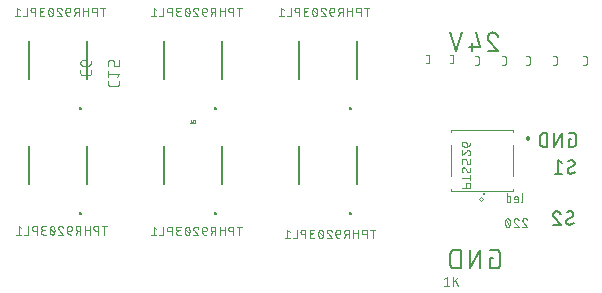
<source format=gbr>
G04 EAGLE Gerber RS-274X export*
G75*
%MOMM*%
%FSLAX34Y34*%
%LPD*%
%INSilkscreen Bottom*%
%IPPOS*%
%AMOC8*
5,1,8,0,0,1.08239X$1,22.5*%
G01*
%ADD10C,0.177800*%
%ADD11C,0.127000*%
%ADD12C,0.076200*%
%ADD13C,0.200000*%
%ADD14C,0.200000*%
%ADD15C,0.025400*%
%ADD16C,0.063400*%
%ADD17C,0.250000*%
%ADD18C,0.100000*%


D10*
X460904Y243269D02*
X460778Y243267D01*
X460653Y243261D01*
X460527Y243251D01*
X460403Y243237D01*
X460278Y243220D01*
X460154Y243198D01*
X460031Y243173D01*
X459909Y243143D01*
X459788Y243110D01*
X459668Y243073D01*
X459549Y243032D01*
X459431Y242988D01*
X459315Y242940D01*
X459200Y242888D01*
X459088Y242833D01*
X458977Y242774D01*
X458867Y242712D01*
X458760Y242646D01*
X458655Y242577D01*
X458552Y242505D01*
X458452Y242429D01*
X458354Y242351D01*
X458258Y242269D01*
X458165Y242185D01*
X458075Y242097D01*
X457987Y242007D01*
X457903Y241914D01*
X457821Y241818D01*
X457743Y241720D01*
X457667Y241620D01*
X457595Y241517D01*
X457526Y241412D01*
X457460Y241305D01*
X457398Y241195D01*
X457339Y241084D01*
X457284Y240972D01*
X457232Y240857D01*
X457184Y240741D01*
X457140Y240623D01*
X457099Y240504D01*
X457062Y240384D01*
X457029Y240263D01*
X456999Y240141D01*
X456974Y240018D01*
X456952Y239894D01*
X456935Y239769D01*
X456921Y239645D01*
X456911Y239519D01*
X456905Y239394D01*
X456903Y239268D01*
X460904Y243269D02*
X461045Y243267D01*
X461185Y243261D01*
X461325Y243252D01*
X461465Y243238D01*
X461604Y243221D01*
X461743Y243200D01*
X461882Y243175D01*
X462019Y243147D01*
X462156Y243114D01*
X462292Y243078D01*
X462427Y243038D01*
X462560Y242995D01*
X462693Y242948D01*
X462824Y242897D01*
X462953Y242843D01*
X463081Y242785D01*
X463208Y242724D01*
X463333Y242659D01*
X463455Y242591D01*
X463576Y242520D01*
X463696Y242445D01*
X463812Y242367D01*
X463927Y242286D01*
X464040Y242202D01*
X464150Y242114D01*
X464258Y242024D01*
X464363Y241931D01*
X464465Y241835D01*
X464565Y241736D01*
X464663Y241635D01*
X464757Y241531D01*
X464849Y241424D01*
X464937Y241315D01*
X465023Y241204D01*
X465105Y241090D01*
X465185Y240974D01*
X465261Y240856D01*
X465334Y240736D01*
X465403Y240614D01*
X465470Y240490D01*
X465533Y240364D01*
X465592Y240237D01*
X465648Y240108D01*
X465700Y239978D01*
X465749Y239846D01*
X465794Y239713D01*
X458237Y236156D02*
X458145Y236247D01*
X458055Y236340D01*
X457969Y236435D01*
X457885Y236533D01*
X457805Y236634D01*
X457727Y236737D01*
X457653Y236842D01*
X457582Y236950D01*
X457514Y237059D01*
X457450Y237171D01*
X457388Y237284D01*
X457331Y237399D01*
X457276Y237516D01*
X457225Y237635D01*
X457178Y237755D01*
X457135Y237876D01*
X457095Y237998D01*
X457059Y238122D01*
X457026Y238247D01*
X456997Y238372D01*
X456972Y238499D01*
X456951Y238626D01*
X456934Y238754D01*
X456920Y238882D01*
X456911Y239010D01*
X456905Y239139D01*
X456903Y239268D01*
X458237Y236157D02*
X465793Y227267D01*
X456903Y227267D01*
X450162Y230823D02*
X446606Y243269D01*
X450162Y230823D02*
X441272Y230823D01*
X443939Y234379D02*
X443939Y227267D01*
X430086Y227267D02*
X435420Y243269D01*
X424752Y243269D02*
X430086Y227267D01*
X458416Y52324D02*
X461083Y52324D01*
X458416Y52324D02*
X458416Y43434D01*
X463750Y43434D01*
X463866Y43436D01*
X463983Y43442D01*
X464099Y43451D01*
X464214Y43464D01*
X464329Y43481D01*
X464444Y43502D01*
X464557Y43527D01*
X464670Y43555D01*
X464782Y43587D01*
X464893Y43623D01*
X465003Y43662D01*
X465111Y43705D01*
X465218Y43751D01*
X465323Y43801D01*
X465426Y43854D01*
X465528Y43910D01*
X465628Y43970D01*
X465726Y44033D01*
X465821Y44100D01*
X465915Y44169D01*
X466006Y44241D01*
X466095Y44316D01*
X466181Y44395D01*
X466264Y44476D01*
X466345Y44559D01*
X466424Y44645D01*
X466499Y44734D01*
X466571Y44825D01*
X466640Y44919D01*
X466707Y45014D01*
X466770Y45112D01*
X466830Y45212D01*
X466886Y45314D01*
X466939Y45417D01*
X466989Y45522D01*
X467035Y45629D01*
X467078Y45737D01*
X467117Y45847D01*
X467153Y45958D01*
X467185Y46070D01*
X467213Y46183D01*
X467238Y46296D01*
X467259Y46411D01*
X467276Y46526D01*
X467289Y46641D01*
X467298Y46757D01*
X467304Y46874D01*
X467306Y46990D01*
X467306Y55880D01*
X467304Y55996D01*
X467298Y56113D01*
X467289Y56229D01*
X467276Y56344D01*
X467259Y56459D01*
X467238Y56574D01*
X467213Y56687D01*
X467185Y56800D01*
X467153Y56912D01*
X467117Y57023D01*
X467078Y57133D01*
X467035Y57241D01*
X466989Y57348D01*
X466939Y57453D01*
X466886Y57556D01*
X466830Y57658D01*
X466770Y57758D01*
X466707Y57856D01*
X466640Y57951D01*
X466571Y58045D01*
X466499Y58136D01*
X466424Y58225D01*
X466345Y58311D01*
X466264Y58394D01*
X466181Y58475D01*
X466095Y58554D01*
X466006Y58629D01*
X465915Y58701D01*
X465821Y58770D01*
X465726Y58837D01*
X465628Y58900D01*
X465528Y58960D01*
X465426Y59016D01*
X465323Y59069D01*
X465218Y59119D01*
X465111Y59165D01*
X465003Y59208D01*
X464893Y59247D01*
X464782Y59283D01*
X464670Y59315D01*
X464557Y59343D01*
X464444Y59368D01*
X464329Y59389D01*
X464214Y59406D01*
X464099Y59419D01*
X463983Y59428D01*
X463866Y59434D01*
X463750Y59436D01*
X458416Y59436D01*
X450632Y59436D02*
X450632Y43434D01*
X441742Y43434D02*
X450632Y59436D01*
X441742Y59436D02*
X441742Y43434D01*
X433959Y43434D02*
X433959Y59436D01*
X429514Y59436D01*
X429382Y59434D01*
X429251Y59428D01*
X429119Y59418D01*
X428988Y59405D01*
X428858Y59387D01*
X428728Y59366D01*
X428598Y59341D01*
X428470Y59312D01*
X428342Y59279D01*
X428216Y59242D01*
X428090Y59202D01*
X427966Y59158D01*
X427843Y59110D01*
X427722Y59059D01*
X427602Y59004D01*
X427484Y58946D01*
X427368Y58884D01*
X427254Y58818D01*
X427141Y58750D01*
X427031Y58678D01*
X426923Y58603D01*
X426817Y58524D01*
X426713Y58443D01*
X426612Y58358D01*
X426514Y58271D01*
X426418Y58180D01*
X426325Y58087D01*
X426234Y57991D01*
X426147Y57893D01*
X426062Y57792D01*
X425981Y57688D01*
X425902Y57582D01*
X425827Y57474D01*
X425755Y57364D01*
X425687Y57251D01*
X425621Y57137D01*
X425559Y57021D01*
X425501Y56903D01*
X425446Y56783D01*
X425395Y56662D01*
X425347Y56539D01*
X425303Y56415D01*
X425263Y56289D01*
X425226Y56163D01*
X425193Y56035D01*
X425164Y55907D01*
X425139Y55777D01*
X425118Y55647D01*
X425100Y55517D01*
X425087Y55386D01*
X425077Y55254D01*
X425071Y55123D01*
X425069Y54991D01*
X425069Y47879D01*
X425071Y47747D01*
X425077Y47616D01*
X425087Y47484D01*
X425100Y47353D01*
X425118Y47223D01*
X425139Y47093D01*
X425164Y46963D01*
X425193Y46835D01*
X425226Y46707D01*
X425263Y46581D01*
X425303Y46455D01*
X425347Y46331D01*
X425395Y46208D01*
X425446Y46087D01*
X425501Y45967D01*
X425559Y45849D01*
X425621Y45733D01*
X425687Y45619D01*
X425755Y45506D01*
X425827Y45396D01*
X425902Y45288D01*
X425981Y45182D01*
X426062Y45078D01*
X426147Y44977D01*
X426234Y44879D01*
X426325Y44783D01*
X426418Y44690D01*
X426514Y44599D01*
X426612Y44512D01*
X426713Y44427D01*
X426817Y44346D01*
X426923Y44267D01*
X427031Y44192D01*
X427141Y44120D01*
X427254Y44052D01*
X427368Y43986D01*
X427484Y43924D01*
X427602Y43866D01*
X427722Y43811D01*
X427843Y43760D01*
X427966Y43712D01*
X428090Y43668D01*
X428216Y43628D01*
X428342Y43591D01*
X428470Y43558D01*
X428598Y43529D01*
X428728Y43504D01*
X428858Y43483D01*
X428988Y43465D01*
X429119Y43452D01*
X429251Y43442D01*
X429382Y43436D01*
X429514Y43434D01*
X433959Y43434D01*
D11*
X524510Y126365D02*
X524512Y126265D01*
X524518Y126166D01*
X524528Y126066D01*
X524541Y125968D01*
X524559Y125869D01*
X524580Y125772D01*
X524605Y125676D01*
X524634Y125580D01*
X524667Y125486D01*
X524703Y125393D01*
X524743Y125302D01*
X524787Y125212D01*
X524834Y125124D01*
X524884Y125038D01*
X524938Y124954D01*
X524995Y124872D01*
X525055Y124793D01*
X525119Y124715D01*
X525185Y124641D01*
X525254Y124569D01*
X525326Y124500D01*
X525400Y124434D01*
X525478Y124370D01*
X525557Y124310D01*
X525639Y124253D01*
X525723Y124199D01*
X525809Y124149D01*
X525897Y124102D01*
X525987Y124058D01*
X526078Y124018D01*
X526171Y123982D01*
X526265Y123949D01*
X526361Y123920D01*
X526457Y123895D01*
X526554Y123874D01*
X526653Y123856D01*
X526751Y123843D01*
X526851Y123833D01*
X526950Y123827D01*
X527050Y123825D01*
X527191Y123827D01*
X527332Y123832D01*
X527473Y123842D01*
X527614Y123855D01*
X527754Y123871D01*
X527894Y123892D01*
X528033Y123916D01*
X528172Y123944D01*
X528309Y123975D01*
X528446Y124010D01*
X528582Y124048D01*
X528717Y124090D01*
X528850Y124136D01*
X528983Y124185D01*
X529114Y124238D01*
X529243Y124294D01*
X529372Y124353D01*
X529498Y124416D01*
X529623Y124482D01*
X529746Y124551D01*
X529867Y124624D01*
X529986Y124700D01*
X530104Y124779D01*
X530219Y124860D01*
X530331Y124945D01*
X530442Y125033D01*
X530550Y125124D01*
X530656Y125217D01*
X530759Y125314D01*
X530860Y125413D01*
X530543Y132715D02*
X530541Y132815D01*
X530535Y132914D01*
X530525Y133014D01*
X530512Y133112D01*
X530494Y133211D01*
X530473Y133308D01*
X530448Y133404D01*
X530419Y133500D01*
X530386Y133594D01*
X530350Y133687D01*
X530310Y133778D01*
X530266Y133868D01*
X530219Y133956D01*
X530169Y134042D01*
X530115Y134126D01*
X530058Y134208D01*
X529998Y134287D01*
X529934Y134365D01*
X529868Y134439D01*
X529799Y134511D01*
X529727Y134580D01*
X529653Y134646D01*
X529575Y134710D01*
X529496Y134770D01*
X529414Y134827D01*
X529330Y134881D01*
X529244Y134931D01*
X529156Y134978D01*
X529066Y135022D01*
X528975Y135062D01*
X528882Y135098D01*
X528788Y135131D01*
X528692Y135160D01*
X528596Y135185D01*
X528499Y135206D01*
X528400Y135224D01*
X528302Y135237D01*
X528202Y135247D01*
X528103Y135253D01*
X528003Y135255D01*
X528003Y135256D02*
X527870Y135254D01*
X527737Y135249D01*
X527604Y135239D01*
X527471Y135226D01*
X527339Y135209D01*
X527207Y135189D01*
X527076Y135165D01*
X526946Y135137D01*
X526816Y135106D01*
X526688Y135071D01*
X526560Y135032D01*
X526434Y134990D01*
X526309Y134944D01*
X526185Y134895D01*
X526062Y134843D01*
X525941Y134787D01*
X525822Y134727D01*
X525704Y134665D01*
X525589Y134599D01*
X525475Y134530D01*
X525363Y134457D01*
X525253Y134382D01*
X525145Y134303D01*
X529273Y130492D02*
X529357Y130544D01*
X529440Y130599D01*
X529520Y130658D01*
X529598Y130719D01*
X529673Y130783D01*
X529746Y130851D01*
X529817Y130921D01*
X529884Y130993D01*
X529949Y131068D01*
X530011Y131146D01*
X530070Y131226D01*
X530126Y131308D01*
X530178Y131392D01*
X530227Y131478D01*
X530273Y131566D01*
X530316Y131656D01*
X530355Y131747D01*
X530390Y131840D01*
X530422Y131934D01*
X530450Y132029D01*
X530475Y132125D01*
X530495Y132222D01*
X530513Y132320D01*
X530526Y132418D01*
X530535Y132517D01*
X530541Y132616D01*
X530543Y132715D01*
X525780Y128588D02*
X525696Y128536D01*
X525613Y128481D01*
X525533Y128422D01*
X525455Y128361D01*
X525380Y128297D01*
X525307Y128229D01*
X525236Y128159D01*
X525169Y128087D01*
X525104Y128012D01*
X525042Y127934D01*
X524983Y127854D01*
X524927Y127772D01*
X524875Y127688D01*
X524826Y127602D01*
X524780Y127514D01*
X524737Y127424D01*
X524698Y127333D01*
X524663Y127240D01*
X524631Y127146D01*
X524603Y127051D01*
X524578Y126955D01*
X524558Y126858D01*
X524540Y126760D01*
X524527Y126662D01*
X524518Y126563D01*
X524512Y126464D01*
X524510Y126365D01*
X525780Y128588D02*
X529273Y130493D01*
X519811Y132715D02*
X516636Y135255D01*
X516636Y123825D01*
X519811Y123825D02*
X513461Y123825D01*
X523240Y83185D02*
X523242Y83085D01*
X523248Y82986D01*
X523258Y82886D01*
X523271Y82788D01*
X523289Y82689D01*
X523310Y82592D01*
X523335Y82496D01*
X523364Y82400D01*
X523397Y82306D01*
X523433Y82213D01*
X523473Y82122D01*
X523517Y82032D01*
X523564Y81944D01*
X523614Y81858D01*
X523668Y81774D01*
X523725Y81692D01*
X523785Y81613D01*
X523849Y81535D01*
X523915Y81461D01*
X523984Y81389D01*
X524056Y81320D01*
X524130Y81254D01*
X524208Y81190D01*
X524287Y81130D01*
X524369Y81073D01*
X524453Y81019D01*
X524539Y80969D01*
X524627Y80922D01*
X524717Y80878D01*
X524808Y80838D01*
X524901Y80802D01*
X524995Y80769D01*
X525091Y80740D01*
X525187Y80715D01*
X525284Y80694D01*
X525383Y80676D01*
X525481Y80663D01*
X525581Y80653D01*
X525680Y80647D01*
X525780Y80645D01*
X525921Y80647D01*
X526062Y80652D01*
X526203Y80662D01*
X526344Y80675D01*
X526484Y80691D01*
X526624Y80712D01*
X526763Y80736D01*
X526902Y80764D01*
X527039Y80795D01*
X527176Y80830D01*
X527312Y80868D01*
X527447Y80910D01*
X527580Y80956D01*
X527713Y81005D01*
X527844Y81058D01*
X527973Y81114D01*
X528102Y81173D01*
X528228Y81236D01*
X528353Y81302D01*
X528476Y81371D01*
X528597Y81444D01*
X528716Y81520D01*
X528834Y81599D01*
X528949Y81680D01*
X529061Y81765D01*
X529172Y81853D01*
X529280Y81944D01*
X529386Y82037D01*
X529489Y82134D01*
X529590Y82233D01*
X529273Y89535D02*
X529271Y89635D01*
X529265Y89734D01*
X529255Y89834D01*
X529242Y89932D01*
X529224Y90031D01*
X529203Y90128D01*
X529178Y90224D01*
X529149Y90320D01*
X529116Y90414D01*
X529080Y90507D01*
X529040Y90598D01*
X528996Y90688D01*
X528949Y90776D01*
X528899Y90862D01*
X528845Y90946D01*
X528788Y91028D01*
X528728Y91107D01*
X528664Y91185D01*
X528598Y91259D01*
X528529Y91331D01*
X528457Y91400D01*
X528383Y91466D01*
X528305Y91530D01*
X528226Y91590D01*
X528144Y91647D01*
X528060Y91701D01*
X527974Y91751D01*
X527886Y91798D01*
X527796Y91842D01*
X527705Y91882D01*
X527612Y91918D01*
X527518Y91951D01*
X527422Y91980D01*
X527326Y92005D01*
X527229Y92026D01*
X527130Y92044D01*
X527032Y92057D01*
X526932Y92067D01*
X526833Y92073D01*
X526733Y92075D01*
X526733Y92076D02*
X526600Y92074D01*
X526467Y92069D01*
X526334Y92059D01*
X526201Y92046D01*
X526069Y92029D01*
X525937Y92009D01*
X525806Y91985D01*
X525676Y91957D01*
X525546Y91926D01*
X525418Y91891D01*
X525290Y91852D01*
X525164Y91810D01*
X525039Y91764D01*
X524915Y91715D01*
X524792Y91663D01*
X524671Y91607D01*
X524552Y91547D01*
X524434Y91485D01*
X524319Y91419D01*
X524205Y91350D01*
X524093Y91277D01*
X523983Y91202D01*
X523875Y91123D01*
X528003Y87312D02*
X528087Y87364D01*
X528170Y87419D01*
X528250Y87478D01*
X528328Y87539D01*
X528403Y87603D01*
X528476Y87671D01*
X528547Y87741D01*
X528614Y87813D01*
X528679Y87888D01*
X528741Y87966D01*
X528800Y88046D01*
X528856Y88128D01*
X528908Y88212D01*
X528957Y88298D01*
X529003Y88386D01*
X529046Y88476D01*
X529085Y88567D01*
X529120Y88660D01*
X529152Y88754D01*
X529180Y88849D01*
X529205Y88945D01*
X529225Y89042D01*
X529243Y89140D01*
X529256Y89238D01*
X529265Y89337D01*
X529271Y89436D01*
X529273Y89535D01*
X524510Y85408D02*
X524426Y85356D01*
X524343Y85301D01*
X524263Y85242D01*
X524185Y85181D01*
X524110Y85117D01*
X524037Y85049D01*
X523966Y84979D01*
X523899Y84907D01*
X523834Y84832D01*
X523772Y84754D01*
X523713Y84674D01*
X523657Y84592D01*
X523605Y84508D01*
X523556Y84422D01*
X523510Y84334D01*
X523467Y84244D01*
X523428Y84153D01*
X523393Y84060D01*
X523361Y83966D01*
X523333Y83871D01*
X523308Y83775D01*
X523288Y83678D01*
X523270Y83580D01*
X523257Y83482D01*
X523248Y83383D01*
X523242Y83284D01*
X523240Y83185D01*
X524510Y85408D02*
X528003Y87313D01*
X515049Y92076D02*
X514945Y92074D01*
X514840Y92068D01*
X514736Y92059D01*
X514633Y92046D01*
X514530Y92028D01*
X514428Y92008D01*
X514326Y91983D01*
X514226Y91955D01*
X514126Y91923D01*
X514028Y91887D01*
X513931Y91848D01*
X513836Y91806D01*
X513742Y91760D01*
X513650Y91710D01*
X513560Y91658D01*
X513472Y91602D01*
X513386Y91542D01*
X513302Y91480D01*
X513221Y91415D01*
X513142Y91347D01*
X513065Y91275D01*
X512992Y91202D01*
X512920Y91125D01*
X512852Y91046D01*
X512787Y90965D01*
X512725Y90881D01*
X512665Y90795D01*
X512609Y90707D01*
X512557Y90617D01*
X512507Y90525D01*
X512461Y90431D01*
X512419Y90336D01*
X512380Y90239D01*
X512344Y90141D01*
X512312Y90041D01*
X512284Y89941D01*
X512259Y89839D01*
X512239Y89737D01*
X512221Y89634D01*
X512208Y89531D01*
X512199Y89427D01*
X512193Y89322D01*
X512191Y89218D01*
X515049Y92075D02*
X515167Y92073D01*
X515286Y92067D01*
X515404Y92058D01*
X515521Y92045D01*
X515638Y92027D01*
X515755Y92007D01*
X515871Y91982D01*
X515986Y91954D01*
X516099Y91921D01*
X516212Y91886D01*
X516324Y91846D01*
X516434Y91804D01*
X516543Y91757D01*
X516651Y91707D01*
X516756Y91654D01*
X516860Y91597D01*
X516962Y91537D01*
X517062Y91474D01*
X517160Y91407D01*
X517256Y91338D01*
X517349Y91265D01*
X517440Y91189D01*
X517529Y91111D01*
X517615Y91029D01*
X517698Y90945D01*
X517779Y90859D01*
X517856Y90769D01*
X517931Y90678D01*
X518003Y90584D01*
X518072Y90487D01*
X518137Y90389D01*
X518200Y90288D01*
X518259Y90185D01*
X518315Y90081D01*
X518367Y89975D01*
X518416Y89867D01*
X518461Y89758D01*
X518503Y89647D01*
X518541Y89535D01*
X513143Y86996D02*
X513067Y87071D01*
X512992Y87150D01*
X512921Y87231D01*
X512852Y87315D01*
X512787Y87401D01*
X512725Y87489D01*
X512665Y87579D01*
X512609Y87671D01*
X512556Y87766D01*
X512507Y87862D01*
X512461Y87960D01*
X512418Y88059D01*
X512379Y88160D01*
X512344Y88262D01*
X512312Y88365D01*
X512284Y88469D01*
X512259Y88574D01*
X512238Y88681D01*
X512221Y88787D01*
X512208Y88894D01*
X512199Y89002D01*
X512193Y89110D01*
X512191Y89218D01*
X513144Y86995D02*
X518541Y80645D01*
X512191Y80645D01*
X525399Y153035D02*
X527304Y153035D01*
X525399Y153035D02*
X525399Y146685D01*
X529209Y146685D01*
X529309Y146687D01*
X529408Y146693D01*
X529508Y146703D01*
X529606Y146716D01*
X529705Y146734D01*
X529802Y146755D01*
X529898Y146780D01*
X529994Y146809D01*
X530088Y146842D01*
X530181Y146878D01*
X530272Y146918D01*
X530362Y146962D01*
X530450Y147009D01*
X530536Y147059D01*
X530620Y147113D01*
X530702Y147170D01*
X530781Y147230D01*
X530859Y147294D01*
X530933Y147360D01*
X531005Y147429D01*
X531074Y147501D01*
X531140Y147575D01*
X531204Y147653D01*
X531264Y147732D01*
X531321Y147814D01*
X531375Y147898D01*
X531425Y147984D01*
X531472Y148072D01*
X531516Y148162D01*
X531556Y148253D01*
X531592Y148346D01*
X531625Y148440D01*
X531654Y148536D01*
X531679Y148632D01*
X531700Y148729D01*
X531718Y148828D01*
X531731Y148926D01*
X531741Y149026D01*
X531747Y149125D01*
X531749Y149225D01*
X531749Y155575D01*
X531747Y155675D01*
X531741Y155774D01*
X531731Y155874D01*
X531718Y155972D01*
X531700Y156071D01*
X531679Y156168D01*
X531654Y156264D01*
X531625Y156360D01*
X531592Y156454D01*
X531556Y156547D01*
X531516Y156638D01*
X531472Y156728D01*
X531425Y156816D01*
X531375Y156902D01*
X531321Y156986D01*
X531264Y157068D01*
X531204Y157147D01*
X531140Y157225D01*
X531074Y157299D01*
X531005Y157371D01*
X530933Y157440D01*
X530859Y157506D01*
X530781Y157570D01*
X530702Y157630D01*
X530620Y157687D01*
X530536Y157741D01*
X530450Y157791D01*
X530362Y157838D01*
X530272Y157882D01*
X530181Y157922D01*
X530088Y157958D01*
X529994Y157991D01*
X529898Y158020D01*
X529802Y158045D01*
X529705Y158066D01*
X529606Y158084D01*
X529508Y158097D01*
X529408Y158107D01*
X529309Y158113D01*
X529209Y158115D01*
X525399Y158115D01*
X519557Y158115D02*
X519557Y146685D01*
X513207Y146685D02*
X519557Y158115D01*
X513207Y158115D02*
X513207Y146685D01*
X507365Y146685D02*
X507365Y158115D01*
X504190Y158115D01*
X504079Y158113D01*
X503969Y158107D01*
X503858Y158098D01*
X503748Y158084D01*
X503639Y158067D01*
X503530Y158046D01*
X503422Y158021D01*
X503315Y157992D01*
X503209Y157960D01*
X503104Y157924D01*
X503001Y157884D01*
X502899Y157841D01*
X502798Y157794D01*
X502699Y157743D01*
X502603Y157690D01*
X502508Y157633D01*
X502415Y157572D01*
X502324Y157509D01*
X502235Y157442D01*
X502149Y157372D01*
X502066Y157299D01*
X501984Y157224D01*
X501906Y157146D01*
X501831Y157064D01*
X501758Y156981D01*
X501688Y156895D01*
X501621Y156806D01*
X501558Y156715D01*
X501497Y156622D01*
X501440Y156528D01*
X501387Y156431D01*
X501336Y156332D01*
X501289Y156231D01*
X501246Y156129D01*
X501206Y156026D01*
X501170Y155921D01*
X501138Y155815D01*
X501109Y155708D01*
X501084Y155600D01*
X501063Y155491D01*
X501046Y155382D01*
X501032Y155272D01*
X501023Y155161D01*
X501017Y155051D01*
X501015Y154940D01*
X501015Y149860D01*
X501017Y149749D01*
X501023Y149639D01*
X501032Y149528D01*
X501046Y149418D01*
X501063Y149309D01*
X501084Y149200D01*
X501109Y149092D01*
X501138Y148985D01*
X501170Y148879D01*
X501206Y148774D01*
X501246Y148671D01*
X501289Y148569D01*
X501336Y148468D01*
X501387Y148369D01*
X501440Y148273D01*
X501497Y148178D01*
X501558Y148085D01*
X501621Y147994D01*
X501688Y147905D01*
X501758Y147819D01*
X501831Y147736D01*
X501906Y147654D01*
X501984Y147576D01*
X502066Y147501D01*
X502149Y147428D01*
X502235Y147358D01*
X502324Y147291D01*
X502415Y147228D01*
X502508Y147167D01*
X502603Y147110D01*
X502699Y147057D01*
X502798Y147006D01*
X502899Y146959D01*
X503001Y146916D01*
X503104Y146876D01*
X503209Y146840D01*
X503315Y146808D01*
X503422Y146779D01*
X503530Y146754D01*
X503639Y146733D01*
X503748Y146716D01*
X503858Y146702D01*
X503969Y146693D01*
X504079Y146687D01*
X504190Y146685D01*
X507365Y146685D01*
D12*
X405878Y217043D02*
X404241Y217043D01*
X405878Y217043D02*
X405956Y217045D01*
X406034Y217050D01*
X406111Y217060D01*
X406188Y217073D01*
X406264Y217089D01*
X406339Y217109D01*
X406413Y217133D01*
X406486Y217160D01*
X406558Y217191D01*
X406628Y217225D01*
X406697Y217262D01*
X406763Y217303D01*
X406828Y217347D01*
X406890Y217393D01*
X406950Y217443D01*
X407008Y217495D01*
X407063Y217550D01*
X407115Y217608D01*
X407165Y217668D01*
X407211Y217730D01*
X407255Y217795D01*
X407296Y217862D01*
X407333Y217930D01*
X407367Y218000D01*
X407398Y218072D01*
X407425Y218145D01*
X407449Y218219D01*
X407469Y218294D01*
X407485Y218370D01*
X407498Y218447D01*
X407508Y218524D01*
X407513Y218602D01*
X407515Y218680D01*
X407515Y222772D01*
X407513Y222850D01*
X407508Y222928D01*
X407498Y223005D01*
X407485Y223082D01*
X407469Y223158D01*
X407449Y223233D01*
X407425Y223307D01*
X407398Y223380D01*
X407367Y223452D01*
X407333Y223522D01*
X407296Y223591D01*
X407255Y223657D01*
X407211Y223722D01*
X407165Y223784D01*
X407115Y223844D01*
X407063Y223902D01*
X407008Y223957D01*
X406950Y224009D01*
X406890Y224059D01*
X406828Y224105D01*
X406763Y224149D01*
X406697Y224190D01*
X406628Y224227D01*
X406558Y224261D01*
X406486Y224292D01*
X406413Y224319D01*
X406339Y224343D01*
X406264Y224363D01*
X406188Y224379D01*
X406111Y224392D01*
X406034Y224402D01*
X405956Y224407D01*
X405878Y224409D01*
X404241Y224409D01*
X424561Y217043D02*
X426198Y217043D01*
X426276Y217045D01*
X426354Y217050D01*
X426431Y217060D01*
X426508Y217073D01*
X426584Y217089D01*
X426659Y217109D01*
X426733Y217133D01*
X426806Y217160D01*
X426878Y217191D01*
X426948Y217225D01*
X427017Y217262D01*
X427083Y217303D01*
X427148Y217347D01*
X427210Y217393D01*
X427270Y217443D01*
X427328Y217495D01*
X427383Y217550D01*
X427435Y217608D01*
X427485Y217668D01*
X427531Y217730D01*
X427575Y217795D01*
X427616Y217862D01*
X427653Y217930D01*
X427687Y218000D01*
X427718Y218072D01*
X427745Y218145D01*
X427769Y218219D01*
X427789Y218294D01*
X427805Y218370D01*
X427818Y218447D01*
X427828Y218524D01*
X427833Y218602D01*
X427835Y218680D01*
X427835Y222772D01*
X427833Y222850D01*
X427828Y222928D01*
X427818Y223005D01*
X427805Y223082D01*
X427789Y223158D01*
X427769Y223233D01*
X427745Y223307D01*
X427718Y223380D01*
X427687Y223452D01*
X427653Y223522D01*
X427616Y223591D01*
X427575Y223657D01*
X427531Y223722D01*
X427485Y223784D01*
X427435Y223844D01*
X427383Y223902D01*
X427328Y223957D01*
X427270Y224009D01*
X427210Y224059D01*
X427148Y224105D01*
X427083Y224149D01*
X427017Y224190D01*
X426948Y224227D01*
X426878Y224261D01*
X426806Y224292D01*
X426733Y224319D01*
X426659Y224343D01*
X426584Y224363D01*
X426508Y224379D01*
X426431Y224392D01*
X426354Y224402D01*
X426276Y224407D01*
X426198Y224409D01*
X424561Y224409D01*
X446151Y215773D02*
X447788Y215773D01*
X447866Y215775D01*
X447944Y215780D01*
X448021Y215790D01*
X448098Y215803D01*
X448174Y215819D01*
X448249Y215839D01*
X448323Y215863D01*
X448396Y215890D01*
X448468Y215921D01*
X448538Y215955D01*
X448607Y215992D01*
X448673Y216033D01*
X448738Y216077D01*
X448800Y216123D01*
X448860Y216173D01*
X448918Y216225D01*
X448973Y216280D01*
X449025Y216338D01*
X449075Y216398D01*
X449121Y216460D01*
X449165Y216525D01*
X449206Y216592D01*
X449243Y216660D01*
X449277Y216730D01*
X449308Y216802D01*
X449335Y216875D01*
X449359Y216949D01*
X449379Y217024D01*
X449395Y217100D01*
X449408Y217177D01*
X449418Y217254D01*
X449423Y217332D01*
X449425Y217410D01*
X449425Y221502D01*
X449423Y221580D01*
X449418Y221658D01*
X449408Y221735D01*
X449395Y221812D01*
X449379Y221888D01*
X449359Y221963D01*
X449335Y222037D01*
X449308Y222110D01*
X449277Y222182D01*
X449243Y222252D01*
X449206Y222321D01*
X449165Y222387D01*
X449121Y222452D01*
X449075Y222514D01*
X449025Y222574D01*
X448973Y222632D01*
X448918Y222687D01*
X448860Y222739D01*
X448800Y222789D01*
X448738Y222835D01*
X448673Y222879D01*
X448607Y222920D01*
X448538Y222957D01*
X448468Y222991D01*
X448396Y223022D01*
X448323Y223049D01*
X448249Y223073D01*
X448174Y223093D01*
X448098Y223109D01*
X448021Y223122D01*
X447944Y223132D01*
X447866Y223137D01*
X447788Y223139D01*
X446151Y223139D01*
X469011Y215773D02*
X470648Y215773D01*
X470726Y215775D01*
X470804Y215780D01*
X470881Y215790D01*
X470958Y215803D01*
X471034Y215819D01*
X471109Y215839D01*
X471183Y215863D01*
X471256Y215890D01*
X471328Y215921D01*
X471398Y215955D01*
X471467Y215992D01*
X471533Y216033D01*
X471598Y216077D01*
X471660Y216123D01*
X471720Y216173D01*
X471778Y216225D01*
X471833Y216280D01*
X471885Y216338D01*
X471935Y216398D01*
X471981Y216460D01*
X472025Y216525D01*
X472066Y216592D01*
X472103Y216660D01*
X472137Y216730D01*
X472168Y216802D01*
X472195Y216875D01*
X472219Y216949D01*
X472239Y217024D01*
X472255Y217100D01*
X472268Y217177D01*
X472278Y217254D01*
X472283Y217332D01*
X472285Y217410D01*
X472285Y221502D01*
X472283Y221580D01*
X472278Y221658D01*
X472268Y221735D01*
X472255Y221812D01*
X472239Y221888D01*
X472219Y221963D01*
X472195Y222037D01*
X472168Y222110D01*
X472137Y222182D01*
X472103Y222252D01*
X472066Y222321D01*
X472025Y222387D01*
X471981Y222452D01*
X471935Y222514D01*
X471885Y222574D01*
X471833Y222632D01*
X471778Y222687D01*
X471720Y222739D01*
X471660Y222789D01*
X471598Y222835D01*
X471533Y222879D01*
X471467Y222920D01*
X471398Y222957D01*
X471328Y222991D01*
X471256Y223022D01*
X471183Y223049D01*
X471109Y223073D01*
X471034Y223093D01*
X470958Y223109D01*
X470881Y223122D01*
X470804Y223132D01*
X470726Y223137D01*
X470648Y223139D01*
X469011Y223139D01*
X489331Y215773D02*
X490968Y215773D01*
X491046Y215775D01*
X491124Y215780D01*
X491201Y215790D01*
X491278Y215803D01*
X491354Y215819D01*
X491429Y215839D01*
X491503Y215863D01*
X491576Y215890D01*
X491648Y215921D01*
X491718Y215955D01*
X491787Y215992D01*
X491853Y216033D01*
X491918Y216077D01*
X491980Y216123D01*
X492040Y216173D01*
X492098Y216225D01*
X492153Y216280D01*
X492205Y216338D01*
X492255Y216398D01*
X492301Y216460D01*
X492345Y216525D01*
X492386Y216592D01*
X492423Y216660D01*
X492457Y216730D01*
X492488Y216802D01*
X492515Y216875D01*
X492539Y216949D01*
X492559Y217024D01*
X492575Y217100D01*
X492588Y217177D01*
X492598Y217254D01*
X492603Y217332D01*
X492605Y217410D01*
X492605Y221502D01*
X492603Y221580D01*
X492598Y221658D01*
X492588Y221735D01*
X492575Y221812D01*
X492559Y221888D01*
X492539Y221963D01*
X492515Y222037D01*
X492488Y222110D01*
X492457Y222182D01*
X492423Y222252D01*
X492386Y222321D01*
X492345Y222387D01*
X492301Y222452D01*
X492255Y222514D01*
X492205Y222574D01*
X492153Y222632D01*
X492098Y222687D01*
X492040Y222739D01*
X491980Y222789D01*
X491918Y222835D01*
X491853Y222879D01*
X491787Y222920D01*
X491718Y222957D01*
X491648Y222991D01*
X491576Y223022D01*
X491503Y223049D01*
X491429Y223073D01*
X491354Y223093D01*
X491278Y223109D01*
X491201Y223122D01*
X491124Y223132D01*
X491046Y223137D01*
X490968Y223139D01*
X489331Y223139D01*
X512191Y215773D02*
X513828Y215773D01*
X513906Y215775D01*
X513984Y215780D01*
X514061Y215790D01*
X514138Y215803D01*
X514214Y215819D01*
X514289Y215839D01*
X514363Y215863D01*
X514436Y215890D01*
X514508Y215921D01*
X514578Y215955D01*
X514647Y215992D01*
X514713Y216033D01*
X514778Y216077D01*
X514840Y216123D01*
X514900Y216173D01*
X514958Y216225D01*
X515013Y216280D01*
X515065Y216338D01*
X515115Y216398D01*
X515161Y216460D01*
X515205Y216525D01*
X515246Y216592D01*
X515283Y216660D01*
X515317Y216730D01*
X515348Y216802D01*
X515375Y216875D01*
X515399Y216949D01*
X515419Y217024D01*
X515435Y217100D01*
X515448Y217177D01*
X515458Y217254D01*
X515463Y217332D01*
X515465Y217410D01*
X515465Y221502D01*
X515463Y221580D01*
X515458Y221658D01*
X515448Y221735D01*
X515435Y221812D01*
X515419Y221888D01*
X515399Y221963D01*
X515375Y222037D01*
X515348Y222110D01*
X515317Y222182D01*
X515283Y222252D01*
X515246Y222321D01*
X515205Y222387D01*
X515161Y222452D01*
X515115Y222514D01*
X515065Y222574D01*
X515013Y222632D01*
X514958Y222687D01*
X514900Y222739D01*
X514840Y222789D01*
X514778Y222835D01*
X514713Y222879D01*
X514647Y222920D01*
X514578Y222957D01*
X514508Y222991D01*
X514436Y223022D01*
X514363Y223049D01*
X514289Y223073D01*
X514214Y223093D01*
X514138Y223109D01*
X514061Y223122D01*
X513984Y223132D01*
X513906Y223137D01*
X513828Y223139D01*
X512191Y223139D01*
X537591Y215773D02*
X539228Y215773D01*
X539306Y215775D01*
X539384Y215780D01*
X539461Y215790D01*
X539538Y215803D01*
X539614Y215819D01*
X539689Y215839D01*
X539763Y215863D01*
X539836Y215890D01*
X539908Y215921D01*
X539978Y215955D01*
X540047Y215992D01*
X540113Y216033D01*
X540178Y216077D01*
X540240Y216123D01*
X540300Y216173D01*
X540358Y216225D01*
X540413Y216280D01*
X540465Y216338D01*
X540515Y216398D01*
X540561Y216460D01*
X540605Y216525D01*
X540646Y216592D01*
X540683Y216660D01*
X540717Y216730D01*
X540748Y216802D01*
X540775Y216875D01*
X540799Y216949D01*
X540819Y217024D01*
X540835Y217100D01*
X540848Y217177D01*
X540858Y217254D01*
X540863Y217332D01*
X540865Y217410D01*
X540865Y221502D01*
X540863Y221580D01*
X540858Y221658D01*
X540848Y221735D01*
X540835Y221812D01*
X540819Y221888D01*
X540799Y221963D01*
X540775Y222037D01*
X540748Y222110D01*
X540717Y222182D01*
X540683Y222252D01*
X540646Y222321D01*
X540605Y222387D01*
X540561Y222452D01*
X540515Y222514D01*
X540465Y222574D01*
X540413Y222632D01*
X540358Y222687D01*
X540300Y222739D01*
X540240Y222789D01*
X540178Y222835D01*
X540113Y222879D01*
X540047Y222920D01*
X539978Y222957D01*
X539908Y222991D01*
X539836Y223022D01*
X539763Y223049D01*
X539689Y223073D01*
X539614Y223093D01*
X539538Y223109D01*
X539461Y223122D01*
X539384Y223132D01*
X539306Y223137D01*
X539228Y223139D01*
X537591Y223139D01*
X422162Y36322D02*
X420116Y34685D01*
X422162Y36322D02*
X422162Y28956D01*
X420116Y28956D02*
X424208Y28956D01*
X427793Y28956D02*
X427793Y36322D01*
X431885Y36322D02*
X427793Y31821D01*
X429430Y33457D02*
X431885Y28956D01*
X486212Y100796D02*
X486212Y106934D01*
X486212Y100796D02*
X486210Y100727D01*
X486204Y100659D01*
X486195Y100590D01*
X486181Y100523D01*
X486164Y100456D01*
X486143Y100390D01*
X486119Y100326D01*
X486090Y100263D01*
X486059Y100202D01*
X486024Y100143D01*
X485986Y100085D01*
X485944Y100030D01*
X485900Y99978D01*
X485852Y99928D01*
X485802Y99880D01*
X485750Y99836D01*
X485695Y99795D01*
X485637Y99756D01*
X485578Y99721D01*
X485517Y99690D01*
X485454Y99661D01*
X485390Y99637D01*
X485324Y99616D01*
X485257Y99599D01*
X485190Y99585D01*
X485122Y99576D01*
X485053Y99570D01*
X484984Y99568D01*
X481166Y99568D02*
X479120Y99568D01*
X481166Y99568D02*
X481235Y99570D01*
X481303Y99576D01*
X481372Y99585D01*
X481439Y99599D01*
X481506Y99616D01*
X481572Y99637D01*
X481636Y99661D01*
X481699Y99690D01*
X481760Y99721D01*
X481819Y99756D01*
X481877Y99794D01*
X481932Y99836D01*
X481984Y99880D01*
X482034Y99928D01*
X482082Y99978D01*
X482126Y100030D01*
X482168Y100085D01*
X482206Y100143D01*
X482241Y100202D01*
X482272Y100263D01*
X482301Y100326D01*
X482325Y100390D01*
X482346Y100456D01*
X482363Y100523D01*
X482377Y100590D01*
X482386Y100659D01*
X482392Y100727D01*
X482394Y100796D01*
X482394Y102842D01*
X482392Y102921D01*
X482386Y103000D01*
X482377Y103079D01*
X482364Y103157D01*
X482346Y103234D01*
X482326Y103310D01*
X482301Y103385D01*
X482273Y103459D01*
X482242Y103532D01*
X482206Y103603D01*
X482168Y103672D01*
X482126Y103739D01*
X482081Y103804D01*
X482033Y103867D01*
X481982Y103928D01*
X481928Y103985D01*
X481872Y104041D01*
X481813Y104093D01*
X481751Y104143D01*
X481687Y104189D01*
X481621Y104233D01*
X481553Y104273D01*
X481483Y104309D01*
X481411Y104343D01*
X481337Y104373D01*
X481263Y104399D01*
X481187Y104422D01*
X481110Y104440D01*
X481033Y104456D01*
X480954Y104467D01*
X480876Y104475D01*
X480797Y104479D01*
X480717Y104479D01*
X480638Y104475D01*
X480560Y104467D01*
X480481Y104456D01*
X480404Y104440D01*
X480327Y104422D01*
X480251Y104399D01*
X480177Y104373D01*
X480103Y104343D01*
X480031Y104309D01*
X479961Y104273D01*
X479893Y104233D01*
X479827Y104189D01*
X479763Y104143D01*
X479701Y104093D01*
X479642Y104041D01*
X479586Y103985D01*
X479532Y103928D01*
X479481Y103867D01*
X479433Y103804D01*
X479388Y103739D01*
X479346Y103672D01*
X479308Y103603D01*
X479272Y103532D01*
X479241Y103459D01*
X479213Y103385D01*
X479188Y103310D01*
X479168Y103234D01*
X479150Y103157D01*
X479137Y103079D01*
X479128Y103000D01*
X479122Y102921D01*
X479120Y102842D01*
X479120Y102023D01*
X482394Y102023D01*
X472821Y99568D02*
X472821Y106934D01*
X472821Y99568D02*
X474867Y99568D01*
X474936Y99570D01*
X475004Y99576D01*
X475073Y99585D01*
X475140Y99599D01*
X475207Y99616D01*
X475273Y99637D01*
X475337Y99661D01*
X475400Y99690D01*
X475461Y99721D01*
X475520Y99756D01*
X475578Y99794D01*
X475633Y99836D01*
X475685Y99880D01*
X475735Y99928D01*
X475783Y99978D01*
X475827Y100030D01*
X475869Y100085D01*
X475907Y100143D01*
X475942Y100202D01*
X475973Y100263D01*
X476002Y100326D01*
X476026Y100390D01*
X476047Y100456D01*
X476064Y100523D01*
X476078Y100590D01*
X476087Y100659D01*
X476093Y100727D01*
X476095Y100796D01*
X476095Y103251D01*
X476093Y103320D01*
X476087Y103388D01*
X476078Y103457D01*
X476064Y103524D01*
X476047Y103591D01*
X476026Y103657D01*
X476002Y103721D01*
X475973Y103784D01*
X475942Y103845D01*
X475907Y103904D01*
X475869Y103962D01*
X475827Y104017D01*
X475783Y104069D01*
X475735Y104119D01*
X475685Y104167D01*
X475633Y104211D01*
X475578Y104253D01*
X475520Y104291D01*
X475461Y104326D01*
X475400Y104357D01*
X475337Y104386D01*
X475273Y104410D01*
X475207Y104431D01*
X475140Y104448D01*
X475073Y104462D01*
X475004Y104471D01*
X474936Y104477D01*
X474867Y104479D01*
X472821Y104479D01*
X488023Y85980D02*
X487938Y85978D01*
X487853Y85972D01*
X487769Y85962D01*
X487685Y85949D01*
X487601Y85931D01*
X487519Y85910D01*
X487438Y85885D01*
X487358Y85856D01*
X487279Y85823D01*
X487202Y85787D01*
X487127Y85747D01*
X487053Y85704D01*
X486982Y85658D01*
X486913Y85608D01*
X486846Y85555D01*
X486782Y85499D01*
X486721Y85440D01*
X486662Y85379D01*
X486606Y85315D01*
X486553Y85248D01*
X486503Y85179D01*
X486457Y85108D01*
X486414Y85034D01*
X486374Y84959D01*
X486338Y84882D01*
X486305Y84803D01*
X486276Y84723D01*
X486251Y84642D01*
X486230Y84560D01*
X486212Y84476D01*
X486199Y84392D01*
X486189Y84308D01*
X486183Y84223D01*
X486181Y84138D01*
X488023Y85979D02*
X488119Y85977D01*
X488215Y85971D01*
X488310Y85961D01*
X488405Y85948D01*
X488500Y85930D01*
X488593Y85909D01*
X488686Y85884D01*
X488777Y85855D01*
X488868Y85823D01*
X488957Y85787D01*
X489044Y85747D01*
X489130Y85704D01*
X489214Y85658D01*
X489296Y85608D01*
X489376Y85554D01*
X489453Y85498D01*
X489528Y85438D01*
X489601Y85376D01*
X489671Y85310D01*
X489739Y85242D01*
X489804Y85171D01*
X489865Y85098D01*
X489924Y85022D01*
X489980Y84943D01*
X490032Y84863D01*
X490081Y84780D01*
X490127Y84696D01*
X490169Y84610D01*
X490207Y84522D01*
X490242Y84433D01*
X490274Y84342D01*
X486795Y82706D02*
X486735Y82765D01*
X486678Y82827D01*
X486623Y82891D01*
X486572Y82958D01*
X486523Y83027D01*
X486477Y83097D01*
X486434Y83170D01*
X486394Y83244D01*
X486358Y83320D01*
X486325Y83398D01*
X486295Y83477D01*
X486268Y83557D01*
X486245Y83638D01*
X486226Y83720D01*
X486210Y83802D01*
X486197Y83886D01*
X486188Y83970D01*
X486183Y84054D01*
X486181Y84138D01*
X486795Y82705D02*
X490274Y78613D01*
X486181Y78613D01*
X478866Y84138D02*
X478868Y84223D01*
X478874Y84308D01*
X478884Y84392D01*
X478897Y84476D01*
X478915Y84560D01*
X478936Y84642D01*
X478961Y84723D01*
X478990Y84803D01*
X479023Y84882D01*
X479059Y84959D01*
X479099Y85034D01*
X479142Y85108D01*
X479188Y85179D01*
X479238Y85248D01*
X479291Y85315D01*
X479347Y85379D01*
X479406Y85440D01*
X479467Y85499D01*
X479531Y85555D01*
X479598Y85608D01*
X479667Y85658D01*
X479738Y85704D01*
X479812Y85747D01*
X479887Y85787D01*
X479964Y85823D01*
X480043Y85856D01*
X480123Y85885D01*
X480204Y85910D01*
X480286Y85931D01*
X480370Y85949D01*
X480454Y85962D01*
X480538Y85972D01*
X480623Y85978D01*
X480708Y85980D01*
X480708Y85979D02*
X480804Y85977D01*
X480900Y85971D01*
X480995Y85961D01*
X481090Y85948D01*
X481185Y85930D01*
X481278Y85909D01*
X481371Y85884D01*
X481462Y85855D01*
X481553Y85823D01*
X481642Y85787D01*
X481729Y85747D01*
X481815Y85704D01*
X481899Y85658D01*
X481981Y85608D01*
X482061Y85554D01*
X482138Y85498D01*
X482213Y85438D01*
X482286Y85376D01*
X482356Y85310D01*
X482424Y85242D01*
X482489Y85171D01*
X482550Y85098D01*
X482609Y85022D01*
X482665Y84943D01*
X482717Y84863D01*
X482766Y84780D01*
X482812Y84696D01*
X482854Y84610D01*
X482892Y84522D01*
X482927Y84433D01*
X482959Y84342D01*
X479480Y82706D02*
X479420Y82765D01*
X479363Y82827D01*
X479308Y82891D01*
X479257Y82958D01*
X479208Y83027D01*
X479162Y83097D01*
X479119Y83170D01*
X479079Y83244D01*
X479043Y83320D01*
X479010Y83398D01*
X478980Y83477D01*
X478953Y83557D01*
X478930Y83638D01*
X478911Y83720D01*
X478895Y83802D01*
X478882Y83886D01*
X478873Y83970D01*
X478868Y84054D01*
X478866Y84138D01*
X479480Y82705D02*
X482958Y78613D01*
X478866Y78613D01*
X475643Y82296D02*
X475641Y82449D01*
X475635Y82602D01*
X475626Y82754D01*
X475612Y82907D01*
X475595Y83059D01*
X475574Y83210D01*
X475549Y83361D01*
X475520Y83511D01*
X475488Y83661D01*
X475451Y83809D01*
X475411Y83957D01*
X475368Y84104D01*
X475320Y84249D01*
X475269Y84393D01*
X475215Y84536D01*
X475156Y84678D01*
X475095Y84817D01*
X475029Y84956D01*
X475003Y85026D01*
X474973Y85095D01*
X474941Y85163D01*
X474904Y85229D01*
X474865Y85293D01*
X474822Y85355D01*
X474777Y85414D01*
X474728Y85472D01*
X474677Y85526D01*
X474623Y85579D01*
X474566Y85628D01*
X474507Y85675D01*
X474446Y85718D01*
X474383Y85759D01*
X474318Y85796D01*
X474251Y85831D01*
X474182Y85861D01*
X474112Y85889D01*
X474041Y85912D01*
X473969Y85933D01*
X473896Y85949D01*
X473822Y85962D01*
X473747Y85972D01*
X473672Y85977D01*
X473597Y85979D01*
X473522Y85977D01*
X473447Y85972D01*
X473372Y85962D01*
X473298Y85949D01*
X473225Y85933D01*
X473153Y85912D01*
X473082Y85889D01*
X473012Y85861D01*
X472943Y85831D01*
X472876Y85796D01*
X472811Y85759D01*
X472748Y85718D01*
X472687Y85675D01*
X472628Y85628D01*
X472571Y85579D01*
X472517Y85526D01*
X472466Y85472D01*
X472418Y85414D01*
X472372Y85355D01*
X472329Y85293D01*
X472290Y85229D01*
X472254Y85163D01*
X472221Y85096D01*
X472191Y85026D01*
X472165Y84956D01*
X472100Y84818D01*
X472038Y84678D01*
X471980Y84536D01*
X471925Y84393D01*
X471874Y84249D01*
X471826Y84104D01*
X471783Y83957D01*
X471743Y83810D01*
X471706Y83661D01*
X471674Y83511D01*
X471645Y83361D01*
X471620Y83210D01*
X471599Y83059D01*
X471582Y82907D01*
X471568Y82754D01*
X471559Y82602D01*
X471553Y82449D01*
X471551Y82296D01*
X475644Y82296D02*
X475642Y82143D01*
X475636Y81990D01*
X475627Y81837D01*
X475613Y81685D01*
X475596Y81533D01*
X475575Y81382D01*
X475550Y81231D01*
X475521Y81080D01*
X475489Y80931D01*
X475452Y80782D01*
X475412Y80635D01*
X475369Y80488D01*
X475321Y80343D01*
X475270Y80198D01*
X475215Y80056D01*
X475157Y79914D01*
X475095Y79774D01*
X475030Y79636D01*
X475029Y79636D02*
X475003Y79566D01*
X474973Y79496D01*
X474941Y79429D01*
X474904Y79363D01*
X474865Y79299D01*
X474822Y79237D01*
X474776Y79178D01*
X474728Y79120D01*
X474677Y79066D01*
X474623Y79013D01*
X474566Y78964D01*
X474507Y78917D01*
X474446Y78874D01*
X474383Y78833D01*
X474318Y78796D01*
X474251Y78761D01*
X474182Y78731D01*
X474112Y78703D01*
X474041Y78680D01*
X473969Y78659D01*
X473896Y78643D01*
X473822Y78630D01*
X473747Y78620D01*
X473672Y78615D01*
X473597Y78613D01*
X472165Y79636D02*
X472100Y79774D01*
X472038Y79914D01*
X471980Y80056D01*
X471925Y80199D01*
X471874Y80343D01*
X471826Y80488D01*
X471783Y80635D01*
X471743Y80783D01*
X471706Y80931D01*
X471674Y81081D01*
X471645Y81231D01*
X471620Y81382D01*
X471599Y81533D01*
X471582Y81685D01*
X471568Y81838D01*
X471559Y81990D01*
X471553Y82143D01*
X471551Y82296D01*
X472165Y79636D02*
X472191Y79565D01*
X472221Y79496D01*
X472254Y79429D01*
X472290Y79363D01*
X472329Y79299D01*
X472372Y79237D01*
X472418Y79178D01*
X472466Y79120D01*
X472517Y79066D01*
X472571Y79013D01*
X472628Y78964D01*
X472687Y78917D01*
X472748Y78874D01*
X472811Y78833D01*
X472876Y78796D01*
X472943Y78761D01*
X473012Y78731D01*
X473082Y78703D01*
X473153Y78680D01*
X473225Y78659D01*
X473298Y78643D01*
X473372Y78630D01*
X473447Y78620D01*
X473522Y78615D01*
X473597Y78613D01*
X475234Y80250D02*
X471960Y84342D01*
X442214Y111905D02*
X434848Y111905D01*
X442214Y111905D02*
X442214Y113951D01*
X442212Y114040D01*
X442206Y114129D01*
X442196Y114218D01*
X442183Y114306D01*
X442166Y114394D01*
X442144Y114481D01*
X442119Y114566D01*
X442091Y114651D01*
X442058Y114734D01*
X442022Y114816D01*
X441983Y114896D01*
X441940Y114974D01*
X441894Y115050D01*
X441844Y115125D01*
X441791Y115197D01*
X441735Y115266D01*
X441676Y115333D01*
X441615Y115398D01*
X441550Y115459D01*
X441483Y115518D01*
X441414Y115574D01*
X441342Y115627D01*
X441267Y115677D01*
X441191Y115723D01*
X441113Y115766D01*
X441033Y115805D01*
X440951Y115841D01*
X440868Y115874D01*
X440783Y115902D01*
X440698Y115927D01*
X440611Y115949D01*
X440523Y115966D01*
X440435Y115979D01*
X440346Y115989D01*
X440257Y115995D01*
X440168Y115997D01*
X440079Y115995D01*
X439990Y115989D01*
X439901Y115979D01*
X439813Y115966D01*
X439725Y115949D01*
X439638Y115927D01*
X439553Y115902D01*
X439468Y115874D01*
X439385Y115841D01*
X439303Y115805D01*
X439223Y115766D01*
X439145Y115723D01*
X439069Y115677D01*
X438994Y115627D01*
X438922Y115574D01*
X438853Y115518D01*
X438786Y115459D01*
X438721Y115398D01*
X438660Y115333D01*
X438601Y115266D01*
X438545Y115197D01*
X438492Y115125D01*
X438442Y115050D01*
X438396Y114974D01*
X438353Y114896D01*
X438314Y114816D01*
X438278Y114734D01*
X438245Y114651D01*
X438217Y114566D01*
X438192Y114481D01*
X438170Y114394D01*
X438153Y114306D01*
X438140Y114218D01*
X438130Y114129D01*
X438124Y114040D01*
X438122Y113951D01*
X438122Y111905D01*
X434848Y120417D02*
X442214Y120417D01*
X442214Y118371D02*
X442214Y122464D01*
X436485Y129047D02*
X436407Y129045D01*
X436329Y129040D01*
X436252Y129030D01*
X436175Y129017D01*
X436099Y129001D01*
X436024Y128981D01*
X435950Y128957D01*
X435877Y128930D01*
X435805Y128899D01*
X435735Y128865D01*
X435667Y128828D01*
X435600Y128787D01*
X435535Y128743D01*
X435473Y128697D01*
X435413Y128647D01*
X435355Y128595D01*
X435300Y128540D01*
X435248Y128482D01*
X435198Y128422D01*
X435152Y128360D01*
X435108Y128295D01*
X435067Y128229D01*
X435030Y128160D01*
X434996Y128090D01*
X434965Y128018D01*
X434938Y127945D01*
X434914Y127871D01*
X434894Y127796D01*
X434878Y127720D01*
X434865Y127643D01*
X434855Y127566D01*
X434850Y127488D01*
X434848Y127410D01*
X434850Y127296D01*
X434855Y127183D01*
X434865Y127069D01*
X434878Y126956D01*
X434895Y126844D01*
X434915Y126732D01*
X434939Y126621D01*
X434967Y126510D01*
X434998Y126401D01*
X435033Y126293D01*
X435072Y126186D01*
X435114Y126080D01*
X435159Y125976D01*
X435208Y125873D01*
X435261Y125772D01*
X435316Y125673D01*
X435375Y125575D01*
X435437Y125480D01*
X435502Y125387D01*
X435570Y125295D01*
X435641Y125207D01*
X435715Y125120D01*
X435792Y125036D01*
X435871Y124955D01*
X440577Y125159D02*
X440655Y125161D01*
X440733Y125166D01*
X440810Y125176D01*
X440887Y125189D01*
X440963Y125205D01*
X441038Y125225D01*
X441112Y125249D01*
X441185Y125276D01*
X441257Y125307D01*
X441327Y125341D01*
X441396Y125378D01*
X441462Y125419D01*
X441527Y125463D01*
X441589Y125509D01*
X441649Y125559D01*
X441707Y125611D01*
X441762Y125666D01*
X441814Y125724D01*
X441864Y125784D01*
X441910Y125846D01*
X441954Y125911D01*
X441995Y125978D01*
X442032Y126046D01*
X442066Y126116D01*
X442097Y126188D01*
X442124Y126261D01*
X442148Y126335D01*
X442168Y126410D01*
X442184Y126486D01*
X442197Y126563D01*
X442207Y126640D01*
X442212Y126718D01*
X442214Y126796D01*
X442212Y126906D01*
X442206Y127015D01*
X442196Y127125D01*
X442183Y127233D01*
X442165Y127342D01*
X442144Y127449D01*
X442118Y127556D01*
X442089Y127662D01*
X442057Y127767D01*
X442020Y127870D01*
X441980Y127972D01*
X441936Y128073D01*
X441888Y128172D01*
X441838Y128269D01*
X441783Y128364D01*
X441725Y128457D01*
X441664Y128548D01*
X441600Y128637D01*
X439144Y125978D02*
X439186Y125911D01*
X439230Y125846D01*
X439278Y125784D01*
X439328Y125724D01*
X439381Y125666D01*
X439437Y125611D01*
X439496Y125559D01*
X439556Y125509D01*
X439620Y125462D01*
X439685Y125419D01*
X439752Y125378D01*
X439821Y125341D01*
X439892Y125307D01*
X439964Y125276D01*
X440038Y125249D01*
X440112Y125225D01*
X440188Y125205D01*
X440265Y125189D01*
X440342Y125176D01*
X440420Y125166D01*
X440499Y125161D01*
X440577Y125159D01*
X437917Y128229D02*
X437875Y128295D01*
X437831Y128360D01*
X437784Y128422D01*
X437733Y128482D01*
X437680Y128540D01*
X437624Y128595D01*
X437566Y128648D01*
X437505Y128697D01*
X437442Y128744D01*
X437377Y128787D01*
X437310Y128828D01*
X437241Y128865D01*
X437170Y128899D01*
X437098Y128930D01*
X437024Y128957D01*
X436949Y128981D01*
X436874Y129001D01*
X436797Y129017D01*
X436720Y129030D01*
X436642Y129040D01*
X436563Y129045D01*
X436485Y129047D01*
X437917Y128229D02*
X439145Y125978D01*
X434848Y132026D02*
X434848Y134482D01*
X434850Y134562D01*
X434856Y134642D01*
X434866Y134722D01*
X434879Y134801D01*
X434897Y134880D01*
X434918Y134957D01*
X434944Y135033D01*
X434973Y135108D01*
X435005Y135182D01*
X435041Y135254D01*
X435081Y135324D01*
X435124Y135391D01*
X435170Y135457D01*
X435220Y135520D01*
X435272Y135581D01*
X435327Y135640D01*
X435386Y135695D01*
X435446Y135747D01*
X435510Y135797D01*
X435576Y135843D01*
X435643Y135886D01*
X435713Y135926D01*
X435785Y135962D01*
X435859Y135994D01*
X435933Y136023D01*
X436010Y136049D01*
X436087Y136070D01*
X436166Y136088D01*
X436245Y136101D01*
X436325Y136111D01*
X436405Y136117D01*
X436485Y136119D01*
X437303Y136119D01*
X437381Y136117D01*
X437459Y136112D01*
X437536Y136102D01*
X437613Y136089D01*
X437689Y136073D01*
X437764Y136053D01*
X437838Y136029D01*
X437911Y136002D01*
X437983Y135971D01*
X438053Y135937D01*
X438122Y135900D01*
X438188Y135859D01*
X438253Y135815D01*
X438315Y135769D01*
X438375Y135719D01*
X438433Y135667D01*
X438488Y135612D01*
X438540Y135554D01*
X438590Y135494D01*
X438636Y135432D01*
X438680Y135367D01*
X438721Y135301D01*
X438758Y135232D01*
X438792Y135162D01*
X438823Y135090D01*
X438850Y135017D01*
X438874Y134943D01*
X438894Y134868D01*
X438910Y134792D01*
X438923Y134715D01*
X438933Y134638D01*
X438938Y134560D01*
X438940Y134482D01*
X438940Y132026D01*
X442214Y132026D01*
X442214Y136119D01*
X442215Y141592D02*
X442213Y141677D01*
X442207Y141762D01*
X442197Y141846D01*
X442184Y141930D01*
X442166Y142014D01*
X442145Y142096D01*
X442120Y142177D01*
X442091Y142257D01*
X442058Y142336D01*
X442022Y142413D01*
X441982Y142488D01*
X441939Y142562D01*
X441893Y142633D01*
X441843Y142702D01*
X441790Y142769D01*
X441734Y142833D01*
X441675Y142894D01*
X441614Y142953D01*
X441550Y143009D01*
X441483Y143062D01*
X441414Y143112D01*
X441343Y143158D01*
X441269Y143201D01*
X441194Y143241D01*
X441117Y143277D01*
X441038Y143310D01*
X440958Y143339D01*
X440877Y143364D01*
X440795Y143385D01*
X440711Y143403D01*
X440627Y143416D01*
X440543Y143426D01*
X440458Y143432D01*
X440373Y143434D01*
X442214Y141592D02*
X442212Y141496D01*
X442206Y141400D01*
X442196Y141305D01*
X442183Y141210D01*
X442165Y141115D01*
X442144Y141022D01*
X442119Y140929D01*
X442090Y140838D01*
X442058Y140747D01*
X442022Y140658D01*
X441982Y140571D01*
X441939Y140485D01*
X441893Y140401D01*
X441843Y140319D01*
X441789Y140239D01*
X441733Y140162D01*
X441673Y140087D01*
X441611Y140014D01*
X441545Y139944D01*
X441477Y139876D01*
X441406Y139811D01*
X441333Y139750D01*
X441257Y139691D01*
X441178Y139635D01*
X441098Y139583D01*
X441015Y139534D01*
X440931Y139488D01*
X440845Y139446D01*
X440757Y139408D01*
X440668Y139373D01*
X440577Y139341D01*
X438941Y142820D02*
X439000Y142880D01*
X439062Y142937D01*
X439126Y142992D01*
X439193Y143043D01*
X439262Y143092D01*
X439332Y143138D01*
X439405Y143181D01*
X439479Y143221D01*
X439555Y143257D01*
X439633Y143290D01*
X439712Y143320D01*
X439792Y143347D01*
X439873Y143370D01*
X439955Y143389D01*
X440037Y143405D01*
X440121Y143418D01*
X440205Y143427D01*
X440289Y143432D01*
X440373Y143434D01*
X438940Y142820D02*
X434848Y139342D01*
X434848Y143434D01*
X438940Y146657D02*
X438940Y149112D01*
X438938Y149190D01*
X438933Y149268D01*
X438923Y149345D01*
X438910Y149422D01*
X438894Y149498D01*
X438874Y149573D01*
X438850Y149647D01*
X438823Y149720D01*
X438792Y149792D01*
X438758Y149862D01*
X438721Y149931D01*
X438680Y149997D01*
X438636Y150062D01*
X438590Y150124D01*
X438540Y150184D01*
X438488Y150242D01*
X438433Y150297D01*
X438375Y150349D01*
X438315Y150399D01*
X438253Y150445D01*
X438188Y150489D01*
X438122Y150530D01*
X438053Y150567D01*
X437983Y150601D01*
X437911Y150632D01*
X437838Y150659D01*
X437764Y150683D01*
X437689Y150703D01*
X437613Y150719D01*
X437536Y150732D01*
X437459Y150742D01*
X437381Y150747D01*
X437303Y150749D01*
X436894Y150749D01*
X436805Y150747D01*
X436716Y150741D01*
X436627Y150731D01*
X436539Y150718D01*
X436451Y150701D01*
X436364Y150679D01*
X436279Y150654D01*
X436194Y150626D01*
X436111Y150593D01*
X436029Y150557D01*
X435949Y150518D01*
X435871Y150475D01*
X435795Y150429D01*
X435720Y150379D01*
X435648Y150326D01*
X435579Y150270D01*
X435512Y150211D01*
X435447Y150150D01*
X435386Y150085D01*
X435327Y150018D01*
X435271Y149949D01*
X435218Y149877D01*
X435168Y149802D01*
X435122Y149726D01*
X435079Y149648D01*
X435040Y149568D01*
X435004Y149486D01*
X434971Y149403D01*
X434943Y149318D01*
X434918Y149233D01*
X434896Y149146D01*
X434879Y149058D01*
X434866Y148970D01*
X434856Y148881D01*
X434850Y148792D01*
X434848Y148703D01*
X434850Y148614D01*
X434856Y148525D01*
X434866Y148436D01*
X434879Y148348D01*
X434896Y148260D01*
X434918Y148173D01*
X434943Y148088D01*
X434971Y148003D01*
X435004Y147920D01*
X435040Y147838D01*
X435079Y147758D01*
X435122Y147680D01*
X435168Y147604D01*
X435218Y147529D01*
X435271Y147457D01*
X435327Y147388D01*
X435386Y147321D01*
X435447Y147256D01*
X435512Y147195D01*
X435579Y147136D01*
X435648Y147080D01*
X435720Y147027D01*
X435795Y146977D01*
X435871Y146931D01*
X435949Y146888D01*
X436029Y146849D01*
X436111Y146813D01*
X436194Y146780D01*
X436279Y146752D01*
X436364Y146727D01*
X436451Y146705D01*
X436539Y146688D01*
X436627Y146675D01*
X436716Y146665D01*
X436805Y146659D01*
X436894Y146657D01*
X438940Y146657D01*
X439054Y146659D01*
X439168Y146665D01*
X439282Y146675D01*
X439396Y146689D01*
X439509Y146707D01*
X439621Y146729D01*
X439732Y146754D01*
X439842Y146784D01*
X439952Y146817D01*
X440060Y146854D01*
X440166Y146895D01*
X440272Y146940D01*
X440375Y146988D01*
X440477Y147040D01*
X440577Y147096D01*
X440675Y147154D01*
X440771Y147217D01*
X440864Y147282D01*
X440956Y147351D01*
X441044Y147423D01*
X441131Y147498D01*
X441214Y147576D01*
X441295Y147657D01*
X441373Y147740D01*
X441448Y147827D01*
X441520Y147915D01*
X441589Y148007D01*
X441654Y148100D01*
X441716Y148196D01*
X441775Y148294D01*
X441831Y148394D01*
X441883Y148496D01*
X441931Y148599D01*
X441976Y148705D01*
X442017Y148811D01*
X442054Y148919D01*
X442087Y149029D01*
X442117Y149139D01*
X442142Y149250D01*
X442164Y149362D01*
X442182Y149475D01*
X442196Y149589D01*
X442206Y149703D01*
X442212Y149817D01*
X442214Y149931D01*
X354443Y256921D02*
X354443Y264287D01*
X356489Y264287D02*
X352397Y264287D01*
X349300Y264287D02*
X349300Y256921D01*
X349300Y264287D02*
X347254Y264287D01*
X347165Y264285D01*
X347076Y264279D01*
X346987Y264269D01*
X346899Y264256D01*
X346811Y264239D01*
X346724Y264217D01*
X346639Y264192D01*
X346554Y264164D01*
X346471Y264131D01*
X346389Y264095D01*
X346309Y264056D01*
X346231Y264013D01*
X346155Y263967D01*
X346080Y263917D01*
X346008Y263864D01*
X345939Y263808D01*
X345872Y263749D01*
X345807Y263688D01*
X345746Y263623D01*
X345687Y263556D01*
X345631Y263487D01*
X345578Y263415D01*
X345528Y263340D01*
X345482Y263264D01*
X345439Y263186D01*
X345400Y263106D01*
X345364Y263024D01*
X345331Y262941D01*
X345303Y262856D01*
X345278Y262771D01*
X345256Y262684D01*
X345239Y262596D01*
X345226Y262508D01*
X345216Y262419D01*
X345210Y262330D01*
X345208Y262241D01*
X345210Y262152D01*
X345216Y262063D01*
X345226Y261974D01*
X345239Y261886D01*
X345256Y261798D01*
X345278Y261711D01*
X345303Y261626D01*
X345331Y261541D01*
X345364Y261458D01*
X345400Y261376D01*
X345439Y261296D01*
X345482Y261218D01*
X345528Y261142D01*
X345578Y261067D01*
X345631Y260995D01*
X345687Y260926D01*
X345746Y260859D01*
X345807Y260794D01*
X345872Y260733D01*
X345939Y260674D01*
X346008Y260618D01*
X346080Y260565D01*
X346155Y260515D01*
X346231Y260469D01*
X346309Y260426D01*
X346389Y260387D01*
X346471Y260351D01*
X346554Y260318D01*
X346639Y260290D01*
X346724Y260265D01*
X346811Y260243D01*
X346899Y260226D01*
X346987Y260213D01*
X347076Y260203D01*
X347165Y260197D01*
X347254Y260195D01*
X349300Y260195D01*
X342102Y256921D02*
X342102Y264287D01*
X342102Y261013D02*
X338010Y261013D01*
X338010Y264287D02*
X338010Y256921D01*
X334248Y256921D02*
X334248Y264287D01*
X332202Y264287D01*
X332113Y264285D01*
X332024Y264279D01*
X331935Y264269D01*
X331847Y264256D01*
X331759Y264239D01*
X331672Y264217D01*
X331587Y264192D01*
X331502Y264164D01*
X331419Y264131D01*
X331337Y264095D01*
X331257Y264056D01*
X331179Y264013D01*
X331103Y263967D01*
X331028Y263917D01*
X330956Y263864D01*
X330887Y263808D01*
X330820Y263749D01*
X330755Y263688D01*
X330694Y263623D01*
X330635Y263556D01*
X330579Y263487D01*
X330526Y263415D01*
X330476Y263340D01*
X330430Y263264D01*
X330387Y263186D01*
X330348Y263106D01*
X330312Y263024D01*
X330279Y262941D01*
X330251Y262856D01*
X330226Y262771D01*
X330204Y262684D01*
X330187Y262596D01*
X330174Y262508D01*
X330164Y262419D01*
X330158Y262330D01*
X330156Y262241D01*
X330158Y262152D01*
X330164Y262063D01*
X330174Y261974D01*
X330187Y261886D01*
X330204Y261798D01*
X330226Y261711D01*
X330251Y261626D01*
X330279Y261541D01*
X330312Y261458D01*
X330348Y261376D01*
X330387Y261296D01*
X330430Y261218D01*
X330476Y261142D01*
X330526Y261067D01*
X330579Y260995D01*
X330635Y260926D01*
X330694Y260859D01*
X330755Y260794D01*
X330820Y260733D01*
X330887Y260674D01*
X330956Y260618D01*
X331028Y260565D01*
X331103Y260515D01*
X331179Y260469D01*
X331257Y260426D01*
X331337Y260387D01*
X331419Y260351D01*
X331502Y260318D01*
X331587Y260290D01*
X331672Y260265D01*
X331759Y260243D01*
X331847Y260226D01*
X331935Y260213D01*
X332024Y260203D01*
X332113Y260197D01*
X332202Y260195D01*
X334248Y260195D01*
X331793Y260195D02*
X330156Y256921D01*
X325348Y260195D02*
X322892Y260195D01*
X325348Y260195D02*
X325426Y260197D01*
X325504Y260202D01*
X325581Y260212D01*
X325658Y260225D01*
X325734Y260241D01*
X325809Y260261D01*
X325883Y260285D01*
X325956Y260312D01*
X326028Y260343D01*
X326098Y260377D01*
X326167Y260414D01*
X326233Y260455D01*
X326298Y260499D01*
X326360Y260545D01*
X326420Y260595D01*
X326478Y260647D01*
X326533Y260702D01*
X326585Y260760D01*
X326635Y260820D01*
X326681Y260882D01*
X326725Y260947D01*
X326766Y261014D01*
X326803Y261082D01*
X326837Y261152D01*
X326868Y261224D01*
X326895Y261297D01*
X326919Y261371D01*
X326939Y261446D01*
X326955Y261522D01*
X326968Y261599D01*
X326978Y261676D01*
X326983Y261754D01*
X326985Y261832D01*
X326984Y261832D02*
X326984Y262241D01*
X326982Y262330D01*
X326976Y262419D01*
X326966Y262508D01*
X326953Y262596D01*
X326936Y262684D01*
X326914Y262771D01*
X326889Y262856D01*
X326861Y262941D01*
X326828Y263024D01*
X326792Y263106D01*
X326753Y263186D01*
X326710Y263264D01*
X326664Y263340D01*
X326614Y263415D01*
X326561Y263487D01*
X326505Y263556D01*
X326446Y263623D01*
X326385Y263688D01*
X326320Y263749D01*
X326253Y263808D01*
X326184Y263864D01*
X326112Y263917D01*
X326037Y263967D01*
X325961Y264013D01*
X325883Y264056D01*
X325803Y264095D01*
X325721Y264131D01*
X325638Y264164D01*
X325553Y264192D01*
X325468Y264217D01*
X325381Y264239D01*
X325293Y264256D01*
X325205Y264269D01*
X325116Y264279D01*
X325027Y264285D01*
X324938Y264287D01*
X324849Y264285D01*
X324760Y264279D01*
X324671Y264269D01*
X324583Y264256D01*
X324495Y264239D01*
X324408Y264217D01*
X324323Y264192D01*
X324238Y264164D01*
X324155Y264131D01*
X324073Y264095D01*
X323993Y264056D01*
X323915Y264013D01*
X323839Y263967D01*
X323764Y263917D01*
X323692Y263864D01*
X323623Y263808D01*
X323556Y263749D01*
X323491Y263688D01*
X323430Y263623D01*
X323371Y263556D01*
X323315Y263487D01*
X323262Y263415D01*
X323212Y263340D01*
X323166Y263264D01*
X323123Y263186D01*
X323084Y263106D01*
X323048Y263024D01*
X323015Y262941D01*
X322987Y262856D01*
X322962Y262771D01*
X322940Y262684D01*
X322923Y262596D01*
X322910Y262508D01*
X322900Y262419D01*
X322894Y262330D01*
X322892Y262241D01*
X322892Y260195D01*
X322894Y260083D01*
X322900Y259972D01*
X322909Y259860D01*
X322922Y259749D01*
X322940Y259639D01*
X322960Y259529D01*
X322985Y259420D01*
X323013Y259312D01*
X323045Y259205D01*
X323081Y259099D01*
X323120Y258994D01*
X323163Y258891D01*
X323209Y258789D01*
X323259Y258689D01*
X323312Y258590D01*
X323369Y258494D01*
X323428Y258399D01*
X323491Y258307D01*
X323557Y258217D01*
X323626Y258129D01*
X323698Y258043D01*
X323773Y257960D01*
X323851Y257880D01*
X323931Y257802D01*
X324014Y257727D01*
X324100Y257655D01*
X324188Y257586D01*
X324278Y257520D01*
X324370Y257457D01*
X324465Y257398D01*
X324561Y257341D01*
X324660Y257288D01*
X324760Y257238D01*
X324862Y257192D01*
X324965Y257149D01*
X325070Y257110D01*
X325176Y257074D01*
X325283Y257042D01*
X325391Y257014D01*
X325500Y256989D01*
X325610Y256969D01*
X325720Y256951D01*
X325831Y256938D01*
X325943Y256929D01*
X326054Y256923D01*
X326166Y256921D01*
X317418Y264288D02*
X317333Y264286D01*
X317248Y264280D01*
X317164Y264270D01*
X317080Y264257D01*
X316996Y264239D01*
X316914Y264218D01*
X316833Y264193D01*
X316753Y264164D01*
X316674Y264131D01*
X316597Y264095D01*
X316522Y264055D01*
X316448Y264012D01*
X316377Y263966D01*
X316308Y263916D01*
X316241Y263863D01*
X316177Y263807D01*
X316116Y263748D01*
X316057Y263687D01*
X316001Y263623D01*
X315948Y263556D01*
X315898Y263487D01*
X315852Y263416D01*
X315809Y263342D01*
X315769Y263267D01*
X315733Y263190D01*
X315700Y263111D01*
X315671Y263031D01*
X315646Y262950D01*
X315625Y262868D01*
X315607Y262784D01*
X315594Y262700D01*
X315584Y262616D01*
X315578Y262531D01*
X315576Y262446D01*
X317418Y264287D02*
X317514Y264285D01*
X317610Y264279D01*
X317705Y264269D01*
X317800Y264256D01*
X317895Y264238D01*
X317988Y264217D01*
X318081Y264192D01*
X318172Y264163D01*
X318263Y264131D01*
X318352Y264095D01*
X318439Y264055D01*
X318525Y264012D01*
X318609Y263966D01*
X318691Y263916D01*
X318771Y263862D01*
X318848Y263806D01*
X318923Y263746D01*
X318996Y263684D01*
X319066Y263618D01*
X319134Y263550D01*
X319199Y263479D01*
X319260Y263406D01*
X319319Y263330D01*
X319375Y263251D01*
X319427Y263171D01*
X319476Y263088D01*
X319522Y263004D01*
X319564Y262918D01*
X319602Y262830D01*
X319637Y262741D01*
X319669Y262650D01*
X316191Y261014D02*
X316131Y261073D01*
X316074Y261135D01*
X316019Y261199D01*
X315968Y261266D01*
X315919Y261335D01*
X315873Y261405D01*
X315830Y261478D01*
X315790Y261552D01*
X315754Y261628D01*
X315721Y261706D01*
X315691Y261785D01*
X315664Y261865D01*
X315641Y261946D01*
X315622Y262028D01*
X315606Y262110D01*
X315593Y262194D01*
X315584Y262278D01*
X315579Y262362D01*
X315577Y262446D01*
X316191Y261013D02*
X319669Y256921D01*
X315577Y256921D01*
X312354Y260604D02*
X312352Y260757D01*
X312346Y260910D01*
X312337Y261062D01*
X312323Y261215D01*
X312306Y261367D01*
X312285Y261518D01*
X312260Y261669D01*
X312231Y261819D01*
X312199Y261969D01*
X312162Y262117D01*
X312122Y262265D01*
X312079Y262412D01*
X312031Y262557D01*
X311980Y262701D01*
X311926Y262844D01*
X311867Y262986D01*
X311806Y263125D01*
X311740Y263264D01*
X311714Y263334D01*
X311684Y263403D01*
X311652Y263471D01*
X311615Y263537D01*
X311576Y263601D01*
X311533Y263663D01*
X311488Y263722D01*
X311439Y263780D01*
X311388Y263834D01*
X311334Y263887D01*
X311277Y263936D01*
X311218Y263983D01*
X311157Y264026D01*
X311094Y264067D01*
X311029Y264104D01*
X310962Y264139D01*
X310893Y264169D01*
X310823Y264197D01*
X310752Y264220D01*
X310680Y264241D01*
X310607Y264257D01*
X310533Y264270D01*
X310458Y264280D01*
X310383Y264285D01*
X310308Y264287D01*
X310233Y264285D01*
X310158Y264280D01*
X310083Y264270D01*
X310009Y264257D01*
X309936Y264241D01*
X309864Y264220D01*
X309793Y264197D01*
X309723Y264169D01*
X309654Y264139D01*
X309587Y264104D01*
X309522Y264067D01*
X309459Y264026D01*
X309398Y263983D01*
X309339Y263936D01*
X309282Y263887D01*
X309228Y263834D01*
X309177Y263780D01*
X309129Y263722D01*
X309083Y263663D01*
X309040Y263601D01*
X309001Y263537D01*
X308965Y263471D01*
X308932Y263404D01*
X308902Y263334D01*
X308876Y263264D01*
X308811Y263126D01*
X308749Y262986D01*
X308691Y262844D01*
X308636Y262701D01*
X308585Y262557D01*
X308537Y262412D01*
X308494Y262265D01*
X308454Y262118D01*
X308417Y261969D01*
X308385Y261819D01*
X308356Y261669D01*
X308331Y261518D01*
X308310Y261367D01*
X308293Y261215D01*
X308279Y261062D01*
X308270Y260910D01*
X308264Y260757D01*
X308262Y260604D01*
X312354Y260604D02*
X312352Y260451D01*
X312346Y260298D01*
X312337Y260145D01*
X312323Y259993D01*
X312306Y259841D01*
X312285Y259690D01*
X312260Y259539D01*
X312231Y259388D01*
X312199Y259239D01*
X312162Y259090D01*
X312122Y258943D01*
X312079Y258796D01*
X312031Y258651D01*
X311980Y258506D01*
X311925Y258364D01*
X311867Y258222D01*
X311805Y258082D01*
X311740Y257944D01*
X311714Y257874D01*
X311684Y257804D01*
X311652Y257737D01*
X311615Y257671D01*
X311576Y257607D01*
X311533Y257545D01*
X311487Y257486D01*
X311439Y257428D01*
X311388Y257374D01*
X311334Y257321D01*
X311277Y257272D01*
X311218Y257225D01*
X311157Y257182D01*
X311094Y257141D01*
X311029Y257104D01*
X310962Y257069D01*
X310893Y257039D01*
X310823Y257011D01*
X310752Y256988D01*
X310680Y256967D01*
X310607Y256951D01*
X310533Y256938D01*
X310458Y256928D01*
X310383Y256923D01*
X310308Y256921D01*
X308876Y257944D02*
X308811Y258082D01*
X308749Y258222D01*
X308691Y258364D01*
X308636Y258507D01*
X308585Y258651D01*
X308537Y258796D01*
X308494Y258943D01*
X308454Y259091D01*
X308417Y259239D01*
X308385Y259389D01*
X308356Y259539D01*
X308331Y259690D01*
X308310Y259841D01*
X308293Y259993D01*
X308279Y260146D01*
X308270Y260298D01*
X308264Y260451D01*
X308262Y260604D01*
X308876Y257944D02*
X308902Y257873D01*
X308932Y257804D01*
X308965Y257737D01*
X309001Y257671D01*
X309040Y257607D01*
X309083Y257545D01*
X309129Y257486D01*
X309177Y257428D01*
X309228Y257374D01*
X309282Y257321D01*
X309339Y257272D01*
X309398Y257225D01*
X309459Y257182D01*
X309522Y257141D01*
X309587Y257104D01*
X309654Y257069D01*
X309723Y257039D01*
X309793Y257011D01*
X309864Y256988D01*
X309936Y256967D01*
X310009Y256951D01*
X310083Y256938D01*
X310158Y256928D01*
X310233Y256923D01*
X310308Y256921D01*
X311945Y258558D02*
X308671Y262650D01*
X305039Y256921D02*
X302993Y256921D01*
X302904Y256923D01*
X302815Y256929D01*
X302726Y256939D01*
X302638Y256952D01*
X302550Y256969D01*
X302463Y256991D01*
X302378Y257016D01*
X302293Y257044D01*
X302210Y257077D01*
X302128Y257113D01*
X302048Y257152D01*
X301970Y257195D01*
X301894Y257241D01*
X301819Y257291D01*
X301747Y257344D01*
X301678Y257400D01*
X301611Y257459D01*
X301546Y257520D01*
X301485Y257585D01*
X301426Y257652D01*
X301370Y257721D01*
X301317Y257793D01*
X301267Y257868D01*
X301221Y257944D01*
X301178Y258022D01*
X301139Y258102D01*
X301103Y258184D01*
X301070Y258267D01*
X301042Y258352D01*
X301017Y258437D01*
X300995Y258524D01*
X300978Y258612D01*
X300965Y258700D01*
X300955Y258789D01*
X300949Y258878D01*
X300947Y258967D01*
X300949Y259056D01*
X300955Y259145D01*
X300965Y259234D01*
X300978Y259322D01*
X300995Y259410D01*
X301017Y259497D01*
X301042Y259582D01*
X301070Y259667D01*
X301103Y259750D01*
X301139Y259832D01*
X301178Y259912D01*
X301221Y259990D01*
X301267Y260066D01*
X301317Y260141D01*
X301370Y260213D01*
X301426Y260282D01*
X301485Y260349D01*
X301546Y260414D01*
X301611Y260475D01*
X301678Y260534D01*
X301747Y260590D01*
X301819Y260643D01*
X301894Y260693D01*
X301970Y260739D01*
X302048Y260782D01*
X302128Y260821D01*
X302210Y260857D01*
X302293Y260890D01*
X302378Y260918D01*
X302463Y260943D01*
X302550Y260965D01*
X302638Y260982D01*
X302726Y260995D01*
X302815Y261005D01*
X302904Y261011D01*
X302993Y261013D01*
X302583Y264287D02*
X305039Y264287D01*
X302583Y264287D02*
X302504Y264285D01*
X302425Y264279D01*
X302346Y264270D01*
X302268Y264257D01*
X302191Y264239D01*
X302115Y264219D01*
X302040Y264194D01*
X301966Y264166D01*
X301893Y264135D01*
X301822Y264099D01*
X301753Y264061D01*
X301686Y264019D01*
X301621Y263974D01*
X301558Y263926D01*
X301497Y263875D01*
X301440Y263821D01*
X301384Y263765D01*
X301332Y263706D01*
X301282Y263644D01*
X301236Y263580D01*
X301192Y263514D01*
X301152Y263446D01*
X301116Y263376D01*
X301082Y263304D01*
X301052Y263230D01*
X301026Y263156D01*
X301003Y263080D01*
X300985Y263003D01*
X300969Y262926D01*
X300958Y262847D01*
X300950Y262769D01*
X300946Y262690D01*
X300946Y262610D01*
X300950Y262531D01*
X300958Y262453D01*
X300969Y262374D01*
X300985Y262297D01*
X301003Y262220D01*
X301026Y262144D01*
X301052Y262070D01*
X301082Y261996D01*
X301116Y261924D01*
X301152Y261854D01*
X301192Y261786D01*
X301236Y261720D01*
X301282Y261656D01*
X301332Y261594D01*
X301384Y261535D01*
X301440Y261479D01*
X301497Y261425D01*
X301558Y261374D01*
X301621Y261326D01*
X301686Y261281D01*
X301753Y261239D01*
X301822Y261201D01*
X301893Y261165D01*
X301966Y261134D01*
X302040Y261106D01*
X302115Y261081D01*
X302191Y261061D01*
X302268Y261043D01*
X302346Y261030D01*
X302425Y261021D01*
X302504Y261015D01*
X302583Y261013D01*
X304220Y261013D01*
X297362Y264287D02*
X297362Y256921D01*
X297362Y264287D02*
X295316Y264287D01*
X295227Y264285D01*
X295138Y264279D01*
X295049Y264269D01*
X294961Y264256D01*
X294873Y264239D01*
X294786Y264217D01*
X294701Y264192D01*
X294616Y264164D01*
X294533Y264131D01*
X294451Y264095D01*
X294371Y264056D01*
X294293Y264013D01*
X294217Y263967D01*
X294142Y263917D01*
X294070Y263864D01*
X294001Y263808D01*
X293934Y263749D01*
X293869Y263688D01*
X293808Y263623D01*
X293749Y263556D01*
X293693Y263487D01*
X293640Y263415D01*
X293590Y263340D01*
X293544Y263264D01*
X293501Y263186D01*
X293462Y263106D01*
X293426Y263024D01*
X293393Y262941D01*
X293365Y262856D01*
X293340Y262771D01*
X293318Y262684D01*
X293301Y262596D01*
X293288Y262508D01*
X293278Y262419D01*
X293272Y262330D01*
X293270Y262241D01*
X293272Y262152D01*
X293278Y262063D01*
X293288Y261974D01*
X293301Y261886D01*
X293318Y261798D01*
X293340Y261711D01*
X293365Y261626D01*
X293393Y261541D01*
X293426Y261458D01*
X293462Y261376D01*
X293501Y261296D01*
X293544Y261218D01*
X293590Y261142D01*
X293640Y261067D01*
X293693Y260995D01*
X293749Y260926D01*
X293808Y260859D01*
X293869Y260794D01*
X293934Y260733D01*
X294001Y260674D01*
X294070Y260618D01*
X294142Y260565D01*
X294217Y260515D01*
X294293Y260469D01*
X294371Y260426D01*
X294451Y260387D01*
X294533Y260351D01*
X294616Y260318D01*
X294701Y260290D01*
X294786Y260265D01*
X294873Y260243D01*
X294961Y260226D01*
X295049Y260213D01*
X295138Y260203D01*
X295227Y260197D01*
X295316Y260195D01*
X297362Y260195D01*
X290149Y256921D02*
X290149Y264287D01*
X290149Y256921D02*
X286875Y256921D01*
X284069Y262650D02*
X282022Y264287D01*
X282022Y256921D01*
X279976Y256921D02*
X284069Y256921D01*
X246493Y256921D02*
X246493Y264287D01*
X248539Y264287D02*
X244447Y264287D01*
X241350Y264287D02*
X241350Y256921D01*
X241350Y264287D02*
X239304Y264287D01*
X239215Y264285D01*
X239126Y264279D01*
X239037Y264269D01*
X238949Y264256D01*
X238861Y264239D01*
X238774Y264217D01*
X238689Y264192D01*
X238604Y264164D01*
X238521Y264131D01*
X238439Y264095D01*
X238359Y264056D01*
X238281Y264013D01*
X238205Y263967D01*
X238130Y263917D01*
X238058Y263864D01*
X237989Y263808D01*
X237922Y263749D01*
X237857Y263688D01*
X237796Y263623D01*
X237737Y263556D01*
X237681Y263487D01*
X237628Y263415D01*
X237578Y263340D01*
X237532Y263264D01*
X237489Y263186D01*
X237450Y263106D01*
X237414Y263024D01*
X237381Y262941D01*
X237353Y262856D01*
X237328Y262771D01*
X237306Y262684D01*
X237289Y262596D01*
X237276Y262508D01*
X237266Y262419D01*
X237260Y262330D01*
X237258Y262241D01*
X237260Y262152D01*
X237266Y262063D01*
X237276Y261974D01*
X237289Y261886D01*
X237306Y261798D01*
X237328Y261711D01*
X237353Y261626D01*
X237381Y261541D01*
X237414Y261458D01*
X237450Y261376D01*
X237489Y261296D01*
X237532Y261218D01*
X237578Y261142D01*
X237628Y261067D01*
X237681Y260995D01*
X237737Y260926D01*
X237796Y260859D01*
X237857Y260794D01*
X237922Y260733D01*
X237989Y260674D01*
X238058Y260618D01*
X238130Y260565D01*
X238205Y260515D01*
X238281Y260469D01*
X238359Y260426D01*
X238439Y260387D01*
X238521Y260351D01*
X238604Y260318D01*
X238689Y260290D01*
X238774Y260265D01*
X238861Y260243D01*
X238949Y260226D01*
X239037Y260213D01*
X239126Y260203D01*
X239215Y260197D01*
X239304Y260195D01*
X241350Y260195D01*
X234152Y256921D02*
X234152Y264287D01*
X234152Y261013D02*
X230060Y261013D01*
X230060Y264287D02*
X230060Y256921D01*
X226298Y256921D02*
X226298Y264287D01*
X224252Y264287D01*
X224163Y264285D01*
X224074Y264279D01*
X223985Y264269D01*
X223897Y264256D01*
X223809Y264239D01*
X223722Y264217D01*
X223637Y264192D01*
X223552Y264164D01*
X223469Y264131D01*
X223387Y264095D01*
X223307Y264056D01*
X223229Y264013D01*
X223153Y263967D01*
X223078Y263917D01*
X223006Y263864D01*
X222937Y263808D01*
X222870Y263749D01*
X222805Y263688D01*
X222744Y263623D01*
X222685Y263556D01*
X222629Y263487D01*
X222576Y263415D01*
X222526Y263340D01*
X222480Y263264D01*
X222437Y263186D01*
X222398Y263106D01*
X222362Y263024D01*
X222329Y262941D01*
X222301Y262856D01*
X222276Y262771D01*
X222254Y262684D01*
X222237Y262596D01*
X222224Y262508D01*
X222214Y262419D01*
X222208Y262330D01*
X222206Y262241D01*
X222208Y262152D01*
X222214Y262063D01*
X222224Y261974D01*
X222237Y261886D01*
X222254Y261798D01*
X222276Y261711D01*
X222301Y261626D01*
X222329Y261541D01*
X222362Y261458D01*
X222398Y261376D01*
X222437Y261296D01*
X222480Y261218D01*
X222526Y261142D01*
X222576Y261067D01*
X222629Y260995D01*
X222685Y260926D01*
X222744Y260859D01*
X222805Y260794D01*
X222870Y260733D01*
X222937Y260674D01*
X223006Y260618D01*
X223078Y260565D01*
X223153Y260515D01*
X223229Y260469D01*
X223307Y260426D01*
X223387Y260387D01*
X223469Y260351D01*
X223552Y260318D01*
X223637Y260290D01*
X223722Y260265D01*
X223809Y260243D01*
X223897Y260226D01*
X223985Y260213D01*
X224074Y260203D01*
X224163Y260197D01*
X224252Y260195D01*
X226298Y260195D01*
X223843Y260195D02*
X222206Y256921D01*
X217398Y260195D02*
X214942Y260195D01*
X217398Y260195D02*
X217476Y260197D01*
X217554Y260202D01*
X217631Y260212D01*
X217708Y260225D01*
X217784Y260241D01*
X217859Y260261D01*
X217933Y260285D01*
X218006Y260312D01*
X218078Y260343D01*
X218148Y260377D01*
X218217Y260414D01*
X218283Y260455D01*
X218348Y260499D01*
X218410Y260545D01*
X218470Y260595D01*
X218528Y260647D01*
X218583Y260702D01*
X218635Y260760D01*
X218685Y260820D01*
X218731Y260882D01*
X218775Y260947D01*
X218816Y261014D01*
X218853Y261082D01*
X218887Y261152D01*
X218918Y261224D01*
X218945Y261297D01*
X218969Y261371D01*
X218989Y261446D01*
X219005Y261522D01*
X219018Y261599D01*
X219028Y261676D01*
X219033Y261754D01*
X219035Y261832D01*
X219034Y261832D02*
X219034Y262241D01*
X219032Y262330D01*
X219026Y262419D01*
X219016Y262508D01*
X219003Y262596D01*
X218986Y262684D01*
X218964Y262771D01*
X218939Y262856D01*
X218911Y262941D01*
X218878Y263024D01*
X218842Y263106D01*
X218803Y263186D01*
X218760Y263264D01*
X218714Y263340D01*
X218664Y263415D01*
X218611Y263487D01*
X218555Y263556D01*
X218496Y263623D01*
X218435Y263688D01*
X218370Y263749D01*
X218303Y263808D01*
X218234Y263864D01*
X218162Y263917D01*
X218087Y263967D01*
X218011Y264013D01*
X217933Y264056D01*
X217853Y264095D01*
X217771Y264131D01*
X217688Y264164D01*
X217603Y264192D01*
X217518Y264217D01*
X217431Y264239D01*
X217343Y264256D01*
X217255Y264269D01*
X217166Y264279D01*
X217077Y264285D01*
X216988Y264287D01*
X216899Y264285D01*
X216810Y264279D01*
X216721Y264269D01*
X216633Y264256D01*
X216545Y264239D01*
X216458Y264217D01*
X216373Y264192D01*
X216288Y264164D01*
X216205Y264131D01*
X216123Y264095D01*
X216043Y264056D01*
X215965Y264013D01*
X215889Y263967D01*
X215814Y263917D01*
X215742Y263864D01*
X215673Y263808D01*
X215606Y263749D01*
X215541Y263688D01*
X215480Y263623D01*
X215421Y263556D01*
X215365Y263487D01*
X215312Y263415D01*
X215262Y263340D01*
X215216Y263264D01*
X215173Y263186D01*
X215134Y263106D01*
X215098Y263024D01*
X215065Y262941D01*
X215037Y262856D01*
X215012Y262771D01*
X214990Y262684D01*
X214973Y262596D01*
X214960Y262508D01*
X214950Y262419D01*
X214944Y262330D01*
X214942Y262241D01*
X214942Y260195D01*
X214944Y260083D01*
X214950Y259972D01*
X214959Y259860D01*
X214972Y259749D01*
X214990Y259639D01*
X215010Y259529D01*
X215035Y259420D01*
X215063Y259312D01*
X215095Y259205D01*
X215131Y259099D01*
X215170Y258994D01*
X215213Y258891D01*
X215259Y258789D01*
X215309Y258689D01*
X215362Y258590D01*
X215419Y258494D01*
X215478Y258399D01*
X215541Y258307D01*
X215607Y258217D01*
X215676Y258129D01*
X215748Y258043D01*
X215823Y257960D01*
X215901Y257880D01*
X215981Y257802D01*
X216064Y257727D01*
X216150Y257655D01*
X216238Y257586D01*
X216328Y257520D01*
X216420Y257457D01*
X216515Y257398D01*
X216611Y257341D01*
X216710Y257288D01*
X216810Y257238D01*
X216912Y257192D01*
X217015Y257149D01*
X217120Y257110D01*
X217226Y257074D01*
X217333Y257042D01*
X217441Y257014D01*
X217550Y256989D01*
X217660Y256969D01*
X217770Y256951D01*
X217881Y256938D01*
X217993Y256929D01*
X218104Y256923D01*
X218216Y256921D01*
X209468Y264288D02*
X209383Y264286D01*
X209298Y264280D01*
X209214Y264270D01*
X209130Y264257D01*
X209046Y264239D01*
X208964Y264218D01*
X208883Y264193D01*
X208803Y264164D01*
X208724Y264131D01*
X208647Y264095D01*
X208572Y264055D01*
X208498Y264012D01*
X208427Y263966D01*
X208358Y263916D01*
X208291Y263863D01*
X208227Y263807D01*
X208166Y263748D01*
X208107Y263687D01*
X208051Y263623D01*
X207998Y263556D01*
X207948Y263487D01*
X207902Y263416D01*
X207859Y263342D01*
X207819Y263267D01*
X207783Y263190D01*
X207750Y263111D01*
X207721Y263031D01*
X207696Y262950D01*
X207675Y262868D01*
X207657Y262784D01*
X207644Y262700D01*
X207634Y262616D01*
X207628Y262531D01*
X207626Y262446D01*
X209468Y264287D02*
X209564Y264285D01*
X209660Y264279D01*
X209755Y264269D01*
X209850Y264256D01*
X209945Y264238D01*
X210038Y264217D01*
X210131Y264192D01*
X210222Y264163D01*
X210313Y264131D01*
X210402Y264095D01*
X210489Y264055D01*
X210575Y264012D01*
X210659Y263966D01*
X210741Y263916D01*
X210821Y263862D01*
X210898Y263806D01*
X210973Y263746D01*
X211046Y263684D01*
X211116Y263618D01*
X211184Y263550D01*
X211249Y263479D01*
X211310Y263406D01*
X211369Y263330D01*
X211425Y263251D01*
X211477Y263171D01*
X211526Y263088D01*
X211572Y263004D01*
X211614Y262918D01*
X211652Y262830D01*
X211687Y262741D01*
X211719Y262650D01*
X208241Y261014D02*
X208181Y261073D01*
X208124Y261135D01*
X208069Y261199D01*
X208018Y261266D01*
X207969Y261335D01*
X207923Y261405D01*
X207880Y261478D01*
X207840Y261552D01*
X207804Y261628D01*
X207771Y261706D01*
X207741Y261785D01*
X207714Y261865D01*
X207691Y261946D01*
X207672Y262028D01*
X207656Y262110D01*
X207643Y262194D01*
X207634Y262278D01*
X207629Y262362D01*
X207627Y262446D01*
X208241Y261013D02*
X211719Y256921D01*
X207627Y256921D01*
X204404Y260604D02*
X204402Y260757D01*
X204396Y260910D01*
X204387Y261062D01*
X204373Y261215D01*
X204356Y261367D01*
X204335Y261518D01*
X204310Y261669D01*
X204281Y261819D01*
X204249Y261969D01*
X204212Y262117D01*
X204172Y262265D01*
X204129Y262412D01*
X204081Y262557D01*
X204030Y262701D01*
X203976Y262844D01*
X203917Y262986D01*
X203856Y263125D01*
X203790Y263264D01*
X203764Y263334D01*
X203734Y263403D01*
X203702Y263471D01*
X203665Y263537D01*
X203626Y263601D01*
X203583Y263663D01*
X203538Y263722D01*
X203489Y263780D01*
X203438Y263834D01*
X203384Y263887D01*
X203327Y263936D01*
X203268Y263983D01*
X203207Y264026D01*
X203144Y264067D01*
X203079Y264104D01*
X203012Y264139D01*
X202943Y264169D01*
X202873Y264197D01*
X202802Y264220D01*
X202730Y264241D01*
X202657Y264257D01*
X202583Y264270D01*
X202508Y264280D01*
X202433Y264285D01*
X202358Y264287D01*
X202283Y264285D01*
X202208Y264280D01*
X202133Y264270D01*
X202059Y264257D01*
X201986Y264241D01*
X201914Y264220D01*
X201843Y264197D01*
X201773Y264169D01*
X201704Y264139D01*
X201637Y264104D01*
X201572Y264067D01*
X201509Y264026D01*
X201448Y263983D01*
X201389Y263936D01*
X201332Y263887D01*
X201278Y263834D01*
X201227Y263780D01*
X201179Y263722D01*
X201133Y263663D01*
X201090Y263601D01*
X201051Y263537D01*
X201015Y263471D01*
X200982Y263404D01*
X200952Y263334D01*
X200926Y263264D01*
X200861Y263126D01*
X200799Y262986D01*
X200741Y262844D01*
X200686Y262701D01*
X200635Y262557D01*
X200587Y262412D01*
X200544Y262265D01*
X200504Y262118D01*
X200467Y261969D01*
X200435Y261819D01*
X200406Y261669D01*
X200381Y261518D01*
X200360Y261367D01*
X200343Y261215D01*
X200329Y261062D01*
X200320Y260910D01*
X200314Y260757D01*
X200312Y260604D01*
X204404Y260604D02*
X204402Y260451D01*
X204396Y260298D01*
X204387Y260145D01*
X204373Y259993D01*
X204356Y259841D01*
X204335Y259690D01*
X204310Y259539D01*
X204281Y259388D01*
X204249Y259239D01*
X204212Y259090D01*
X204172Y258943D01*
X204129Y258796D01*
X204081Y258651D01*
X204030Y258506D01*
X203975Y258364D01*
X203917Y258222D01*
X203855Y258082D01*
X203790Y257944D01*
X203764Y257874D01*
X203734Y257804D01*
X203702Y257737D01*
X203665Y257671D01*
X203626Y257607D01*
X203583Y257545D01*
X203537Y257486D01*
X203489Y257428D01*
X203438Y257374D01*
X203384Y257321D01*
X203327Y257272D01*
X203268Y257225D01*
X203207Y257182D01*
X203144Y257141D01*
X203079Y257104D01*
X203012Y257069D01*
X202943Y257039D01*
X202873Y257011D01*
X202802Y256988D01*
X202730Y256967D01*
X202657Y256951D01*
X202583Y256938D01*
X202508Y256928D01*
X202433Y256923D01*
X202358Y256921D01*
X200926Y257944D02*
X200861Y258082D01*
X200799Y258222D01*
X200741Y258364D01*
X200686Y258507D01*
X200635Y258651D01*
X200587Y258796D01*
X200544Y258943D01*
X200504Y259091D01*
X200467Y259239D01*
X200435Y259389D01*
X200406Y259539D01*
X200381Y259690D01*
X200360Y259841D01*
X200343Y259993D01*
X200329Y260146D01*
X200320Y260298D01*
X200314Y260451D01*
X200312Y260604D01*
X200926Y257944D02*
X200952Y257873D01*
X200982Y257804D01*
X201015Y257737D01*
X201051Y257671D01*
X201090Y257607D01*
X201133Y257545D01*
X201179Y257486D01*
X201227Y257428D01*
X201278Y257374D01*
X201332Y257321D01*
X201389Y257272D01*
X201448Y257225D01*
X201509Y257182D01*
X201572Y257141D01*
X201637Y257104D01*
X201704Y257069D01*
X201773Y257039D01*
X201843Y257011D01*
X201914Y256988D01*
X201986Y256967D01*
X202059Y256951D01*
X202133Y256938D01*
X202208Y256928D01*
X202283Y256923D01*
X202358Y256921D01*
X203995Y258558D02*
X200721Y262650D01*
X197089Y256921D02*
X195043Y256921D01*
X194954Y256923D01*
X194865Y256929D01*
X194776Y256939D01*
X194688Y256952D01*
X194600Y256969D01*
X194513Y256991D01*
X194428Y257016D01*
X194343Y257044D01*
X194260Y257077D01*
X194178Y257113D01*
X194098Y257152D01*
X194020Y257195D01*
X193944Y257241D01*
X193869Y257291D01*
X193797Y257344D01*
X193728Y257400D01*
X193661Y257459D01*
X193596Y257520D01*
X193535Y257585D01*
X193476Y257652D01*
X193420Y257721D01*
X193367Y257793D01*
X193317Y257868D01*
X193271Y257944D01*
X193228Y258022D01*
X193189Y258102D01*
X193153Y258184D01*
X193120Y258267D01*
X193092Y258352D01*
X193067Y258437D01*
X193045Y258524D01*
X193028Y258612D01*
X193015Y258700D01*
X193005Y258789D01*
X192999Y258878D01*
X192997Y258967D01*
X192999Y259056D01*
X193005Y259145D01*
X193015Y259234D01*
X193028Y259322D01*
X193045Y259410D01*
X193067Y259497D01*
X193092Y259582D01*
X193120Y259667D01*
X193153Y259750D01*
X193189Y259832D01*
X193228Y259912D01*
X193271Y259990D01*
X193317Y260066D01*
X193367Y260141D01*
X193420Y260213D01*
X193476Y260282D01*
X193535Y260349D01*
X193596Y260414D01*
X193661Y260475D01*
X193728Y260534D01*
X193797Y260590D01*
X193869Y260643D01*
X193944Y260693D01*
X194020Y260739D01*
X194098Y260782D01*
X194178Y260821D01*
X194260Y260857D01*
X194343Y260890D01*
X194428Y260918D01*
X194513Y260943D01*
X194600Y260965D01*
X194688Y260982D01*
X194776Y260995D01*
X194865Y261005D01*
X194954Y261011D01*
X195043Y261013D01*
X194633Y264287D02*
X197089Y264287D01*
X194633Y264287D02*
X194554Y264285D01*
X194475Y264279D01*
X194396Y264270D01*
X194318Y264257D01*
X194241Y264239D01*
X194165Y264219D01*
X194090Y264194D01*
X194016Y264166D01*
X193943Y264135D01*
X193872Y264099D01*
X193803Y264061D01*
X193736Y264019D01*
X193671Y263974D01*
X193608Y263926D01*
X193547Y263875D01*
X193490Y263821D01*
X193434Y263765D01*
X193382Y263706D01*
X193332Y263644D01*
X193286Y263580D01*
X193242Y263514D01*
X193202Y263446D01*
X193166Y263376D01*
X193132Y263304D01*
X193102Y263230D01*
X193076Y263156D01*
X193053Y263080D01*
X193035Y263003D01*
X193019Y262926D01*
X193008Y262847D01*
X193000Y262769D01*
X192996Y262690D01*
X192996Y262610D01*
X193000Y262531D01*
X193008Y262453D01*
X193019Y262374D01*
X193035Y262297D01*
X193053Y262220D01*
X193076Y262144D01*
X193102Y262070D01*
X193132Y261996D01*
X193166Y261924D01*
X193202Y261854D01*
X193242Y261786D01*
X193286Y261720D01*
X193332Y261656D01*
X193382Y261594D01*
X193434Y261535D01*
X193490Y261479D01*
X193547Y261425D01*
X193608Y261374D01*
X193671Y261326D01*
X193736Y261281D01*
X193803Y261239D01*
X193872Y261201D01*
X193943Y261165D01*
X194016Y261134D01*
X194090Y261106D01*
X194165Y261081D01*
X194241Y261061D01*
X194318Y261043D01*
X194396Y261030D01*
X194475Y261021D01*
X194554Y261015D01*
X194633Y261013D01*
X196270Y261013D01*
X189412Y264287D02*
X189412Y256921D01*
X189412Y264287D02*
X187366Y264287D01*
X187277Y264285D01*
X187188Y264279D01*
X187099Y264269D01*
X187011Y264256D01*
X186923Y264239D01*
X186836Y264217D01*
X186751Y264192D01*
X186666Y264164D01*
X186583Y264131D01*
X186501Y264095D01*
X186421Y264056D01*
X186343Y264013D01*
X186267Y263967D01*
X186192Y263917D01*
X186120Y263864D01*
X186051Y263808D01*
X185984Y263749D01*
X185919Y263688D01*
X185858Y263623D01*
X185799Y263556D01*
X185743Y263487D01*
X185690Y263415D01*
X185640Y263340D01*
X185594Y263264D01*
X185551Y263186D01*
X185512Y263106D01*
X185476Y263024D01*
X185443Y262941D01*
X185415Y262856D01*
X185390Y262771D01*
X185368Y262684D01*
X185351Y262596D01*
X185338Y262508D01*
X185328Y262419D01*
X185322Y262330D01*
X185320Y262241D01*
X185322Y262152D01*
X185328Y262063D01*
X185338Y261974D01*
X185351Y261886D01*
X185368Y261798D01*
X185390Y261711D01*
X185415Y261626D01*
X185443Y261541D01*
X185476Y261458D01*
X185512Y261376D01*
X185551Y261296D01*
X185594Y261218D01*
X185640Y261142D01*
X185690Y261067D01*
X185743Y260995D01*
X185799Y260926D01*
X185858Y260859D01*
X185919Y260794D01*
X185984Y260733D01*
X186051Y260674D01*
X186120Y260618D01*
X186192Y260565D01*
X186267Y260515D01*
X186343Y260469D01*
X186421Y260426D01*
X186501Y260387D01*
X186583Y260351D01*
X186666Y260318D01*
X186751Y260290D01*
X186836Y260265D01*
X186923Y260243D01*
X187011Y260226D01*
X187099Y260213D01*
X187188Y260203D01*
X187277Y260197D01*
X187366Y260195D01*
X189412Y260195D01*
X182199Y256921D02*
X182199Y264287D01*
X182199Y256921D02*
X178925Y256921D01*
X176119Y262650D02*
X174072Y264287D01*
X174072Y256921D01*
X172026Y256921D02*
X176119Y256921D01*
X130923Y256921D02*
X130923Y264287D01*
X132969Y264287D02*
X128877Y264287D01*
X125780Y264287D02*
X125780Y256921D01*
X125780Y264287D02*
X123734Y264287D01*
X123645Y264285D01*
X123556Y264279D01*
X123467Y264269D01*
X123379Y264256D01*
X123291Y264239D01*
X123204Y264217D01*
X123119Y264192D01*
X123034Y264164D01*
X122951Y264131D01*
X122869Y264095D01*
X122789Y264056D01*
X122711Y264013D01*
X122635Y263967D01*
X122560Y263917D01*
X122488Y263864D01*
X122419Y263808D01*
X122352Y263749D01*
X122287Y263688D01*
X122226Y263623D01*
X122167Y263556D01*
X122111Y263487D01*
X122058Y263415D01*
X122008Y263340D01*
X121962Y263264D01*
X121919Y263186D01*
X121880Y263106D01*
X121844Y263024D01*
X121811Y262941D01*
X121783Y262856D01*
X121758Y262771D01*
X121736Y262684D01*
X121719Y262596D01*
X121706Y262508D01*
X121696Y262419D01*
X121690Y262330D01*
X121688Y262241D01*
X121690Y262152D01*
X121696Y262063D01*
X121706Y261974D01*
X121719Y261886D01*
X121736Y261798D01*
X121758Y261711D01*
X121783Y261626D01*
X121811Y261541D01*
X121844Y261458D01*
X121880Y261376D01*
X121919Y261296D01*
X121962Y261218D01*
X122008Y261142D01*
X122058Y261067D01*
X122111Y260995D01*
X122167Y260926D01*
X122226Y260859D01*
X122287Y260794D01*
X122352Y260733D01*
X122419Y260674D01*
X122488Y260618D01*
X122560Y260565D01*
X122635Y260515D01*
X122711Y260469D01*
X122789Y260426D01*
X122869Y260387D01*
X122951Y260351D01*
X123034Y260318D01*
X123119Y260290D01*
X123204Y260265D01*
X123291Y260243D01*
X123379Y260226D01*
X123467Y260213D01*
X123556Y260203D01*
X123645Y260197D01*
X123734Y260195D01*
X125780Y260195D01*
X118582Y256921D02*
X118582Y264287D01*
X118582Y261013D02*
X114490Y261013D01*
X114490Y264287D02*
X114490Y256921D01*
X110728Y256921D02*
X110728Y264287D01*
X108682Y264287D01*
X108593Y264285D01*
X108504Y264279D01*
X108415Y264269D01*
X108327Y264256D01*
X108239Y264239D01*
X108152Y264217D01*
X108067Y264192D01*
X107982Y264164D01*
X107899Y264131D01*
X107817Y264095D01*
X107737Y264056D01*
X107659Y264013D01*
X107583Y263967D01*
X107508Y263917D01*
X107436Y263864D01*
X107367Y263808D01*
X107300Y263749D01*
X107235Y263688D01*
X107174Y263623D01*
X107115Y263556D01*
X107059Y263487D01*
X107006Y263415D01*
X106956Y263340D01*
X106910Y263264D01*
X106867Y263186D01*
X106828Y263106D01*
X106792Y263024D01*
X106759Y262941D01*
X106731Y262856D01*
X106706Y262771D01*
X106684Y262684D01*
X106667Y262596D01*
X106654Y262508D01*
X106644Y262419D01*
X106638Y262330D01*
X106636Y262241D01*
X106638Y262152D01*
X106644Y262063D01*
X106654Y261974D01*
X106667Y261886D01*
X106684Y261798D01*
X106706Y261711D01*
X106731Y261626D01*
X106759Y261541D01*
X106792Y261458D01*
X106828Y261376D01*
X106867Y261296D01*
X106910Y261218D01*
X106956Y261142D01*
X107006Y261067D01*
X107059Y260995D01*
X107115Y260926D01*
X107174Y260859D01*
X107235Y260794D01*
X107300Y260733D01*
X107367Y260674D01*
X107436Y260618D01*
X107508Y260565D01*
X107583Y260515D01*
X107659Y260469D01*
X107737Y260426D01*
X107817Y260387D01*
X107899Y260351D01*
X107982Y260318D01*
X108067Y260290D01*
X108152Y260265D01*
X108239Y260243D01*
X108327Y260226D01*
X108415Y260213D01*
X108504Y260203D01*
X108593Y260197D01*
X108682Y260195D01*
X110728Y260195D01*
X108273Y260195D02*
X106636Y256921D01*
X101828Y260195D02*
X99372Y260195D01*
X101828Y260195D02*
X101906Y260197D01*
X101984Y260202D01*
X102061Y260212D01*
X102138Y260225D01*
X102214Y260241D01*
X102289Y260261D01*
X102363Y260285D01*
X102436Y260312D01*
X102508Y260343D01*
X102578Y260377D01*
X102647Y260414D01*
X102713Y260455D01*
X102778Y260499D01*
X102840Y260545D01*
X102900Y260595D01*
X102958Y260647D01*
X103013Y260702D01*
X103065Y260760D01*
X103115Y260820D01*
X103161Y260882D01*
X103205Y260947D01*
X103246Y261014D01*
X103283Y261082D01*
X103317Y261152D01*
X103348Y261224D01*
X103375Y261297D01*
X103399Y261371D01*
X103419Y261446D01*
X103435Y261522D01*
X103448Y261599D01*
X103458Y261676D01*
X103463Y261754D01*
X103465Y261832D01*
X103464Y261832D02*
X103464Y262241D01*
X103462Y262330D01*
X103456Y262419D01*
X103446Y262508D01*
X103433Y262596D01*
X103416Y262684D01*
X103394Y262771D01*
X103369Y262856D01*
X103341Y262941D01*
X103308Y263024D01*
X103272Y263106D01*
X103233Y263186D01*
X103190Y263264D01*
X103144Y263340D01*
X103094Y263415D01*
X103041Y263487D01*
X102985Y263556D01*
X102926Y263623D01*
X102865Y263688D01*
X102800Y263749D01*
X102733Y263808D01*
X102664Y263864D01*
X102592Y263917D01*
X102517Y263967D01*
X102441Y264013D01*
X102363Y264056D01*
X102283Y264095D01*
X102201Y264131D01*
X102118Y264164D01*
X102033Y264192D01*
X101948Y264217D01*
X101861Y264239D01*
X101773Y264256D01*
X101685Y264269D01*
X101596Y264279D01*
X101507Y264285D01*
X101418Y264287D01*
X101329Y264285D01*
X101240Y264279D01*
X101151Y264269D01*
X101063Y264256D01*
X100975Y264239D01*
X100888Y264217D01*
X100803Y264192D01*
X100718Y264164D01*
X100635Y264131D01*
X100553Y264095D01*
X100473Y264056D01*
X100395Y264013D01*
X100319Y263967D01*
X100244Y263917D01*
X100172Y263864D01*
X100103Y263808D01*
X100036Y263749D01*
X99971Y263688D01*
X99910Y263623D01*
X99851Y263556D01*
X99795Y263487D01*
X99742Y263415D01*
X99692Y263340D01*
X99646Y263264D01*
X99603Y263186D01*
X99564Y263106D01*
X99528Y263024D01*
X99495Y262941D01*
X99467Y262856D01*
X99442Y262771D01*
X99420Y262684D01*
X99403Y262596D01*
X99390Y262508D01*
X99380Y262419D01*
X99374Y262330D01*
X99372Y262241D01*
X99372Y260195D01*
X99374Y260083D01*
X99380Y259972D01*
X99389Y259860D01*
X99402Y259749D01*
X99420Y259639D01*
X99440Y259529D01*
X99465Y259420D01*
X99493Y259312D01*
X99525Y259205D01*
X99561Y259099D01*
X99600Y258994D01*
X99643Y258891D01*
X99689Y258789D01*
X99739Y258689D01*
X99792Y258590D01*
X99849Y258494D01*
X99908Y258399D01*
X99971Y258307D01*
X100037Y258217D01*
X100106Y258129D01*
X100178Y258043D01*
X100253Y257960D01*
X100331Y257880D01*
X100411Y257802D01*
X100494Y257727D01*
X100580Y257655D01*
X100668Y257586D01*
X100758Y257520D01*
X100850Y257457D01*
X100945Y257398D01*
X101041Y257341D01*
X101140Y257288D01*
X101240Y257238D01*
X101342Y257192D01*
X101445Y257149D01*
X101550Y257110D01*
X101656Y257074D01*
X101763Y257042D01*
X101871Y257014D01*
X101980Y256989D01*
X102090Y256969D01*
X102200Y256951D01*
X102311Y256938D01*
X102423Y256929D01*
X102534Y256923D01*
X102646Y256921D01*
X93898Y264288D02*
X93813Y264286D01*
X93728Y264280D01*
X93644Y264270D01*
X93560Y264257D01*
X93476Y264239D01*
X93394Y264218D01*
X93313Y264193D01*
X93233Y264164D01*
X93154Y264131D01*
X93077Y264095D01*
X93002Y264055D01*
X92928Y264012D01*
X92857Y263966D01*
X92788Y263916D01*
X92721Y263863D01*
X92657Y263807D01*
X92596Y263748D01*
X92537Y263687D01*
X92481Y263623D01*
X92428Y263556D01*
X92378Y263487D01*
X92332Y263416D01*
X92289Y263342D01*
X92249Y263267D01*
X92213Y263190D01*
X92180Y263111D01*
X92151Y263031D01*
X92126Y262950D01*
X92105Y262868D01*
X92087Y262784D01*
X92074Y262700D01*
X92064Y262616D01*
X92058Y262531D01*
X92056Y262446D01*
X93898Y264287D02*
X93994Y264285D01*
X94090Y264279D01*
X94185Y264269D01*
X94280Y264256D01*
X94375Y264238D01*
X94468Y264217D01*
X94561Y264192D01*
X94652Y264163D01*
X94743Y264131D01*
X94832Y264095D01*
X94919Y264055D01*
X95005Y264012D01*
X95089Y263966D01*
X95171Y263916D01*
X95251Y263862D01*
X95328Y263806D01*
X95403Y263746D01*
X95476Y263684D01*
X95546Y263618D01*
X95614Y263550D01*
X95679Y263479D01*
X95740Y263406D01*
X95799Y263330D01*
X95855Y263251D01*
X95907Y263171D01*
X95956Y263088D01*
X96002Y263004D01*
X96044Y262918D01*
X96082Y262830D01*
X96117Y262741D01*
X96149Y262650D01*
X92671Y261014D02*
X92611Y261073D01*
X92554Y261135D01*
X92499Y261199D01*
X92448Y261266D01*
X92399Y261335D01*
X92353Y261405D01*
X92310Y261478D01*
X92270Y261552D01*
X92234Y261628D01*
X92201Y261706D01*
X92171Y261785D01*
X92144Y261865D01*
X92121Y261946D01*
X92102Y262028D01*
X92086Y262110D01*
X92073Y262194D01*
X92064Y262278D01*
X92059Y262362D01*
X92057Y262446D01*
X92671Y261013D02*
X96149Y256921D01*
X92057Y256921D01*
X88834Y260604D02*
X88832Y260757D01*
X88826Y260910D01*
X88817Y261062D01*
X88803Y261215D01*
X88786Y261367D01*
X88765Y261518D01*
X88740Y261669D01*
X88711Y261819D01*
X88679Y261969D01*
X88642Y262117D01*
X88602Y262265D01*
X88559Y262412D01*
X88511Y262557D01*
X88460Y262701D01*
X88406Y262844D01*
X88347Y262986D01*
X88286Y263125D01*
X88220Y263264D01*
X88194Y263334D01*
X88164Y263403D01*
X88132Y263471D01*
X88095Y263537D01*
X88056Y263601D01*
X88013Y263663D01*
X87968Y263722D01*
X87919Y263780D01*
X87868Y263834D01*
X87814Y263887D01*
X87757Y263936D01*
X87698Y263983D01*
X87637Y264026D01*
X87574Y264067D01*
X87509Y264104D01*
X87442Y264139D01*
X87373Y264169D01*
X87303Y264197D01*
X87232Y264220D01*
X87160Y264241D01*
X87087Y264257D01*
X87013Y264270D01*
X86938Y264280D01*
X86863Y264285D01*
X86788Y264287D01*
X86713Y264285D01*
X86638Y264280D01*
X86563Y264270D01*
X86489Y264257D01*
X86416Y264241D01*
X86344Y264220D01*
X86273Y264197D01*
X86203Y264169D01*
X86134Y264139D01*
X86067Y264104D01*
X86002Y264067D01*
X85939Y264026D01*
X85878Y263983D01*
X85819Y263936D01*
X85762Y263887D01*
X85708Y263834D01*
X85657Y263780D01*
X85609Y263722D01*
X85563Y263663D01*
X85520Y263601D01*
X85481Y263537D01*
X85445Y263471D01*
X85412Y263404D01*
X85382Y263334D01*
X85356Y263264D01*
X85291Y263126D01*
X85229Y262986D01*
X85171Y262844D01*
X85116Y262701D01*
X85065Y262557D01*
X85017Y262412D01*
X84974Y262265D01*
X84934Y262118D01*
X84897Y261969D01*
X84865Y261819D01*
X84836Y261669D01*
X84811Y261518D01*
X84790Y261367D01*
X84773Y261215D01*
X84759Y261062D01*
X84750Y260910D01*
X84744Y260757D01*
X84742Y260604D01*
X88834Y260604D02*
X88832Y260451D01*
X88826Y260298D01*
X88817Y260145D01*
X88803Y259993D01*
X88786Y259841D01*
X88765Y259690D01*
X88740Y259539D01*
X88711Y259388D01*
X88679Y259239D01*
X88642Y259090D01*
X88602Y258943D01*
X88559Y258796D01*
X88511Y258651D01*
X88460Y258506D01*
X88405Y258364D01*
X88347Y258222D01*
X88285Y258082D01*
X88220Y257944D01*
X88194Y257874D01*
X88164Y257804D01*
X88132Y257737D01*
X88095Y257671D01*
X88056Y257607D01*
X88013Y257545D01*
X87967Y257486D01*
X87919Y257428D01*
X87868Y257374D01*
X87814Y257321D01*
X87757Y257272D01*
X87698Y257225D01*
X87637Y257182D01*
X87574Y257141D01*
X87509Y257104D01*
X87442Y257069D01*
X87373Y257039D01*
X87303Y257011D01*
X87232Y256988D01*
X87160Y256967D01*
X87087Y256951D01*
X87013Y256938D01*
X86938Y256928D01*
X86863Y256923D01*
X86788Y256921D01*
X85356Y257944D02*
X85291Y258082D01*
X85229Y258222D01*
X85171Y258364D01*
X85116Y258507D01*
X85065Y258651D01*
X85017Y258796D01*
X84974Y258943D01*
X84934Y259091D01*
X84897Y259239D01*
X84865Y259389D01*
X84836Y259539D01*
X84811Y259690D01*
X84790Y259841D01*
X84773Y259993D01*
X84759Y260146D01*
X84750Y260298D01*
X84744Y260451D01*
X84742Y260604D01*
X85356Y257944D02*
X85382Y257873D01*
X85412Y257804D01*
X85445Y257737D01*
X85481Y257671D01*
X85520Y257607D01*
X85563Y257545D01*
X85609Y257486D01*
X85657Y257428D01*
X85708Y257374D01*
X85762Y257321D01*
X85819Y257272D01*
X85878Y257225D01*
X85939Y257182D01*
X86002Y257141D01*
X86067Y257104D01*
X86134Y257069D01*
X86203Y257039D01*
X86273Y257011D01*
X86344Y256988D01*
X86416Y256967D01*
X86489Y256951D01*
X86563Y256938D01*
X86638Y256928D01*
X86713Y256923D01*
X86788Y256921D01*
X88425Y258558D02*
X85151Y262650D01*
X81519Y256921D02*
X79473Y256921D01*
X79384Y256923D01*
X79295Y256929D01*
X79206Y256939D01*
X79118Y256952D01*
X79030Y256969D01*
X78943Y256991D01*
X78858Y257016D01*
X78773Y257044D01*
X78690Y257077D01*
X78608Y257113D01*
X78528Y257152D01*
X78450Y257195D01*
X78374Y257241D01*
X78299Y257291D01*
X78227Y257344D01*
X78158Y257400D01*
X78091Y257459D01*
X78026Y257520D01*
X77965Y257585D01*
X77906Y257652D01*
X77850Y257721D01*
X77797Y257793D01*
X77747Y257868D01*
X77701Y257944D01*
X77658Y258022D01*
X77619Y258102D01*
X77583Y258184D01*
X77550Y258267D01*
X77522Y258352D01*
X77497Y258437D01*
X77475Y258524D01*
X77458Y258612D01*
X77445Y258700D01*
X77435Y258789D01*
X77429Y258878D01*
X77427Y258967D01*
X77429Y259056D01*
X77435Y259145D01*
X77445Y259234D01*
X77458Y259322D01*
X77475Y259410D01*
X77497Y259497D01*
X77522Y259582D01*
X77550Y259667D01*
X77583Y259750D01*
X77619Y259832D01*
X77658Y259912D01*
X77701Y259990D01*
X77747Y260066D01*
X77797Y260141D01*
X77850Y260213D01*
X77906Y260282D01*
X77965Y260349D01*
X78026Y260414D01*
X78091Y260475D01*
X78158Y260534D01*
X78227Y260590D01*
X78299Y260643D01*
X78374Y260693D01*
X78450Y260739D01*
X78528Y260782D01*
X78608Y260821D01*
X78690Y260857D01*
X78773Y260890D01*
X78858Y260918D01*
X78943Y260943D01*
X79030Y260965D01*
X79118Y260982D01*
X79206Y260995D01*
X79295Y261005D01*
X79384Y261011D01*
X79473Y261013D01*
X79063Y264287D02*
X81519Y264287D01*
X79063Y264287D02*
X78984Y264285D01*
X78905Y264279D01*
X78826Y264270D01*
X78748Y264257D01*
X78671Y264239D01*
X78595Y264219D01*
X78520Y264194D01*
X78446Y264166D01*
X78373Y264135D01*
X78302Y264099D01*
X78233Y264061D01*
X78166Y264019D01*
X78101Y263974D01*
X78038Y263926D01*
X77977Y263875D01*
X77920Y263821D01*
X77864Y263765D01*
X77812Y263706D01*
X77762Y263644D01*
X77716Y263580D01*
X77672Y263514D01*
X77632Y263446D01*
X77596Y263376D01*
X77562Y263304D01*
X77532Y263230D01*
X77506Y263156D01*
X77483Y263080D01*
X77465Y263003D01*
X77449Y262926D01*
X77438Y262847D01*
X77430Y262769D01*
X77426Y262690D01*
X77426Y262610D01*
X77430Y262531D01*
X77438Y262453D01*
X77449Y262374D01*
X77465Y262297D01*
X77483Y262220D01*
X77506Y262144D01*
X77532Y262070D01*
X77562Y261996D01*
X77596Y261924D01*
X77632Y261854D01*
X77672Y261786D01*
X77716Y261720D01*
X77762Y261656D01*
X77812Y261594D01*
X77864Y261535D01*
X77920Y261479D01*
X77977Y261425D01*
X78038Y261374D01*
X78101Y261326D01*
X78166Y261281D01*
X78233Y261239D01*
X78302Y261201D01*
X78373Y261165D01*
X78446Y261134D01*
X78520Y261106D01*
X78595Y261081D01*
X78671Y261061D01*
X78748Y261043D01*
X78826Y261030D01*
X78905Y261021D01*
X78984Y261015D01*
X79063Y261013D01*
X80700Y261013D01*
X73842Y264287D02*
X73842Y256921D01*
X73842Y264287D02*
X71796Y264287D01*
X71707Y264285D01*
X71618Y264279D01*
X71529Y264269D01*
X71441Y264256D01*
X71353Y264239D01*
X71266Y264217D01*
X71181Y264192D01*
X71096Y264164D01*
X71013Y264131D01*
X70931Y264095D01*
X70851Y264056D01*
X70773Y264013D01*
X70697Y263967D01*
X70622Y263917D01*
X70550Y263864D01*
X70481Y263808D01*
X70414Y263749D01*
X70349Y263688D01*
X70288Y263623D01*
X70229Y263556D01*
X70173Y263487D01*
X70120Y263415D01*
X70070Y263340D01*
X70024Y263264D01*
X69981Y263186D01*
X69942Y263106D01*
X69906Y263024D01*
X69873Y262941D01*
X69845Y262856D01*
X69820Y262771D01*
X69798Y262684D01*
X69781Y262596D01*
X69768Y262508D01*
X69758Y262419D01*
X69752Y262330D01*
X69750Y262241D01*
X69752Y262152D01*
X69758Y262063D01*
X69768Y261974D01*
X69781Y261886D01*
X69798Y261798D01*
X69820Y261711D01*
X69845Y261626D01*
X69873Y261541D01*
X69906Y261458D01*
X69942Y261376D01*
X69981Y261296D01*
X70024Y261218D01*
X70070Y261142D01*
X70120Y261067D01*
X70173Y260995D01*
X70229Y260926D01*
X70288Y260859D01*
X70349Y260794D01*
X70414Y260733D01*
X70481Y260674D01*
X70550Y260618D01*
X70622Y260565D01*
X70697Y260515D01*
X70773Y260469D01*
X70851Y260426D01*
X70931Y260387D01*
X71013Y260351D01*
X71096Y260318D01*
X71181Y260290D01*
X71266Y260265D01*
X71353Y260243D01*
X71441Y260226D01*
X71529Y260213D01*
X71618Y260203D01*
X71707Y260197D01*
X71796Y260195D01*
X73842Y260195D01*
X66629Y256921D02*
X66629Y264287D01*
X66629Y256921D02*
X63355Y256921D01*
X60549Y262650D02*
X58502Y264287D01*
X58502Y256921D01*
X56456Y256921D02*
X60549Y256921D01*
X132193Y79502D02*
X132193Y72136D01*
X134239Y79502D02*
X130147Y79502D01*
X127050Y79502D02*
X127050Y72136D01*
X127050Y79502D02*
X125004Y79502D01*
X124915Y79500D01*
X124826Y79494D01*
X124737Y79484D01*
X124649Y79471D01*
X124561Y79454D01*
X124474Y79432D01*
X124389Y79407D01*
X124304Y79379D01*
X124221Y79346D01*
X124139Y79310D01*
X124059Y79271D01*
X123981Y79228D01*
X123905Y79182D01*
X123830Y79132D01*
X123758Y79079D01*
X123689Y79023D01*
X123622Y78964D01*
X123557Y78903D01*
X123496Y78838D01*
X123437Y78771D01*
X123381Y78702D01*
X123328Y78630D01*
X123278Y78555D01*
X123232Y78479D01*
X123189Y78401D01*
X123150Y78321D01*
X123114Y78239D01*
X123081Y78156D01*
X123053Y78071D01*
X123028Y77986D01*
X123006Y77899D01*
X122989Y77811D01*
X122976Y77723D01*
X122966Y77634D01*
X122960Y77545D01*
X122958Y77456D01*
X122960Y77367D01*
X122966Y77278D01*
X122976Y77189D01*
X122989Y77101D01*
X123006Y77013D01*
X123028Y76926D01*
X123053Y76841D01*
X123081Y76756D01*
X123114Y76673D01*
X123150Y76591D01*
X123189Y76511D01*
X123232Y76433D01*
X123278Y76357D01*
X123328Y76282D01*
X123381Y76210D01*
X123437Y76141D01*
X123496Y76074D01*
X123557Y76009D01*
X123622Y75948D01*
X123689Y75889D01*
X123758Y75833D01*
X123830Y75780D01*
X123905Y75730D01*
X123981Y75684D01*
X124059Y75641D01*
X124139Y75602D01*
X124221Y75566D01*
X124304Y75533D01*
X124389Y75505D01*
X124474Y75480D01*
X124561Y75458D01*
X124649Y75441D01*
X124737Y75428D01*
X124826Y75418D01*
X124915Y75412D01*
X125004Y75410D01*
X127050Y75410D01*
X119852Y72136D02*
X119852Y79502D01*
X119852Y76228D02*
X115760Y76228D01*
X115760Y79502D02*
X115760Y72136D01*
X111998Y72136D02*
X111998Y79502D01*
X109952Y79502D01*
X109863Y79500D01*
X109774Y79494D01*
X109685Y79484D01*
X109597Y79471D01*
X109509Y79454D01*
X109422Y79432D01*
X109337Y79407D01*
X109252Y79379D01*
X109169Y79346D01*
X109087Y79310D01*
X109007Y79271D01*
X108929Y79228D01*
X108853Y79182D01*
X108778Y79132D01*
X108706Y79079D01*
X108637Y79023D01*
X108570Y78964D01*
X108505Y78903D01*
X108444Y78838D01*
X108385Y78771D01*
X108329Y78702D01*
X108276Y78630D01*
X108226Y78555D01*
X108180Y78479D01*
X108137Y78401D01*
X108098Y78321D01*
X108062Y78239D01*
X108029Y78156D01*
X108001Y78071D01*
X107976Y77986D01*
X107954Y77899D01*
X107937Y77811D01*
X107924Y77723D01*
X107914Y77634D01*
X107908Y77545D01*
X107906Y77456D01*
X107908Y77367D01*
X107914Y77278D01*
X107924Y77189D01*
X107937Y77101D01*
X107954Y77013D01*
X107976Y76926D01*
X108001Y76841D01*
X108029Y76756D01*
X108062Y76673D01*
X108098Y76591D01*
X108137Y76511D01*
X108180Y76433D01*
X108226Y76357D01*
X108276Y76282D01*
X108329Y76210D01*
X108385Y76141D01*
X108444Y76074D01*
X108505Y76009D01*
X108570Y75948D01*
X108637Y75889D01*
X108706Y75833D01*
X108778Y75780D01*
X108853Y75730D01*
X108929Y75684D01*
X109007Y75641D01*
X109087Y75602D01*
X109169Y75566D01*
X109252Y75533D01*
X109337Y75505D01*
X109422Y75480D01*
X109509Y75458D01*
X109597Y75441D01*
X109685Y75428D01*
X109774Y75418D01*
X109863Y75412D01*
X109952Y75410D01*
X111998Y75410D01*
X109543Y75410D02*
X107906Y72136D01*
X103098Y75410D02*
X100642Y75410D01*
X103098Y75410D02*
X103176Y75412D01*
X103254Y75417D01*
X103331Y75427D01*
X103408Y75440D01*
X103484Y75456D01*
X103559Y75476D01*
X103633Y75500D01*
X103706Y75527D01*
X103778Y75558D01*
X103848Y75592D01*
X103917Y75629D01*
X103983Y75670D01*
X104048Y75714D01*
X104110Y75760D01*
X104170Y75810D01*
X104228Y75862D01*
X104283Y75917D01*
X104335Y75975D01*
X104385Y76035D01*
X104431Y76097D01*
X104475Y76162D01*
X104516Y76229D01*
X104553Y76297D01*
X104587Y76367D01*
X104618Y76439D01*
X104645Y76512D01*
X104669Y76586D01*
X104689Y76661D01*
X104705Y76737D01*
X104718Y76814D01*
X104728Y76891D01*
X104733Y76969D01*
X104735Y77047D01*
X104734Y77047D02*
X104734Y77456D01*
X104732Y77545D01*
X104726Y77634D01*
X104716Y77723D01*
X104703Y77811D01*
X104686Y77899D01*
X104664Y77986D01*
X104639Y78071D01*
X104611Y78156D01*
X104578Y78239D01*
X104542Y78321D01*
X104503Y78401D01*
X104460Y78479D01*
X104414Y78555D01*
X104364Y78630D01*
X104311Y78702D01*
X104255Y78771D01*
X104196Y78838D01*
X104135Y78903D01*
X104070Y78964D01*
X104003Y79023D01*
X103934Y79079D01*
X103862Y79132D01*
X103787Y79182D01*
X103711Y79228D01*
X103633Y79271D01*
X103553Y79310D01*
X103471Y79346D01*
X103388Y79379D01*
X103303Y79407D01*
X103218Y79432D01*
X103131Y79454D01*
X103043Y79471D01*
X102955Y79484D01*
X102866Y79494D01*
X102777Y79500D01*
X102688Y79502D01*
X102599Y79500D01*
X102510Y79494D01*
X102421Y79484D01*
X102333Y79471D01*
X102245Y79454D01*
X102158Y79432D01*
X102073Y79407D01*
X101988Y79379D01*
X101905Y79346D01*
X101823Y79310D01*
X101743Y79271D01*
X101665Y79228D01*
X101589Y79182D01*
X101514Y79132D01*
X101442Y79079D01*
X101373Y79023D01*
X101306Y78964D01*
X101241Y78903D01*
X101180Y78838D01*
X101121Y78771D01*
X101065Y78702D01*
X101012Y78630D01*
X100962Y78555D01*
X100916Y78479D01*
X100873Y78401D01*
X100834Y78321D01*
X100798Y78239D01*
X100765Y78156D01*
X100737Y78071D01*
X100712Y77986D01*
X100690Y77899D01*
X100673Y77811D01*
X100660Y77723D01*
X100650Y77634D01*
X100644Y77545D01*
X100642Y77456D01*
X100642Y75410D01*
X100644Y75298D01*
X100650Y75187D01*
X100659Y75075D01*
X100672Y74964D01*
X100690Y74854D01*
X100710Y74744D01*
X100735Y74635D01*
X100763Y74527D01*
X100795Y74420D01*
X100831Y74314D01*
X100870Y74209D01*
X100913Y74106D01*
X100959Y74004D01*
X101009Y73904D01*
X101062Y73805D01*
X101119Y73709D01*
X101178Y73614D01*
X101241Y73522D01*
X101307Y73432D01*
X101376Y73344D01*
X101448Y73258D01*
X101523Y73175D01*
X101601Y73095D01*
X101681Y73017D01*
X101764Y72942D01*
X101850Y72870D01*
X101938Y72801D01*
X102028Y72735D01*
X102120Y72672D01*
X102215Y72613D01*
X102311Y72556D01*
X102410Y72503D01*
X102510Y72453D01*
X102612Y72407D01*
X102715Y72364D01*
X102820Y72325D01*
X102926Y72289D01*
X103033Y72257D01*
X103141Y72229D01*
X103250Y72204D01*
X103360Y72184D01*
X103470Y72166D01*
X103581Y72153D01*
X103693Y72144D01*
X103804Y72138D01*
X103916Y72136D01*
X95168Y79503D02*
X95083Y79501D01*
X94998Y79495D01*
X94914Y79485D01*
X94830Y79472D01*
X94746Y79454D01*
X94664Y79433D01*
X94583Y79408D01*
X94503Y79379D01*
X94424Y79346D01*
X94347Y79310D01*
X94272Y79270D01*
X94198Y79227D01*
X94127Y79181D01*
X94058Y79131D01*
X93991Y79078D01*
X93927Y79022D01*
X93866Y78963D01*
X93807Y78902D01*
X93751Y78838D01*
X93698Y78771D01*
X93648Y78702D01*
X93602Y78631D01*
X93559Y78557D01*
X93519Y78482D01*
X93483Y78405D01*
X93450Y78326D01*
X93421Y78246D01*
X93396Y78165D01*
X93375Y78083D01*
X93357Y77999D01*
X93344Y77915D01*
X93334Y77831D01*
X93328Y77746D01*
X93326Y77661D01*
X95168Y79502D02*
X95264Y79500D01*
X95360Y79494D01*
X95455Y79484D01*
X95550Y79471D01*
X95645Y79453D01*
X95738Y79432D01*
X95831Y79407D01*
X95922Y79378D01*
X96013Y79346D01*
X96102Y79310D01*
X96189Y79270D01*
X96275Y79227D01*
X96359Y79181D01*
X96441Y79131D01*
X96521Y79077D01*
X96598Y79021D01*
X96673Y78961D01*
X96746Y78899D01*
X96816Y78833D01*
X96884Y78765D01*
X96949Y78694D01*
X97010Y78621D01*
X97069Y78545D01*
X97125Y78466D01*
X97177Y78386D01*
X97226Y78303D01*
X97272Y78219D01*
X97314Y78133D01*
X97352Y78045D01*
X97387Y77956D01*
X97419Y77865D01*
X93941Y76229D02*
X93881Y76288D01*
X93824Y76350D01*
X93769Y76414D01*
X93718Y76481D01*
X93669Y76550D01*
X93623Y76620D01*
X93580Y76693D01*
X93540Y76767D01*
X93504Y76843D01*
X93471Y76921D01*
X93441Y77000D01*
X93414Y77080D01*
X93391Y77161D01*
X93372Y77243D01*
X93356Y77325D01*
X93343Y77409D01*
X93334Y77493D01*
X93329Y77577D01*
X93327Y77661D01*
X93941Y76228D02*
X97419Y72136D01*
X93327Y72136D01*
X90104Y75819D02*
X90102Y75972D01*
X90096Y76125D01*
X90087Y76277D01*
X90073Y76430D01*
X90056Y76582D01*
X90035Y76733D01*
X90010Y76884D01*
X89981Y77034D01*
X89949Y77184D01*
X89912Y77332D01*
X89872Y77480D01*
X89829Y77627D01*
X89781Y77772D01*
X89730Y77916D01*
X89676Y78059D01*
X89617Y78201D01*
X89556Y78340D01*
X89490Y78479D01*
X89464Y78549D01*
X89434Y78618D01*
X89402Y78686D01*
X89365Y78752D01*
X89326Y78816D01*
X89283Y78878D01*
X89238Y78937D01*
X89189Y78995D01*
X89138Y79049D01*
X89084Y79102D01*
X89027Y79151D01*
X88968Y79198D01*
X88907Y79241D01*
X88844Y79282D01*
X88779Y79319D01*
X88712Y79354D01*
X88643Y79384D01*
X88573Y79412D01*
X88502Y79435D01*
X88430Y79456D01*
X88357Y79472D01*
X88283Y79485D01*
X88208Y79495D01*
X88133Y79500D01*
X88058Y79502D01*
X87983Y79500D01*
X87908Y79495D01*
X87833Y79485D01*
X87759Y79472D01*
X87686Y79456D01*
X87614Y79435D01*
X87543Y79412D01*
X87473Y79384D01*
X87404Y79354D01*
X87337Y79319D01*
X87272Y79282D01*
X87209Y79241D01*
X87148Y79198D01*
X87089Y79151D01*
X87032Y79102D01*
X86978Y79049D01*
X86927Y78995D01*
X86879Y78937D01*
X86833Y78878D01*
X86790Y78816D01*
X86751Y78752D01*
X86715Y78686D01*
X86682Y78619D01*
X86652Y78549D01*
X86626Y78479D01*
X86561Y78341D01*
X86499Y78201D01*
X86441Y78059D01*
X86386Y77916D01*
X86335Y77772D01*
X86287Y77627D01*
X86244Y77480D01*
X86204Y77333D01*
X86167Y77184D01*
X86135Y77034D01*
X86106Y76884D01*
X86081Y76733D01*
X86060Y76582D01*
X86043Y76430D01*
X86029Y76277D01*
X86020Y76125D01*
X86014Y75972D01*
X86012Y75819D01*
X90104Y75819D02*
X90102Y75666D01*
X90096Y75513D01*
X90087Y75360D01*
X90073Y75208D01*
X90056Y75056D01*
X90035Y74905D01*
X90010Y74754D01*
X89981Y74603D01*
X89949Y74454D01*
X89912Y74305D01*
X89872Y74158D01*
X89829Y74011D01*
X89781Y73866D01*
X89730Y73721D01*
X89675Y73579D01*
X89617Y73437D01*
X89555Y73297D01*
X89490Y73159D01*
X89464Y73089D01*
X89434Y73019D01*
X89402Y72952D01*
X89365Y72886D01*
X89326Y72822D01*
X89283Y72760D01*
X89237Y72701D01*
X89189Y72643D01*
X89138Y72589D01*
X89084Y72536D01*
X89027Y72487D01*
X88968Y72440D01*
X88907Y72397D01*
X88844Y72356D01*
X88779Y72319D01*
X88712Y72284D01*
X88643Y72254D01*
X88573Y72226D01*
X88502Y72203D01*
X88430Y72182D01*
X88357Y72166D01*
X88283Y72153D01*
X88208Y72143D01*
X88133Y72138D01*
X88058Y72136D01*
X86626Y73159D02*
X86561Y73297D01*
X86499Y73437D01*
X86441Y73579D01*
X86386Y73722D01*
X86335Y73866D01*
X86287Y74011D01*
X86244Y74158D01*
X86204Y74306D01*
X86167Y74454D01*
X86135Y74604D01*
X86106Y74754D01*
X86081Y74905D01*
X86060Y75056D01*
X86043Y75208D01*
X86029Y75361D01*
X86020Y75513D01*
X86014Y75666D01*
X86012Y75819D01*
X86626Y73159D02*
X86652Y73088D01*
X86682Y73019D01*
X86715Y72952D01*
X86751Y72886D01*
X86790Y72822D01*
X86833Y72760D01*
X86879Y72701D01*
X86927Y72643D01*
X86978Y72589D01*
X87032Y72536D01*
X87089Y72487D01*
X87148Y72440D01*
X87209Y72397D01*
X87272Y72356D01*
X87337Y72319D01*
X87404Y72284D01*
X87473Y72254D01*
X87543Y72226D01*
X87614Y72203D01*
X87686Y72182D01*
X87759Y72166D01*
X87833Y72153D01*
X87908Y72143D01*
X87983Y72138D01*
X88058Y72136D01*
X89695Y73773D02*
X86421Y77865D01*
X82789Y72136D02*
X80743Y72136D01*
X80654Y72138D01*
X80565Y72144D01*
X80476Y72154D01*
X80388Y72167D01*
X80300Y72184D01*
X80213Y72206D01*
X80128Y72231D01*
X80043Y72259D01*
X79960Y72292D01*
X79878Y72328D01*
X79798Y72367D01*
X79720Y72410D01*
X79644Y72456D01*
X79569Y72506D01*
X79497Y72559D01*
X79428Y72615D01*
X79361Y72674D01*
X79296Y72735D01*
X79235Y72800D01*
X79176Y72867D01*
X79120Y72936D01*
X79067Y73008D01*
X79017Y73083D01*
X78971Y73159D01*
X78928Y73237D01*
X78889Y73317D01*
X78853Y73399D01*
X78820Y73482D01*
X78792Y73567D01*
X78767Y73652D01*
X78745Y73739D01*
X78728Y73827D01*
X78715Y73915D01*
X78705Y74004D01*
X78699Y74093D01*
X78697Y74182D01*
X78699Y74271D01*
X78705Y74360D01*
X78715Y74449D01*
X78728Y74537D01*
X78745Y74625D01*
X78767Y74712D01*
X78792Y74797D01*
X78820Y74882D01*
X78853Y74965D01*
X78889Y75047D01*
X78928Y75127D01*
X78971Y75205D01*
X79017Y75281D01*
X79067Y75356D01*
X79120Y75428D01*
X79176Y75497D01*
X79235Y75564D01*
X79296Y75629D01*
X79361Y75690D01*
X79428Y75749D01*
X79497Y75805D01*
X79569Y75858D01*
X79644Y75908D01*
X79720Y75954D01*
X79798Y75997D01*
X79878Y76036D01*
X79960Y76072D01*
X80043Y76105D01*
X80128Y76133D01*
X80213Y76158D01*
X80300Y76180D01*
X80388Y76197D01*
X80476Y76210D01*
X80565Y76220D01*
X80654Y76226D01*
X80743Y76228D01*
X80333Y79502D02*
X82789Y79502D01*
X80333Y79502D02*
X80254Y79500D01*
X80175Y79494D01*
X80096Y79485D01*
X80018Y79472D01*
X79941Y79454D01*
X79865Y79434D01*
X79790Y79409D01*
X79716Y79381D01*
X79643Y79350D01*
X79572Y79314D01*
X79503Y79276D01*
X79436Y79234D01*
X79371Y79189D01*
X79308Y79141D01*
X79247Y79090D01*
X79190Y79036D01*
X79134Y78980D01*
X79082Y78921D01*
X79032Y78859D01*
X78986Y78795D01*
X78942Y78729D01*
X78902Y78661D01*
X78866Y78591D01*
X78832Y78519D01*
X78802Y78445D01*
X78776Y78371D01*
X78753Y78295D01*
X78735Y78218D01*
X78719Y78141D01*
X78708Y78062D01*
X78700Y77984D01*
X78696Y77905D01*
X78696Y77825D01*
X78700Y77746D01*
X78708Y77668D01*
X78719Y77589D01*
X78735Y77512D01*
X78753Y77435D01*
X78776Y77359D01*
X78802Y77285D01*
X78832Y77211D01*
X78866Y77139D01*
X78902Y77069D01*
X78942Y77001D01*
X78986Y76935D01*
X79032Y76871D01*
X79082Y76809D01*
X79134Y76750D01*
X79190Y76694D01*
X79247Y76640D01*
X79308Y76589D01*
X79371Y76541D01*
X79436Y76496D01*
X79503Y76454D01*
X79572Y76416D01*
X79643Y76380D01*
X79716Y76349D01*
X79790Y76321D01*
X79865Y76296D01*
X79941Y76276D01*
X80018Y76258D01*
X80096Y76245D01*
X80175Y76236D01*
X80254Y76230D01*
X80333Y76228D01*
X81970Y76228D01*
X75112Y79502D02*
X75112Y72136D01*
X75112Y79502D02*
X73066Y79502D01*
X72977Y79500D01*
X72888Y79494D01*
X72799Y79484D01*
X72711Y79471D01*
X72623Y79454D01*
X72536Y79432D01*
X72451Y79407D01*
X72366Y79379D01*
X72283Y79346D01*
X72201Y79310D01*
X72121Y79271D01*
X72043Y79228D01*
X71967Y79182D01*
X71892Y79132D01*
X71820Y79079D01*
X71751Y79023D01*
X71684Y78964D01*
X71619Y78903D01*
X71558Y78838D01*
X71499Y78771D01*
X71443Y78702D01*
X71390Y78630D01*
X71340Y78555D01*
X71294Y78479D01*
X71251Y78401D01*
X71212Y78321D01*
X71176Y78239D01*
X71143Y78156D01*
X71115Y78071D01*
X71090Y77986D01*
X71068Y77899D01*
X71051Y77811D01*
X71038Y77723D01*
X71028Y77634D01*
X71022Y77545D01*
X71020Y77456D01*
X71022Y77367D01*
X71028Y77278D01*
X71038Y77189D01*
X71051Y77101D01*
X71068Y77013D01*
X71090Y76926D01*
X71115Y76841D01*
X71143Y76756D01*
X71176Y76673D01*
X71212Y76591D01*
X71251Y76511D01*
X71294Y76433D01*
X71340Y76357D01*
X71390Y76282D01*
X71443Y76210D01*
X71499Y76141D01*
X71558Y76074D01*
X71619Y76009D01*
X71684Y75948D01*
X71751Y75889D01*
X71820Y75833D01*
X71892Y75780D01*
X71967Y75730D01*
X72043Y75684D01*
X72121Y75641D01*
X72201Y75602D01*
X72283Y75566D01*
X72366Y75533D01*
X72451Y75505D01*
X72536Y75480D01*
X72623Y75458D01*
X72711Y75441D01*
X72799Y75428D01*
X72888Y75418D01*
X72977Y75412D01*
X73066Y75410D01*
X75112Y75410D01*
X67899Y72136D02*
X67899Y79502D01*
X67899Y72136D02*
X64625Y72136D01*
X61819Y77865D02*
X59772Y79502D01*
X59772Y72136D01*
X57726Y72136D02*
X61819Y72136D01*
X246493Y71501D02*
X246493Y78867D01*
X248539Y78867D02*
X244447Y78867D01*
X241350Y78867D02*
X241350Y71501D01*
X241350Y78867D02*
X239304Y78867D01*
X239215Y78865D01*
X239126Y78859D01*
X239037Y78849D01*
X238949Y78836D01*
X238861Y78819D01*
X238774Y78797D01*
X238689Y78772D01*
X238604Y78744D01*
X238521Y78711D01*
X238439Y78675D01*
X238359Y78636D01*
X238281Y78593D01*
X238205Y78547D01*
X238130Y78497D01*
X238058Y78444D01*
X237989Y78388D01*
X237922Y78329D01*
X237857Y78268D01*
X237796Y78203D01*
X237737Y78136D01*
X237681Y78067D01*
X237628Y77995D01*
X237578Y77920D01*
X237532Y77844D01*
X237489Y77766D01*
X237450Y77686D01*
X237414Y77604D01*
X237381Y77521D01*
X237353Y77436D01*
X237328Y77351D01*
X237306Y77264D01*
X237289Y77176D01*
X237276Y77088D01*
X237266Y76999D01*
X237260Y76910D01*
X237258Y76821D01*
X237260Y76732D01*
X237266Y76643D01*
X237276Y76554D01*
X237289Y76466D01*
X237306Y76378D01*
X237328Y76291D01*
X237353Y76206D01*
X237381Y76121D01*
X237414Y76038D01*
X237450Y75956D01*
X237489Y75876D01*
X237532Y75798D01*
X237578Y75722D01*
X237628Y75647D01*
X237681Y75575D01*
X237737Y75506D01*
X237796Y75439D01*
X237857Y75374D01*
X237922Y75313D01*
X237989Y75254D01*
X238058Y75198D01*
X238130Y75145D01*
X238205Y75095D01*
X238281Y75049D01*
X238359Y75006D01*
X238439Y74967D01*
X238521Y74931D01*
X238604Y74898D01*
X238689Y74870D01*
X238774Y74845D01*
X238861Y74823D01*
X238949Y74806D01*
X239037Y74793D01*
X239126Y74783D01*
X239215Y74777D01*
X239304Y74775D01*
X241350Y74775D01*
X234152Y71501D02*
X234152Y78867D01*
X234152Y75593D02*
X230060Y75593D01*
X230060Y78867D02*
X230060Y71501D01*
X226298Y71501D02*
X226298Y78867D01*
X224252Y78867D01*
X224163Y78865D01*
X224074Y78859D01*
X223985Y78849D01*
X223897Y78836D01*
X223809Y78819D01*
X223722Y78797D01*
X223637Y78772D01*
X223552Y78744D01*
X223469Y78711D01*
X223387Y78675D01*
X223307Y78636D01*
X223229Y78593D01*
X223153Y78547D01*
X223078Y78497D01*
X223006Y78444D01*
X222937Y78388D01*
X222870Y78329D01*
X222805Y78268D01*
X222744Y78203D01*
X222685Y78136D01*
X222629Y78067D01*
X222576Y77995D01*
X222526Y77920D01*
X222480Y77844D01*
X222437Y77766D01*
X222398Y77686D01*
X222362Y77604D01*
X222329Y77521D01*
X222301Y77436D01*
X222276Y77351D01*
X222254Y77264D01*
X222237Y77176D01*
X222224Y77088D01*
X222214Y76999D01*
X222208Y76910D01*
X222206Y76821D01*
X222208Y76732D01*
X222214Y76643D01*
X222224Y76554D01*
X222237Y76466D01*
X222254Y76378D01*
X222276Y76291D01*
X222301Y76206D01*
X222329Y76121D01*
X222362Y76038D01*
X222398Y75956D01*
X222437Y75876D01*
X222480Y75798D01*
X222526Y75722D01*
X222576Y75647D01*
X222629Y75575D01*
X222685Y75506D01*
X222744Y75439D01*
X222805Y75374D01*
X222870Y75313D01*
X222937Y75254D01*
X223006Y75198D01*
X223078Y75145D01*
X223153Y75095D01*
X223229Y75049D01*
X223307Y75006D01*
X223387Y74967D01*
X223469Y74931D01*
X223552Y74898D01*
X223637Y74870D01*
X223722Y74845D01*
X223809Y74823D01*
X223897Y74806D01*
X223985Y74793D01*
X224074Y74783D01*
X224163Y74777D01*
X224252Y74775D01*
X226298Y74775D01*
X223843Y74775D02*
X222206Y71501D01*
X217398Y74775D02*
X214942Y74775D01*
X217398Y74775D02*
X217476Y74777D01*
X217554Y74782D01*
X217631Y74792D01*
X217708Y74805D01*
X217784Y74821D01*
X217859Y74841D01*
X217933Y74865D01*
X218006Y74892D01*
X218078Y74923D01*
X218148Y74957D01*
X218217Y74994D01*
X218283Y75035D01*
X218348Y75079D01*
X218410Y75125D01*
X218470Y75175D01*
X218528Y75227D01*
X218583Y75282D01*
X218635Y75340D01*
X218685Y75400D01*
X218731Y75462D01*
X218775Y75527D01*
X218816Y75594D01*
X218853Y75662D01*
X218887Y75732D01*
X218918Y75804D01*
X218945Y75877D01*
X218969Y75951D01*
X218989Y76026D01*
X219005Y76102D01*
X219018Y76179D01*
X219028Y76256D01*
X219033Y76334D01*
X219035Y76412D01*
X219034Y76412D02*
X219034Y76821D01*
X219032Y76910D01*
X219026Y76999D01*
X219016Y77088D01*
X219003Y77176D01*
X218986Y77264D01*
X218964Y77351D01*
X218939Y77436D01*
X218911Y77521D01*
X218878Y77604D01*
X218842Y77686D01*
X218803Y77766D01*
X218760Y77844D01*
X218714Y77920D01*
X218664Y77995D01*
X218611Y78067D01*
X218555Y78136D01*
X218496Y78203D01*
X218435Y78268D01*
X218370Y78329D01*
X218303Y78388D01*
X218234Y78444D01*
X218162Y78497D01*
X218087Y78547D01*
X218011Y78593D01*
X217933Y78636D01*
X217853Y78675D01*
X217771Y78711D01*
X217688Y78744D01*
X217603Y78772D01*
X217518Y78797D01*
X217431Y78819D01*
X217343Y78836D01*
X217255Y78849D01*
X217166Y78859D01*
X217077Y78865D01*
X216988Y78867D01*
X216899Y78865D01*
X216810Y78859D01*
X216721Y78849D01*
X216633Y78836D01*
X216545Y78819D01*
X216458Y78797D01*
X216373Y78772D01*
X216288Y78744D01*
X216205Y78711D01*
X216123Y78675D01*
X216043Y78636D01*
X215965Y78593D01*
X215889Y78547D01*
X215814Y78497D01*
X215742Y78444D01*
X215673Y78388D01*
X215606Y78329D01*
X215541Y78268D01*
X215480Y78203D01*
X215421Y78136D01*
X215365Y78067D01*
X215312Y77995D01*
X215262Y77920D01*
X215216Y77844D01*
X215173Y77766D01*
X215134Y77686D01*
X215098Y77604D01*
X215065Y77521D01*
X215037Y77436D01*
X215012Y77351D01*
X214990Y77264D01*
X214973Y77176D01*
X214960Y77088D01*
X214950Y76999D01*
X214944Y76910D01*
X214942Y76821D01*
X214942Y74775D01*
X214944Y74663D01*
X214950Y74552D01*
X214959Y74440D01*
X214972Y74329D01*
X214990Y74219D01*
X215010Y74109D01*
X215035Y74000D01*
X215063Y73892D01*
X215095Y73785D01*
X215131Y73679D01*
X215170Y73574D01*
X215213Y73471D01*
X215259Y73369D01*
X215309Y73269D01*
X215362Y73170D01*
X215419Y73074D01*
X215478Y72979D01*
X215541Y72887D01*
X215607Y72797D01*
X215676Y72709D01*
X215748Y72623D01*
X215823Y72540D01*
X215901Y72460D01*
X215981Y72382D01*
X216064Y72307D01*
X216150Y72235D01*
X216238Y72166D01*
X216328Y72100D01*
X216420Y72037D01*
X216515Y71978D01*
X216611Y71921D01*
X216710Y71868D01*
X216810Y71818D01*
X216912Y71772D01*
X217015Y71729D01*
X217120Y71690D01*
X217226Y71654D01*
X217333Y71622D01*
X217441Y71594D01*
X217550Y71569D01*
X217660Y71549D01*
X217770Y71531D01*
X217881Y71518D01*
X217993Y71509D01*
X218104Y71503D01*
X218216Y71501D01*
X209468Y78868D02*
X209383Y78866D01*
X209298Y78860D01*
X209214Y78850D01*
X209130Y78837D01*
X209046Y78819D01*
X208964Y78798D01*
X208883Y78773D01*
X208803Y78744D01*
X208724Y78711D01*
X208647Y78675D01*
X208572Y78635D01*
X208498Y78592D01*
X208427Y78546D01*
X208358Y78496D01*
X208291Y78443D01*
X208227Y78387D01*
X208166Y78328D01*
X208107Y78267D01*
X208051Y78203D01*
X207998Y78136D01*
X207948Y78067D01*
X207902Y77996D01*
X207859Y77922D01*
X207819Y77847D01*
X207783Y77770D01*
X207750Y77691D01*
X207721Y77611D01*
X207696Y77530D01*
X207675Y77448D01*
X207657Y77364D01*
X207644Y77280D01*
X207634Y77196D01*
X207628Y77111D01*
X207626Y77026D01*
X209468Y78867D02*
X209564Y78865D01*
X209660Y78859D01*
X209755Y78849D01*
X209850Y78836D01*
X209945Y78818D01*
X210038Y78797D01*
X210131Y78772D01*
X210222Y78743D01*
X210313Y78711D01*
X210402Y78675D01*
X210489Y78635D01*
X210575Y78592D01*
X210659Y78546D01*
X210741Y78496D01*
X210821Y78442D01*
X210898Y78386D01*
X210973Y78326D01*
X211046Y78264D01*
X211116Y78198D01*
X211184Y78130D01*
X211249Y78059D01*
X211310Y77986D01*
X211369Y77910D01*
X211425Y77831D01*
X211477Y77751D01*
X211526Y77668D01*
X211572Y77584D01*
X211614Y77498D01*
X211652Y77410D01*
X211687Y77321D01*
X211719Y77230D01*
X208241Y75594D02*
X208181Y75653D01*
X208124Y75715D01*
X208069Y75779D01*
X208018Y75846D01*
X207969Y75915D01*
X207923Y75985D01*
X207880Y76058D01*
X207840Y76132D01*
X207804Y76208D01*
X207771Y76286D01*
X207741Y76365D01*
X207714Y76445D01*
X207691Y76526D01*
X207672Y76608D01*
X207656Y76690D01*
X207643Y76774D01*
X207634Y76858D01*
X207629Y76942D01*
X207627Y77026D01*
X208241Y75593D02*
X211719Y71501D01*
X207627Y71501D01*
X204404Y75184D02*
X204402Y75337D01*
X204396Y75490D01*
X204387Y75642D01*
X204373Y75795D01*
X204356Y75947D01*
X204335Y76098D01*
X204310Y76249D01*
X204281Y76399D01*
X204249Y76549D01*
X204212Y76697D01*
X204172Y76845D01*
X204129Y76992D01*
X204081Y77137D01*
X204030Y77281D01*
X203976Y77424D01*
X203917Y77566D01*
X203856Y77705D01*
X203790Y77844D01*
X203764Y77914D01*
X203734Y77983D01*
X203702Y78051D01*
X203665Y78117D01*
X203626Y78181D01*
X203583Y78243D01*
X203538Y78302D01*
X203489Y78360D01*
X203438Y78414D01*
X203384Y78467D01*
X203327Y78516D01*
X203268Y78563D01*
X203207Y78606D01*
X203144Y78647D01*
X203079Y78684D01*
X203012Y78719D01*
X202943Y78749D01*
X202873Y78777D01*
X202802Y78800D01*
X202730Y78821D01*
X202657Y78837D01*
X202583Y78850D01*
X202508Y78860D01*
X202433Y78865D01*
X202358Y78867D01*
X202283Y78865D01*
X202208Y78860D01*
X202133Y78850D01*
X202059Y78837D01*
X201986Y78821D01*
X201914Y78800D01*
X201843Y78777D01*
X201773Y78749D01*
X201704Y78719D01*
X201637Y78684D01*
X201572Y78647D01*
X201509Y78606D01*
X201448Y78563D01*
X201389Y78516D01*
X201332Y78467D01*
X201278Y78414D01*
X201227Y78360D01*
X201179Y78302D01*
X201133Y78243D01*
X201090Y78181D01*
X201051Y78117D01*
X201015Y78051D01*
X200982Y77984D01*
X200952Y77914D01*
X200926Y77844D01*
X200861Y77706D01*
X200799Y77566D01*
X200741Y77424D01*
X200686Y77281D01*
X200635Y77137D01*
X200587Y76992D01*
X200544Y76845D01*
X200504Y76698D01*
X200467Y76549D01*
X200435Y76399D01*
X200406Y76249D01*
X200381Y76098D01*
X200360Y75947D01*
X200343Y75795D01*
X200329Y75642D01*
X200320Y75490D01*
X200314Y75337D01*
X200312Y75184D01*
X204404Y75184D02*
X204402Y75031D01*
X204396Y74878D01*
X204387Y74725D01*
X204373Y74573D01*
X204356Y74421D01*
X204335Y74270D01*
X204310Y74119D01*
X204281Y73968D01*
X204249Y73819D01*
X204212Y73670D01*
X204172Y73523D01*
X204129Y73376D01*
X204081Y73231D01*
X204030Y73086D01*
X203975Y72944D01*
X203917Y72802D01*
X203855Y72662D01*
X203790Y72524D01*
X203764Y72454D01*
X203734Y72384D01*
X203702Y72317D01*
X203665Y72251D01*
X203626Y72187D01*
X203583Y72125D01*
X203537Y72066D01*
X203489Y72008D01*
X203438Y71954D01*
X203384Y71901D01*
X203327Y71852D01*
X203268Y71805D01*
X203207Y71762D01*
X203144Y71721D01*
X203079Y71684D01*
X203012Y71649D01*
X202943Y71619D01*
X202873Y71591D01*
X202802Y71568D01*
X202730Y71547D01*
X202657Y71531D01*
X202583Y71518D01*
X202508Y71508D01*
X202433Y71503D01*
X202358Y71501D01*
X200926Y72524D02*
X200861Y72662D01*
X200799Y72802D01*
X200741Y72944D01*
X200686Y73087D01*
X200635Y73231D01*
X200587Y73376D01*
X200544Y73523D01*
X200504Y73671D01*
X200467Y73819D01*
X200435Y73969D01*
X200406Y74119D01*
X200381Y74270D01*
X200360Y74421D01*
X200343Y74573D01*
X200329Y74726D01*
X200320Y74878D01*
X200314Y75031D01*
X200312Y75184D01*
X200926Y72524D02*
X200952Y72453D01*
X200982Y72384D01*
X201015Y72317D01*
X201051Y72251D01*
X201090Y72187D01*
X201133Y72125D01*
X201179Y72066D01*
X201227Y72008D01*
X201278Y71954D01*
X201332Y71901D01*
X201389Y71852D01*
X201448Y71805D01*
X201509Y71762D01*
X201572Y71721D01*
X201637Y71684D01*
X201704Y71649D01*
X201773Y71619D01*
X201843Y71591D01*
X201914Y71568D01*
X201986Y71547D01*
X202059Y71531D01*
X202133Y71518D01*
X202208Y71508D01*
X202283Y71503D01*
X202358Y71501D01*
X203995Y73138D02*
X200721Y77230D01*
X197089Y71501D02*
X195043Y71501D01*
X194954Y71503D01*
X194865Y71509D01*
X194776Y71519D01*
X194688Y71532D01*
X194600Y71549D01*
X194513Y71571D01*
X194428Y71596D01*
X194343Y71624D01*
X194260Y71657D01*
X194178Y71693D01*
X194098Y71732D01*
X194020Y71775D01*
X193944Y71821D01*
X193869Y71871D01*
X193797Y71924D01*
X193728Y71980D01*
X193661Y72039D01*
X193596Y72100D01*
X193535Y72165D01*
X193476Y72232D01*
X193420Y72301D01*
X193367Y72373D01*
X193317Y72448D01*
X193271Y72524D01*
X193228Y72602D01*
X193189Y72682D01*
X193153Y72764D01*
X193120Y72847D01*
X193092Y72932D01*
X193067Y73017D01*
X193045Y73104D01*
X193028Y73192D01*
X193015Y73280D01*
X193005Y73369D01*
X192999Y73458D01*
X192997Y73547D01*
X192999Y73636D01*
X193005Y73725D01*
X193015Y73814D01*
X193028Y73902D01*
X193045Y73990D01*
X193067Y74077D01*
X193092Y74162D01*
X193120Y74247D01*
X193153Y74330D01*
X193189Y74412D01*
X193228Y74492D01*
X193271Y74570D01*
X193317Y74646D01*
X193367Y74721D01*
X193420Y74793D01*
X193476Y74862D01*
X193535Y74929D01*
X193596Y74994D01*
X193661Y75055D01*
X193728Y75114D01*
X193797Y75170D01*
X193869Y75223D01*
X193944Y75273D01*
X194020Y75319D01*
X194098Y75362D01*
X194178Y75401D01*
X194260Y75437D01*
X194343Y75470D01*
X194428Y75498D01*
X194513Y75523D01*
X194600Y75545D01*
X194688Y75562D01*
X194776Y75575D01*
X194865Y75585D01*
X194954Y75591D01*
X195043Y75593D01*
X194633Y78867D02*
X197089Y78867D01*
X194633Y78867D02*
X194554Y78865D01*
X194475Y78859D01*
X194396Y78850D01*
X194318Y78837D01*
X194241Y78819D01*
X194165Y78799D01*
X194090Y78774D01*
X194016Y78746D01*
X193943Y78715D01*
X193872Y78679D01*
X193803Y78641D01*
X193736Y78599D01*
X193671Y78554D01*
X193608Y78506D01*
X193547Y78455D01*
X193490Y78401D01*
X193434Y78345D01*
X193382Y78286D01*
X193332Y78224D01*
X193286Y78160D01*
X193242Y78094D01*
X193202Y78026D01*
X193166Y77956D01*
X193132Y77884D01*
X193102Y77810D01*
X193076Y77736D01*
X193053Y77660D01*
X193035Y77583D01*
X193019Y77506D01*
X193008Y77427D01*
X193000Y77349D01*
X192996Y77270D01*
X192996Y77190D01*
X193000Y77111D01*
X193008Y77033D01*
X193019Y76954D01*
X193035Y76877D01*
X193053Y76800D01*
X193076Y76724D01*
X193102Y76650D01*
X193132Y76576D01*
X193166Y76504D01*
X193202Y76434D01*
X193242Y76366D01*
X193286Y76300D01*
X193332Y76236D01*
X193382Y76174D01*
X193434Y76115D01*
X193490Y76059D01*
X193547Y76005D01*
X193608Y75954D01*
X193671Y75906D01*
X193736Y75861D01*
X193803Y75819D01*
X193872Y75781D01*
X193943Y75745D01*
X194016Y75714D01*
X194090Y75686D01*
X194165Y75661D01*
X194241Y75641D01*
X194318Y75623D01*
X194396Y75610D01*
X194475Y75601D01*
X194554Y75595D01*
X194633Y75593D01*
X196270Y75593D01*
X189412Y78867D02*
X189412Y71501D01*
X189412Y78867D02*
X187366Y78867D01*
X187277Y78865D01*
X187188Y78859D01*
X187099Y78849D01*
X187011Y78836D01*
X186923Y78819D01*
X186836Y78797D01*
X186751Y78772D01*
X186666Y78744D01*
X186583Y78711D01*
X186501Y78675D01*
X186421Y78636D01*
X186343Y78593D01*
X186267Y78547D01*
X186192Y78497D01*
X186120Y78444D01*
X186051Y78388D01*
X185984Y78329D01*
X185919Y78268D01*
X185858Y78203D01*
X185799Y78136D01*
X185743Y78067D01*
X185690Y77995D01*
X185640Y77920D01*
X185594Y77844D01*
X185551Y77766D01*
X185512Y77686D01*
X185476Y77604D01*
X185443Y77521D01*
X185415Y77436D01*
X185390Y77351D01*
X185368Y77264D01*
X185351Y77176D01*
X185338Y77088D01*
X185328Y76999D01*
X185322Y76910D01*
X185320Y76821D01*
X185322Y76732D01*
X185328Y76643D01*
X185338Y76554D01*
X185351Y76466D01*
X185368Y76378D01*
X185390Y76291D01*
X185415Y76206D01*
X185443Y76121D01*
X185476Y76038D01*
X185512Y75956D01*
X185551Y75876D01*
X185594Y75798D01*
X185640Y75722D01*
X185690Y75647D01*
X185743Y75575D01*
X185799Y75506D01*
X185858Y75439D01*
X185919Y75374D01*
X185984Y75313D01*
X186051Y75254D01*
X186120Y75198D01*
X186192Y75145D01*
X186267Y75095D01*
X186343Y75049D01*
X186421Y75006D01*
X186501Y74967D01*
X186583Y74931D01*
X186666Y74898D01*
X186751Y74870D01*
X186836Y74845D01*
X186923Y74823D01*
X187011Y74806D01*
X187099Y74793D01*
X187188Y74783D01*
X187277Y74777D01*
X187366Y74775D01*
X189412Y74775D01*
X182199Y71501D02*
X182199Y78867D01*
X182199Y71501D02*
X178925Y71501D01*
X176119Y77230D02*
X174072Y78867D01*
X174072Y71501D01*
X172026Y71501D02*
X176119Y71501D01*
X359523Y68961D02*
X359523Y76327D01*
X361569Y76327D02*
X357477Y76327D01*
X354380Y76327D02*
X354380Y68961D01*
X354380Y76327D02*
X352334Y76327D01*
X352245Y76325D01*
X352156Y76319D01*
X352067Y76309D01*
X351979Y76296D01*
X351891Y76279D01*
X351804Y76257D01*
X351719Y76232D01*
X351634Y76204D01*
X351551Y76171D01*
X351469Y76135D01*
X351389Y76096D01*
X351311Y76053D01*
X351235Y76007D01*
X351160Y75957D01*
X351088Y75904D01*
X351019Y75848D01*
X350952Y75789D01*
X350887Y75728D01*
X350826Y75663D01*
X350767Y75596D01*
X350711Y75527D01*
X350658Y75455D01*
X350608Y75380D01*
X350562Y75304D01*
X350519Y75226D01*
X350480Y75146D01*
X350444Y75064D01*
X350411Y74981D01*
X350383Y74896D01*
X350358Y74811D01*
X350336Y74724D01*
X350319Y74636D01*
X350306Y74548D01*
X350296Y74459D01*
X350290Y74370D01*
X350288Y74281D01*
X350290Y74192D01*
X350296Y74103D01*
X350306Y74014D01*
X350319Y73926D01*
X350336Y73838D01*
X350358Y73751D01*
X350383Y73666D01*
X350411Y73581D01*
X350444Y73498D01*
X350480Y73416D01*
X350519Y73336D01*
X350562Y73258D01*
X350608Y73182D01*
X350658Y73107D01*
X350711Y73035D01*
X350767Y72966D01*
X350826Y72899D01*
X350887Y72834D01*
X350952Y72773D01*
X351019Y72714D01*
X351088Y72658D01*
X351160Y72605D01*
X351235Y72555D01*
X351311Y72509D01*
X351389Y72466D01*
X351469Y72427D01*
X351551Y72391D01*
X351634Y72358D01*
X351719Y72330D01*
X351804Y72305D01*
X351891Y72283D01*
X351979Y72266D01*
X352067Y72253D01*
X352156Y72243D01*
X352245Y72237D01*
X352334Y72235D01*
X354380Y72235D01*
X347182Y68961D02*
X347182Y76327D01*
X347182Y73053D02*
X343090Y73053D01*
X343090Y76327D02*
X343090Y68961D01*
X339328Y68961D02*
X339328Y76327D01*
X337282Y76327D01*
X337193Y76325D01*
X337104Y76319D01*
X337015Y76309D01*
X336927Y76296D01*
X336839Y76279D01*
X336752Y76257D01*
X336667Y76232D01*
X336582Y76204D01*
X336499Y76171D01*
X336417Y76135D01*
X336337Y76096D01*
X336259Y76053D01*
X336183Y76007D01*
X336108Y75957D01*
X336036Y75904D01*
X335967Y75848D01*
X335900Y75789D01*
X335835Y75728D01*
X335774Y75663D01*
X335715Y75596D01*
X335659Y75527D01*
X335606Y75455D01*
X335556Y75380D01*
X335510Y75304D01*
X335467Y75226D01*
X335428Y75146D01*
X335392Y75064D01*
X335359Y74981D01*
X335331Y74896D01*
X335306Y74811D01*
X335284Y74724D01*
X335267Y74636D01*
X335254Y74548D01*
X335244Y74459D01*
X335238Y74370D01*
X335236Y74281D01*
X335238Y74192D01*
X335244Y74103D01*
X335254Y74014D01*
X335267Y73926D01*
X335284Y73838D01*
X335306Y73751D01*
X335331Y73666D01*
X335359Y73581D01*
X335392Y73498D01*
X335428Y73416D01*
X335467Y73336D01*
X335510Y73258D01*
X335556Y73182D01*
X335606Y73107D01*
X335659Y73035D01*
X335715Y72966D01*
X335774Y72899D01*
X335835Y72834D01*
X335900Y72773D01*
X335967Y72714D01*
X336036Y72658D01*
X336108Y72605D01*
X336183Y72555D01*
X336259Y72509D01*
X336337Y72466D01*
X336417Y72427D01*
X336499Y72391D01*
X336582Y72358D01*
X336667Y72330D01*
X336752Y72305D01*
X336839Y72283D01*
X336927Y72266D01*
X337015Y72253D01*
X337104Y72243D01*
X337193Y72237D01*
X337282Y72235D01*
X339328Y72235D01*
X336873Y72235D02*
X335236Y68961D01*
X330428Y72235D02*
X327972Y72235D01*
X330428Y72235D02*
X330506Y72237D01*
X330584Y72242D01*
X330661Y72252D01*
X330738Y72265D01*
X330814Y72281D01*
X330889Y72301D01*
X330963Y72325D01*
X331036Y72352D01*
X331108Y72383D01*
X331178Y72417D01*
X331247Y72454D01*
X331313Y72495D01*
X331378Y72539D01*
X331440Y72585D01*
X331500Y72635D01*
X331558Y72687D01*
X331613Y72742D01*
X331665Y72800D01*
X331715Y72860D01*
X331761Y72922D01*
X331805Y72987D01*
X331846Y73054D01*
X331883Y73122D01*
X331917Y73192D01*
X331948Y73264D01*
X331975Y73337D01*
X331999Y73411D01*
X332019Y73486D01*
X332035Y73562D01*
X332048Y73639D01*
X332058Y73716D01*
X332063Y73794D01*
X332065Y73872D01*
X332064Y73872D02*
X332064Y74281D01*
X332062Y74370D01*
X332056Y74459D01*
X332046Y74548D01*
X332033Y74636D01*
X332016Y74724D01*
X331994Y74811D01*
X331969Y74896D01*
X331941Y74981D01*
X331908Y75064D01*
X331872Y75146D01*
X331833Y75226D01*
X331790Y75304D01*
X331744Y75380D01*
X331694Y75455D01*
X331641Y75527D01*
X331585Y75596D01*
X331526Y75663D01*
X331465Y75728D01*
X331400Y75789D01*
X331333Y75848D01*
X331264Y75904D01*
X331192Y75957D01*
X331117Y76007D01*
X331041Y76053D01*
X330963Y76096D01*
X330883Y76135D01*
X330801Y76171D01*
X330718Y76204D01*
X330633Y76232D01*
X330548Y76257D01*
X330461Y76279D01*
X330373Y76296D01*
X330285Y76309D01*
X330196Y76319D01*
X330107Y76325D01*
X330018Y76327D01*
X329929Y76325D01*
X329840Y76319D01*
X329751Y76309D01*
X329663Y76296D01*
X329575Y76279D01*
X329488Y76257D01*
X329403Y76232D01*
X329318Y76204D01*
X329235Y76171D01*
X329153Y76135D01*
X329073Y76096D01*
X328995Y76053D01*
X328919Y76007D01*
X328844Y75957D01*
X328772Y75904D01*
X328703Y75848D01*
X328636Y75789D01*
X328571Y75728D01*
X328510Y75663D01*
X328451Y75596D01*
X328395Y75527D01*
X328342Y75455D01*
X328292Y75380D01*
X328246Y75304D01*
X328203Y75226D01*
X328164Y75146D01*
X328128Y75064D01*
X328095Y74981D01*
X328067Y74896D01*
X328042Y74811D01*
X328020Y74724D01*
X328003Y74636D01*
X327990Y74548D01*
X327980Y74459D01*
X327974Y74370D01*
X327972Y74281D01*
X327972Y72235D01*
X327974Y72123D01*
X327980Y72012D01*
X327989Y71900D01*
X328002Y71789D01*
X328020Y71679D01*
X328040Y71569D01*
X328065Y71460D01*
X328093Y71352D01*
X328125Y71245D01*
X328161Y71139D01*
X328200Y71034D01*
X328243Y70931D01*
X328289Y70829D01*
X328339Y70729D01*
X328392Y70630D01*
X328449Y70534D01*
X328508Y70439D01*
X328571Y70347D01*
X328637Y70257D01*
X328706Y70169D01*
X328778Y70083D01*
X328853Y70000D01*
X328931Y69920D01*
X329011Y69842D01*
X329094Y69767D01*
X329180Y69695D01*
X329268Y69626D01*
X329358Y69560D01*
X329450Y69497D01*
X329545Y69438D01*
X329641Y69381D01*
X329740Y69328D01*
X329840Y69278D01*
X329942Y69232D01*
X330045Y69189D01*
X330150Y69150D01*
X330256Y69114D01*
X330363Y69082D01*
X330471Y69054D01*
X330580Y69029D01*
X330690Y69009D01*
X330800Y68991D01*
X330911Y68978D01*
X331023Y68969D01*
X331134Y68963D01*
X331246Y68961D01*
X322498Y76328D02*
X322413Y76326D01*
X322328Y76320D01*
X322244Y76310D01*
X322160Y76297D01*
X322076Y76279D01*
X321994Y76258D01*
X321913Y76233D01*
X321833Y76204D01*
X321754Y76171D01*
X321677Y76135D01*
X321602Y76095D01*
X321528Y76052D01*
X321457Y76006D01*
X321388Y75956D01*
X321321Y75903D01*
X321257Y75847D01*
X321196Y75788D01*
X321137Y75727D01*
X321081Y75663D01*
X321028Y75596D01*
X320978Y75527D01*
X320932Y75456D01*
X320889Y75382D01*
X320849Y75307D01*
X320813Y75230D01*
X320780Y75151D01*
X320751Y75071D01*
X320726Y74990D01*
X320705Y74908D01*
X320687Y74824D01*
X320674Y74740D01*
X320664Y74656D01*
X320658Y74571D01*
X320656Y74486D01*
X322498Y76327D02*
X322594Y76325D01*
X322690Y76319D01*
X322785Y76309D01*
X322880Y76296D01*
X322975Y76278D01*
X323068Y76257D01*
X323161Y76232D01*
X323252Y76203D01*
X323343Y76171D01*
X323432Y76135D01*
X323519Y76095D01*
X323605Y76052D01*
X323689Y76006D01*
X323771Y75956D01*
X323851Y75902D01*
X323928Y75846D01*
X324003Y75786D01*
X324076Y75724D01*
X324146Y75658D01*
X324214Y75590D01*
X324279Y75519D01*
X324340Y75446D01*
X324399Y75370D01*
X324455Y75291D01*
X324507Y75211D01*
X324556Y75128D01*
X324602Y75044D01*
X324644Y74958D01*
X324682Y74870D01*
X324717Y74781D01*
X324749Y74690D01*
X321271Y73054D02*
X321211Y73113D01*
X321154Y73175D01*
X321099Y73239D01*
X321048Y73306D01*
X320999Y73375D01*
X320953Y73445D01*
X320910Y73518D01*
X320870Y73592D01*
X320834Y73668D01*
X320801Y73746D01*
X320771Y73825D01*
X320744Y73905D01*
X320721Y73986D01*
X320702Y74068D01*
X320686Y74150D01*
X320673Y74234D01*
X320664Y74318D01*
X320659Y74402D01*
X320657Y74486D01*
X321271Y73053D02*
X324749Y68961D01*
X320657Y68961D01*
X317434Y72644D02*
X317432Y72797D01*
X317426Y72950D01*
X317417Y73102D01*
X317403Y73255D01*
X317386Y73407D01*
X317365Y73558D01*
X317340Y73709D01*
X317311Y73859D01*
X317279Y74009D01*
X317242Y74157D01*
X317202Y74305D01*
X317159Y74452D01*
X317111Y74597D01*
X317060Y74741D01*
X317006Y74884D01*
X316947Y75026D01*
X316886Y75165D01*
X316820Y75304D01*
X316794Y75374D01*
X316764Y75443D01*
X316732Y75511D01*
X316695Y75577D01*
X316656Y75641D01*
X316613Y75703D01*
X316568Y75762D01*
X316519Y75820D01*
X316468Y75874D01*
X316414Y75927D01*
X316357Y75976D01*
X316298Y76023D01*
X316237Y76066D01*
X316174Y76107D01*
X316109Y76144D01*
X316042Y76179D01*
X315973Y76209D01*
X315903Y76237D01*
X315832Y76260D01*
X315760Y76281D01*
X315687Y76297D01*
X315613Y76310D01*
X315538Y76320D01*
X315463Y76325D01*
X315388Y76327D01*
X315313Y76325D01*
X315238Y76320D01*
X315163Y76310D01*
X315089Y76297D01*
X315016Y76281D01*
X314944Y76260D01*
X314873Y76237D01*
X314803Y76209D01*
X314734Y76179D01*
X314667Y76144D01*
X314602Y76107D01*
X314539Y76066D01*
X314478Y76023D01*
X314419Y75976D01*
X314362Y75927D01*
X314308Y75874D01*
X314257Y75820D01*
X314209Y75762D01*
X314163Y75703D01*
X314120Y75641D01*
X314081Y75577D01*
X314045Y75511D01*
X314012Y75444D01*
X313982Y75374D01*
X313956Y75304D01*
X313891Y75166D01*
X313829Y75026D01*
X313771Y74884D01*
X313716Y74741D01*
X313665Y74597D01*
X313617Y74452D01*
X313574Y74305D01*
X313534Y74158D01*
X313497Y74009D01*
X313465Y73859D01*
X313436Y73709D01*
X313411Y73558D01*
X313390Y73407D01*
X313373Y73255D01*
X313359Y73102D01*
X313350Y72950D01*
X313344Y72797D01*
X313342Y72644D01*
X317434Y72644D02*
X317432Y72491D01*
X317426Y72338D01*
X317417Y72185D01*
X317403Y72033D01*
X317386Y71881D01*
X317365Y71730D01*
X317340Y71579D01*
X317311Y71428D01*
X317279Y71279D01*
X317242Y71130D01*
X317202Y70983D01*
X317159Y70836D01*
X317111Y70691D01*
X317060Y70546D01*
X317005Y70404D01*
X316947Y70262D01*
X316885Y70122D01*
X316820Y69984D01*
X316794Y69914D01*
X316764Y69844D01*
X316732Y69777D01*
X316695Y69711D01*
X316656Y69647D01*
X316613Y69585D01*
X316567Y69526D01*
X316519Y69468D01*
X316468Y69414D01*
X316414Y69361D01*
X316357Y69312D01*
X316298Y69265D01*
X316237Y69222D01*
X316174Y69181D01*
X316109Y69144D01*
X316042Y69109D01*
X315973Y69079D01*
X315903Y69051D01*
X315832Y69028D01*
X315760Y69007D01*
X315687Y68991D01*
X315613Y68978D01*
X315538Y68968D01*
X315463Y68963D01*
X315388Y68961D01*
X313956Y69984D02*
X313891Y70122D01*
X313829Y70262D01*
X313771Y70404D01*
X313716Y70547D01*
X313665Y70691D01*
X313617Y70836D01*
X313574Y70983D01*
X313534Y71131D01*
X313497Y71279D01*
X313465Y71429D01*
X313436Y71579D01*
X313411Y71730D01*
X313390Y71881D01*
X313373Y72033D01*
X313359Y72186D01*
X313350Y72338D01*
X313344Y72491D01*
X313342Y72644D01*
X313956Y69984D02*
X313982Y69913D01*
X314012Y69844D01*
X314045Y69777D01*
X314081Y69711D01*
X314120Y69647D01*
X314163Y69585D01*
X314209Y69526D01*
X314257Y69468D01*
X314308Y69414D01*
X314362Y69361D01*
X314419Y69312D01*
X314478Y69265D01*
X314539Y69222D01*
X314602Y69181D01*
X314667Y69144D01*
X314734Y69109D01*
X314803Y69079D01*
X314873Y69051D01*
X314944Y69028D01*
X315016Y69007D01*
X315089Y68991D01*
X315163Y68978D01*
X315238Y68968D01*
X315313Y68963D01*
X315388Y68961D01*
X317025Y70598D02*
X313751Y74690D01*
X310119Y68961D02*
X308073Y68961D01*
X307984Y68963D01*
X307895Y68969D01*
X307806Y68979D01*
X307718Y68992D01*
X307630Y69009D01*
X307543Y69031D01*
X307458Y69056D01*
X307373Y69084D01*
X307290Y69117D01*
X307208Y69153D01*
X307128Y69192D01*
X307050Y69235D01*
X306974Y69281D01*
X306899Y69331D01*
X306827Y69384D01*
X306758Y69440D01*
X306691Y69499D01*
X306626Y69560D01*
X306565Y69625D01*
X306506Y69692D01*
X306450Y69761D01*
X306397Y69833D01*
X306347Y69908D01*
X306301Y69984D01*
X306258Y70062D01*
X306219Y70142D01*
X306183Y70224D01*
X306150Y70307D01*
X306122Y70392D01*
X306097Y70477D01*
X306075Y70564D01*
X306058Y70652D01*
X306045Y70740D01*
X306035Y70829D01*
X306029Y70918D01*
X306027Y71007D01*
X306029Y71096D01*
X306035Y71185D01*
X306045Y71274D01*
X306058Y71362D01*
X306075Y71450D01*
X306097Y71537D01*
X306122Y71622D01*
X306150Y71707D01*
X306183Y71790D01*
X306219Y71872D01*
X306258Y71952D01*
X306301Y72030D01*
X306347Y72106D01*
X306397Y72181D01*
X306450Y72253D01*
X306506Y72322D01*
X306565Y72389D01*
X306626Y72454D01*
X306691Y72515D01*
X306758Y72574D01*
X306827Y72630D01*
X306899Y72683D01*
X306974Y72733D01*
X307050Y72779D01*
X307128Y72822D01*
X307208Y72861D01*
X307290Y72897D01*
X307373Y72930D01*
X307458Y72958D01*
X307543Y72983D01*
X307630Y73005D01*
X307718Y73022D01*
X307806Y73035D01*
X307895Y73045D01*
X307984Y73051D01*
X308073Y73053D01*
X307663Y76327D02*
X310119Y76327D01*
X307663Y76327D02*
X307584Y76325D01*
X307505Y76319D01*
X307426Y76310D01*
X307348Y76297D01*
X307271Y76279D01*
X307195Y76259D01*
X307120Y76234D01*
X307046Y76206D01*
X306973Y76175D01*
X306902Y76139D01*
X306833Y76101D01*
X306766Y76059D01*
X306701Y76014D01*
X306638Y75966D01*
X306577Y75915D01*
X306520Y75861D01*
X306464Y75805D01*
X306412Y75746D01*
X306362Y75684D01*
X306316Y75620D01*
X306272Y75554D01*
X306232Y75486D01*
X306196Y75416D01*
X306162Y75344D01*
X306132Y75270D01*
X306106Y75196D01*
X306083Y75120D01*
X306065Y75043D01*
X306049Y74966D01*
X306038Y74887D01*
X306030Y74809D01*
X306026Y74730D01*
X306026Y74650D01*
X306030Y74571D01*
X306038Y74493D01*
X306049Y74414D01*
X306065Y74337D01*
X306083Y74260D01*
X306106Y74184D01*
X306132Y74110D01*
X306162Y74036D01*
X306196Y73964D01*
X306232Y73894D01*
X306272Y73826D01*
X306316Y73760D01*
X306362Y73696D01*
X306412Y73634D01*
X306464Y73575D01*
X306520Y73519D01*
X306577Y73465D01*
X306638Y73414D01*
X306701Y73366D01*
X306766Y73321D01*
X306833Y73279D01*
X306902Y73241D01*
X306973Y73205D01*
X307046Y73174D01*
X307120Y73146D01*
X307195Y73121D01*
X307271Y73101D01*
X307348Y73083D01*
X307426Y73070D01*
X307505Y73061D01*
X307584Y73055D01*
X307663Y73053D01*
X309300Y73053D01*
X302442Y76327D02*
X302442Y68961D01*
X302442Y76327D02*
X300396Y76327D01*
X300307Y76325D01*
X300218Y76319D01*
X300129Y76309D01*
X300041Y76296D01*
X299953Y76279D01*
X299866Y76257D01*
X299781Y76232D01*
X299696Y76204D01*
X299613Y76171D01*
X299531Y76135D01*
X299451Y76096D01*
X299373Y76053D01*
X299297Y76007D01*
X299222Y75957D01*
X299150Y75904D01*
X299081Y75848D01*
X299014Y75789D01*
X298949Y75728D01*
X298888Y75663D01*
X298829Y75596D01*
X298773Y75527D01*
X298720Y75455D01*
X298670Y75380D01*
X298624Y75304D01*
X298581Y75226D01*
X298542Y75146D01*
X298506Y75064D01*
X298473Y74981D01*
X298445Y74896D01*
X298420Y74811D01*
X298398Y74724D01*
X298381Y74636D01*
X298368Y74548D01*
X298358Y74459D01*
X298352Y74370D01*
X298350Y74281D01*
X298352Y74192D01*
X298358Y74103D01*
X298368Y74014D01*
X298381Y73926D01*
X298398Y73838D01*
X298420Y73751D01*
X298445Y73666D01*
X298473Y73581D01*
X298506Y73498D01*
X298542Y73416D01*
X298581Y73336D01*
X298624Y73258D01*
X298670Y73182D01*
X298720Y73107D01*
X298773Y73035D01*
X298829Y72966D01*
X298888Y72899D01*
X298949Y72834D01*
X299014Y72773D01*
X299081Y72714D01*
X299150Y72658D01*
X299222Y72605D01*
X299297Y72555D01*
X299373Y72509D01*
X299451Y72466D01*
X299531Y72427D01*
X299613Y72391D01*
X299696Y72358D01*
X299781Y72330D01*
X299866Y72305D01*
X299953Y72283D01*
X300041Y72266D01*
X300129Y72253D01*
X300218Y72243D01*
X300307Y72237D01*
X300396Y72235D01*
X302442Y72235D01*
X295229Y68961D02*
X295229Y76327D01*
X295229Y68961D02*
X291955Y68961D01*
X289149Y74690D02*
X287102Y76327D01*
X287102Y68961D01*
X285056Y68961D02*
X289149Y68961D01*
D13*
X340360Y178440D03*
D14*
X340316Y178442D01*
X340273Y178448D01*
X340231Y178457D01*
X340189Y178470D01*
X340149Y178487D01*
X340110Y178507D01*
X340073Y178530D01*
X340039Y178557D01*
X340006Y178586D01*
X339977Y178619D01*
X339950Y178653D01*
X339927Y178690D01*
X339907Y178729D01*
X339890Y178769D01*
X339877Y178811D01*
X339868Y178853D01*
X339862Y178896D01*
X339860Y178940D01*
X339862Y178984D01*
X339868Y179027D01*
X339877Y179069D01*
X339890Y179111D01*
X339907Y179151D01*
X339927Y179190D01*
X339950Y179227D01*
X339977Y179261D01*
X340006Y179294D01*
X340039Y179323D01*
X340073Y179350D01*
X340110Y179373D01*
X340149Y179393D01*
X340189Y179410D01*
X340231Y179423D01*
X340273Y179432D01*
X340316Y179438D01*
X340360Y179440D01*
D13*
X340360Y179440D03*
D14*
X340404Y179438D01*
X340447Y179432D01*
X340489Y179423D01*
X340531Y179410D01*
X340571Y179393D01*
X340610Y179373D01*
X340647Y179350D01*
X340681Y179323D01*
X340714Y179294D01*
X340743Y179261D01*
X340770Y179227D01*
X340793Y179190D01*
X340813Y179151D01*
X340830Y179111D01*
X340843Y179069D01*
X340852Y179027D01*
X340858Y178984D01*
X340860Y178940D01*
X340858Y178896D01*
X340852Y178853D01*
X340843Y178811D01*
X340830Y178769D01*
X340813Y178729D01*
X340793Y178690D01*
X340770Y178653D01*
X340743Y178619D01*
X340714Y178586D01*
X340681Y178557D01*
X340647Y178530D01*
X340610Y178507D01*
X340571Y178487D01*
X340531Y178470D01*
X340489Y178457D01*
X340447Y178448D01*
X340404Y178442D01*
X340360Y178440D01*
D13*
X340360Y178440D03*
D14*
X340316Y178442D01*
X340273Y178448D01*
X340231Y178457D01*
X340189Y178470D01*
X340149Y178487D01*
X340110Y178507D01*
X340073Y178530D01*
X340039Y178557D01*
X340006Y178586D01*
X339977Y178619D01*
X339950Y178653D01*
X339927Y178690D01*
X339907Y178729D01*
X339890Y178769D01*
X339877Y178811D01*
X339868Y178853D01*
X339862Y178896D01*
X339860Y178940D01*
X339862Y178984D01*
X339868Y179027D01*
X339877Y179069D01*
X339890Y179111D01*
X339907Y179151D01*
X339927Y179190D01*
X339950Y179227D01*
X339977Y179261D01*
X340006Y179294D01*
X340039Y179323D01*
X340073Y179350D01*
X340110Y179373D01*
X340149Y179393D01*
X340189Y179410D01*
X340231Y179423D01*
X340273Y179432D01*
X340316Y179438D01*
X340360Y179440D01*
X345810Y203440D02*
X345810Y236440D01*
X296810Y236440D02*
X296810Y203440D01*
D13*
X340360Y89540D03*
D14*
X340316Y89542D01*
X340273Y89548D01*
X340231Y89557D01*
X340189Y89570D01*
X340149Y89587D01*
X340110Y89607D01*
X340073Y89630D01*
X340039Y89657D01*
X340006Y89686D01*
X339977Y89719D01*
X339950Y89753D01*
X339927Y89790D01*
X339907Y89829D01*
X339890Y89869D01*
X339877Y89911D01*
X339868Y89953D01*
X339862Y89996D01*
X339860Y90040D01*
X339862Y90084D01*
X339868Y90127D01*
X339877Y90169D01*
X339890Y90211D01*
X339907Y90251D01*
X339927Y90290D01*
X339950Y90327D01*
X339977Y90361D01*
X340006Y90394D01*
X340039Y90423D01*
X340073Y90450D01*
X340110Y90473D01*
X340149Y90493D01*
X340189Y90510D01*
X340231Y90523D01*
X340273Y90532D01*
X340316Y90538D01*
X340360Y90540D01*
D13*
X340360Y90540D03*
D14*
X340404Y90538D01*
X340447Y90532D01*
X340489Y90523D01*
X340531Y90510D01*
X340571Y90493D01*
X340610Y90473D01*
X340647Y90450D01*
X340681Y90423D01*
X340714Y90394D01*
X340743Y90361D01*
X340770Y90327D01*
X340793Y90290D01*
X340813Y90251D01*
X340830Y90211D01*
X340843Y90169D01*
X340852Y90127D01*
X340858Y90084D01*
X340860Y90040D01*
X340858Y89996D01*
X340852Y89953D01*
X340843Y89911D01*
X340830Y89869D01*
X340813Y89829D01*
X340793Y89790D01*
X340770Y89753D01*
X340743Y89719D01*
X340714Y89686D01*
X340681Y89657D01*
X340647Y89630D01*
X340610Y89607D01*
X340571Y89587D01*
X340531Y89570D01*
X340489Y89557D01*
X340447Y89548D01*
X340404Y89542D01*
X340360Y89540D01*
D13*
X340360Y89540D03*
D14*
X340316Y89542D01*
X340273Y89548D01*
X340231Y89557D01*
X340189Y89570D01*
X340149Y89587D01*
X340110Y89607D01*
X340073Y89630D01*
X340039Y89657D01*
X340006Y89686D01*
X339977Y89719D01*
X339950Y89753D01*
X339927Y89790D01*
X339907Y89829D01*
X339890Y89869D01*
X339877Y89911D01*
X339868Y89953D01*
X339862Y89996D01*
X339860Y90040D01*
X339862Y90084D01*
X339868Y90127D01*
X339877Y90169D01*
X339890Y90211D01*
X339907Y90251D01*
X339927Y90290D01*
X339950Y90327D01*
X339977Y90361D01*
X340006Y90394D01*
X340039Y90423D01*
X340073Y90450D01*
X340110Y90473D01*
X340149Y90493D01*
X340189Y90510D01*
X340231Y90523D01*
X340273Y90532D01*
X340316Y90538D01*
X340360Y90540D01*
X345810Y114540D02*
X345810Y147540D01*
X296810Y147540D02*
X296810Y114540D01*
D13*
X226060Y178440D03*
D14*
X226016Y178442D01*
X225973Y178448D01*
X225931Y178457D01*
X225889Y178470D01*
X225849Y178487D01*
X225810Y178507D01*
X225773Y178530D01*
X225739Y178557D01*
X225706Y178586D01*
X225677Y178619D01*
X225650Y178653D01*
X225627Y178690D01*
X225607Y178729D01*
X225590Y178769D01*
X225577Y178811D01*
X225568Y178853D01*
X225562Y178896D01*
X225560Y178940D01*
X225562Y178984D01*
X225568Y179027D01*
X225577Y179069D01*
X225590Y179111D01*
X225607Y179151D01*
X225627Y179190D01*
X225650Y179227D01*
X225677Y179261D01*
X225706Y179294D01*
X225739Y179323D01*
X225773Y179350D01*
X225810Y179373D01*
X225849Y179393D01*
X225889Y179410D01*
X225931Y179423D01*
X225973Y179432D01*
X226016Y179438D01*
X226060Y179440D01*
D13*
X226060Y179440D03*
D14*
X226104Y179438D01*
X226147Y179432D01*
X226189Y179423D01*
X226231Y179410D01*
X226271Y179393D01*
X226310Y179373D01*
X226347Y179350D01*
X226381Y179323D01*
X226414Y179294D01*
X226443Y179261D01*
X226470Y179227D01*
X226493Y179190D01*
X226513Y179151D01*
X226530Y179111D01*
X226543Y179069D01*
X226552Y179027D01*
X226558Y178984D01*
X226560Y178940D01*
X226558Y178896D01*
X226552Y178853D01*
X226543Y178811D01*
X226530Y178769D01*
X226513Y178729D01*
X226493Y178690D01*
X226470Y178653D01*
X226443Y178619D01*
X226414Y178586D01*
X226381Y178557D01*
X226347Y178530D01*
X226310Y178507D01*
X226271Y178487D01*
X226231Y178470D01*
X226189Y178457D01*
X226147Y178448D01*
X226104Y178442D01*
X226060Y178440D01*
D13*
X226060Y178440D03*
D14*
X226016Y178442D01*
X225973Y178448D01*
X225931Y178457D01*
X225889Y178470D01*
X225849Y178487D01*
X225810Y178507D01*
X225773Y178530D01*
X225739Y178557D01*
X225706Y178586D01*
X225677Y178619D01*
X225650Y178653D01*
X225627Y178690D01*
X225607Y178729D01*
X225590Y178769D01*
X225577Y178811D01*
X225568Y178853D01*
X225562Y178896D01*
X225560Y178940D01*
X225562Y178984D01*
X225568Y179027D01*
X225577Y179069D01*
X225590Y179111D01*
X225607Y179151D01*
X225627Y179190D01*
X225650Y179227D01*
X225677Y179261D01*
X225706Y179294D01*
X225739Y179323D01*
X225773Y179350D01*
X225810Y179373D01*
X225849Y179393D01*
X225889Y179410D01*
X225931Y179423D01*
X225973Y179432D01*
X226016Y179438D01*
X226060Y179440D01*
X231510Y203440D02*
X231510Y236440D01*
X182510Y236440D02*
X182510Y203440D01*
D13*
X226060Y89540D03*
D14*
X226016Y89542D01*
X225973Y89548D01*
X225931Y89557D01*
X225889Y89570D01*
X225849Y89587D01*
X225810Y89607D01*
X225773Y89630D01*
X225739Y89657D01*
X225706Y89686D01*
X225677Y89719D01*
X225650Y89753D01*
X225627Y89790D01*
X225607Y89829D01*
X225590Y89869D01*
X225577Y89911D01*
X225568Y89953D01*
X225562Y89996D01*
X225560Y90040D01*
X225562Y90084D01*
X225568Y90127D01*
X225577Y90169D01*
X225590Y90211D01*
X225607Y90251D01*
X225627Y90290D01*
X225650Y90327D01*
X225677Y90361D01*
X225706Y90394D01*
X225739Y90423D01*
X225773Y90450D01*
X225810Y90473D01*
X225849Y90493D01*
X225889Y90510D01*
X225931Y90523D01*
X225973Y90532D01*
X226016Y90538D01*
X226060Y90540D01*
D13*
X226060Y90540D03*
D14*
X226104Y90538D01*
X226147Y90532D01*
X226189Y90523D01*
X226231Y90510D01*
X226271Y90493D01*
X226310Y90473D01*
X226347Y90450D01*
X226381Y90423D01*
X226414Y90394D01*
X226443Y90361D01*
X226470Y90327D01*
X226493Y90290D01*
X226513Y90251D01*
X226530Y90211D01*
X226543Y90169D01*
X226552Y90127D01*
X226558Y90084D01*
X226560Y90040D01*
X226558Y89996D01*
X226552Y89953D01*
X226543Y89911D01*
X226530Y89869D01*
X226513Y89829D01*
X226493Y89790D01*
X226470Y89753D01*
X226443Y89719D01*
X226414Y89686D01*
X226381Y89657D01*
X226347Y89630D01*
X226310Y89607D01*
X226271Y89587D01*
X226231Y89570D01*
X226189Y89557D01*
X226147Y89548D01*
X226104Y89542D01*
X226060Y89540D01*
D13*
X226060Y89540D03*
D14*
X226016Y89542D01*
X225973Y89548D01*
X225931Y89557D01*
X225889Y89570D01*
X225849Y89587D01*
X225810Y89607D01*
X225773Y89630D01*
X225739Y89657D01*
X225706Y89686D01*
X225677Y89719D01*
X225650Y89753D01*
X225627Y89790D01*
X225607Y89829D01*
X225590Y89869D01*
X225577Y89911D01*
X225568Y89953D01*
X225562Y89996D01*
X225560Y90040D01*
X225562Y90084D01*
X225568Y90127D01*
X225577Y90169D01*
X225590Y90211D01*
X225607Y90251D01*
X225627Y90290D01*
X225650Y90327D01*
X225677Y90361D01*
X225706Y90394D01*
X225739Y90423D01*
X225773Y90450D01*
X225810Y90473D01*
X225849Y90493D01*
X225889Y90510D01*
X225931Y90523D01*
X225973Y90532D01*
X226016Y90538D01*
X226060Y90540D01*
X231510Y114540D02*
X231510Y147540D01*
X182510Y147540D02*
X182510Y114540D01*
D15*
X209122Y167019D02*
X209122Y168261D01*
X209120Y168316D01*
X209114Y168371D01*
X209104Y168426D01*
X209091Y168480D01*
X209073Y168532D01*
X209052Y168583D01*
X209027Y168633D01*
X208999Y168681D01*
X208967Y168726D01*
X208932Y168769D01*
X208895Y168810D01*
X208854Y168847D01*
X208811Y168882D01*
X208766Y168914D01*
X208718Y168942D01*
X208668Y168967D01*
X208617Y168988D01*
X208565Y169006D01*
X208511Y169019D01*
X208456Y169029D01*
X208401Y169035D01*
X208346Y169037D01*
X208291Y169035D01*
X208236Y169029D01*
X208181Y169019D01*
X208127Y169006D01*
X208075Y168988D01*
X208024Y168967D01*
X207974Y168942D01*
X207926Y168914D01*
X207881Y168882D01*
X207838Y168847D01*
X207797Y168810D01*
X207760Y168769D01*
X207725Y168726D01*
X207693Y168681D01*
X207665Y168633D01*
X207640Y168583D01*
X207619Y168532D01*
X207601Y168480D01*
X207588Y168426D01*
X207578Y168371D01*
X207572Y168316D01*
X207570Y168261D01*
X207570Y167019D01*
X207572Y166964D01*
X207578Y166909D01*
X207588Y166854D01*
X207601Y166800D01*
X207619Y166748D01*
X207640Y166697D01*
X207665Y166647D01*
X207693Y166599D01*
X207725Y166554D01*
X207760Y166511D01*
X207797Y166470D01*
X207838Y166433D01*
X207881Y166398D01*
X207926Y166366D01*
X207974Y166338D01*
X208024Y166313D01*
X208075Y166292D01*
X208127Y166274D01*
X208181Y166261D01*
X208236Y166251D01*
X208291Y166245D01*
X208346Y166243D01*
X208401Y166245D01*
X208456Y166251D01*
X208511Y166261D01*
X208565Y166274D01*
X208617Y166292D01*
X208668Y166313D01*
X208718Y166338D01*
X208766Y166366D01*
X208811Y166398D01*
X208854Y166433D01*
X208895Y166470D01*
X208932Y166511D01*
X208967Y166554D01*
X208999Y166599D01*
X209027Y166647D01*
X209052Y166697D01*
X209073Y166748D01*
X209091Y166800D01*
X209104Y166854D01*
X209114Y166909D01*
X209120Y166964D01*
X209122Y167019D01*
X207880Y166864D02*
X207259Y166243D01*
X206451Y166864D02*
X205830Y169037D01*
X206451Y166864D02*
X204898Y166864D01*
X205364Y167485D02*
X205364Y166243D01*
D13*
X111760Y178440D03*
D14*
X111716Y178442D01*
X111673Y178448D01*
X111631Y178457D01*
X111589Y178470D01*
X111549Y178487D01*
X111510Y178507D01*
X111473Y178530D01*
X111439Y178557D01*
X111406Y178586D01*
X111377Y178619D01*
X111350Y178653D01*
X111327Y178690D01*
X111307Y178729D01*
X111290Y178769D01*
X111277Y178811D01*
X111268Y178853D01*
X111262Y178896D01*
X111260Y178940D01*
X111262Y178984D01*
X111268Y179027D01*
X111277Y179069D01*
X111290Y179111D01*
X111307Y179151D01*
X111327Y179190D01*
X111350Y179227D01*
X111377Y179261D01*
X111406Y179294D01*
X111439Y179323D01*
X111473Y179350D01*
X111510Y179373D01*
X111549Y179393D01*
X111589Y179410D01*
X111631Y179423D01*
X111673Y179432D01*
X111716Y179438D01*
X111760Y179440D01*
D13*
X111760Y179440D03*
D14*
X111804Y179438D01*
X111847Y179432D01*
X111889Y179423D01*
X111931Y179410D01*
X111971Y179393D01*
X112010Y179373D01*
X112047Y179350D01*
X112081Y179323D01*
X112114Y179294D01*
X112143Y179261D01*
X112170Y179227D01*
X112193Y179190D01*
X112213Y179151D01*
X112230Y179111D01*
X112243Y179069D01*
X112252Y179027D01*
X112258Y178984D01*
X112260Y178940D01*
X112258Y178896D01*
X112252Y178853D01*
X112243Y178811D01*
X112230Y178769D01*
X112213Y178729D01*
X112193Y178690D01*
X112170Y178653D01*
X112143Y178619D01*
X112114Y178586D01*
X112081Y178557D01*
X112047Y178530D01*
X112010Y178507D01*
X111971Y178487D01*
X111931Y178470D01*
X111889Y178457D01*
X111847Y178448D01*
X111804Y178442D01*
X111760Y178440D01*
D13*
X111760Y178440D03*
D14*
X111716Y178442D01*
X111673Y178448D01*
X111631Y178457D01*
X111589Y178470D01*
X111549Y178487D01*
X111510Y178507D01*
X111473Y178530D01*
X111439Y178557D01*
X111406Y178586D01*
X111377Y178619D01*
X111350Y178653D01*
X111327Y178690D01*
X111307Y178729D01*
X111290Y178769D01*
X111277Y178811D01*
X111268Y178853D01*
X111262Y178896D01*
X111260Y178940D01*
X111262Y178984D01*
X111268Y179027D01*
X111277Y179069D01*
X111290Y179111D01*
X111307Y179151D01*
X111327Y179190D01*
X111350Y179227D01*
X111377Y179261D01*
X111406Y179294D01*
X111439Y179323D01*
X111473Y179350D01*
X111510Y179373D01*
X111549Y179393D01*
X111589Y179410D01*
X111631Y179423D01*
X111673Y179432D01*
X111716Y179438D01*
X111760Y179440D01*
X117210Y203440D02*
X117210Y236440D01*
X68210Y236440D02*
X68210Y203440D01*
D13*
X111760Y89540D03*
D14*
X111716Y89542D01*
X111673Y89548D01*
X111631Y89557D01*
X111589Y89570D01*
X111549Y89587D01*
X111510Y89607D01*
X111473Y89630D01*
X111439Y89657D01*
X111406Y89686D01*
X111377Y89719D01*
X111350Y89753D01*
X111327Y89790D01*
X111307Y89829D01*
X111290Y89869D01*
X111277Y89911D01*
X111268Y89953D01*
X111262Y89996D01*
X111260Y90040D01*
X111262Y90084D01*
X111268Y90127D01*
X111277Y90169D01*
X111290Y90211D01*
X111307Y90251D01*
X111327Y90290D01*
X111350Y90327D01*
X111377Y90361D01*
X111406Y90394D01*
X111439Y90423D01*
X111473Y90450D01*
X111510Y90473D01*
X111549Y90493D01*
X111589Y90510D01*
X111631Y90523D01*
X111673Y90532D01*
X111716Y90538D01*
X111760Y90540D01*
D13*
X111760Y90540D03*
D14*
X111804Y90538D01*
X111847Y90532D01*
X111889Y90523D01*
X111931Y90510D01*
X111971Y90493D01*
X112010Y90473D01*
X112047Y90450D01*
X112081Y90423D01*
X112114Y90394D01*
X112143Y90361D01*
X112170Y90327D01*
X112193Y90290D01*
X112213Y90251D01*
X112230Y90211D01*
X112243Y90169D01*
X112252Y90127D01*
X112258Y90084D01*
X112260Y90040D01*
X112258Y89996D01*
X112252Y89953D01*
X112243Y89911D01*
X112230Y89869D01*
X112213Y89829D01*
X112193Y89790D01*
X112170Y89753D01*
X112143Y89719D01*
X112114Y89686D01*
X112081Y89657D01*
X112047Y89630D01*
X112010Y89607D01*
X111971Y89587D01*
X111931Y89570D01*
X111889Y89557D01*
X111847Y89548D01*
X111804Y89542D01*
X111760Y89540D01*
D13*
X111760Y89540D03*
D14*
X111716Y89542D01*
X111673Y89548D01*
X111631Y89557D01*
X111589Y89570D01*
X111549Y89587D01*
X111510Y89607D01*
X111473Y89630D01*
X111439Y89657D01*
X111406Y89686D01*
X111377Y89719D01*
X111350Y89753D01*
X111327Y89790D01*
X111307Y89829D01*
X111290Y89869D01*
X111277Y89911D01*
X111268Y89953D01*
X111262Y89996D01*
X111260Y90040D01*
X111262Y90084D01*
X111268Y90127D01*
X111277Y90169D01*
X111290Y90211D01*
X111307Y90251D01*
X111327Y90290D01*
X111350Y90327D01*
X111377Y90361D01*
X111406Y90394D01*
X111439Y90423D01*
X111473Y90450D01*
X111510Y90473D01*
X111549Y90493D01*
X111589Y90510D01*
X111631Y90523D01*
X111673Y90532D01*
X111716Y90538D01*
X111760Y90540D01*
X117210Y114540D02*
X117210Y147540D01*
X68210Y147540D02*
X68210Y114540D01*
D16*
X450850Y103735D02*
X452600Y101985D01*
X450850Y103735D02*
X449350Y102235D01*
X451100Y100485D01*
X452600Y101985D01*
D17*
X453600Y106235D03*
D18*
X478120Y121620D02*
X478120Y147620D01*
X426120Y147620D02*
X426120Y121620D01*
X478120Y110620D02*
X478120Y108620D01*
X426120Y108620D01*
X426120Y110620D01*
X478120Y158620D02*
X478120Y160620D01*
X426120Y160620D01*
X426120Y158620D01*
D13*
X492120Y153620D03*
D14*
X492118Y153558D01*
X492112Y153497D01*
X492103Y153436D01*
X492090Y153376D01*
X492073Y153317D01*
X492052Y153259D01*
X492028Y153202D01*
X492001Y153147D01*
X491970Y153094D01*
X491936Y153042D01*
X491899Y152993D01*
X491859Y152946D01*
X491816Y152902D01*
X491771Y152861D01*
X491723Y152822D01*
X491672Y152786D01*
X491620Y152754D01*
X491566Y152725D01*
X491510Y152699D01*
X491452Y152677D01*
X491394Y152658D01*
X491334Y152643D01*
X491273Y152632D01*
X491212Y152624D01*
X491151Y152620D01*
X491089Y152620D01*
X491028Y152624D01*
X490967Y152632D01*
X490906Y152643D01*
X490846Y152658D01*
X490788Y152677D01*
X490730Y152699D01*
X490674Y152725D01*
X490620Y152754D01*
X490568Y152786D01*
X490517Y152822D01*
X490469Y152861D01*
X490424Y152902D01*
X490381Y152946D01*
X490341Y152993D01*
X490304Y153042D01*
X490270Y153094D01*
X490239Y153147D01*
X490212Y153202D01*
X490188Y153259D01*
X490167Y153317D01*
X490150Y153376D01*
X490137Y153436D01*
X490128Y153497D01*
X490122Y153558D01*
X490120Y153620D01*
D13*
X490120Y153620D03*
D14*
X490122Y153682D01*
X490128Y153743D01*
X490137Y153804D01*
X490150Y153864D01*
X490167Y153923D01*
X490188Y153981D01*
X490212Y154038D01*
X490239Y154093D01*
X490270Y154146D01*
X490304Y154198D01*
X490341Y154247D01*
X490381Y154294D01*
X490424Y154338D01*
X490469Y154379D01*
X490517Y154418D01*
X490568Y154454D01*
X490620Y154486D01*
X490674Y154515D01*
X490730Y154541D01*
X490788Y154563D01*
X490846Y154582D01*
X490906Y154597D01*
X490967Y154608D01*
X491028Y154616D01*
X491089Y154620D01*
X491151Y154620D01*
X491212Y154616D01*
X491273Y154608D01*
X491334Y154597D01*
X491394Y154582D01*
X491452Y154563D01*
X491510Y154541D01*
X491566Y154515D01*
X491620Y154486D01*
X491672Y154454D01*
X491723Y154418D01*
X491771Y154379D01*
X491816Y154338D01*
X491859Y154294D01*
X491899Y154247D01*
X491936Y154198D01*
X491970Y154146D01*
X492001Y154093D01*
X492028Y154038D01*
X492052Y153981D01*
X492073Y153923D01*
X492090Y153864D01*
X492103Y153804D01*
X492112Y153743D01*
X492118Y153682D01*
X492120Y153620D01*
D12*
X111936Y209311D02*
X111936Y211399D01*
X111936Y209311D02*
X111938Y209222D01*
X111944Y209134D01*
X111953Y209046D01*
X111966Y208958D01*
X111983Y208871D01*
X112003Y208785D01*
X112028Y208700D01*
X112055Y208615D01*
X112087Y208532D01*
X112121Y208451D01*
X112160Y208371D01*
X112201Y208293D01*
X112246Y208216D01*
X112294Y208142D01*
X112345Y208069D01*
X112399Y207999D01*
X112457Y207932D01*
X112517Y207866D01*
X112579Y207804D01*
X112645Y207744D01*
X112712Y207686D01*
X112782Y207632D01*
X112855Y207581D01*
X112929Y207533D01*
X113006Y207488D01*
X113084Y207447D01*
X113164Y207408D01*
X113245Y207374D01*
X113328Y207342D01*
X113413Y207315D01*
X113498Y207290D01*
X113584Y207270D01*
X113671Y207253D01*
X113759Y207240D01*
X113847Y207231D01*
X113935Y207225D01*
X114024Y207223D01*
X114024Y207222D02*
X119246Y207222D01*
X119246Y207223D02*
X119337Y207225D01*
X119428Y207231D01*
X119519Y207241D01*
X119609Y207255D01*
X119698Y207272D01*
X119786Y207294D01*
X119874Y207320D01*
X119960Y207349D01*
X120045Y207382D01*
X120128Y207419D01*
X120210Y207459D01*
X120290Y207503D01*
X120368Y207550D01*
X120444Y207601D01*
X120517Y207654D01*
X120588Y207711D01*
X120657Y207772D01*
X120722Y207835D01*
X120785Y207900D01*
X120845Y207969D01*
X120903Y208040D01*
X120956Y208113D01*
X121007Y208189D01*
X121054Y208267D01*
X121098Y208347D01*
X121138Y208429D01*
X121175Y208512D01*
X121208Y208597D01*
X121237Y208683D01*
X121263Y208771D01*
X121285Y208859D01*
X121302Y208948D01*
X121316Y209038D01*
X121326Y209129D01*
X121332Y209220D01*
X121334Y209311D01*
X121334Y211399D01*
X117157Y214868D02*
X117157Y218001D01*
X117155Y218090D01*
X117149Y218178D01*
X117140Y218266D01*
X117127Y218354D01*
X117110Y218441D01*
X117090Y218527D01*
X117065Y218612D01*
X117038Y218697D01*
X117006Y218780D01*
X116972Y218861D01*
X116933Y218941D01*
X116892Y219019D01*
X116847Y219096D01*
X116799Y219170D01*
X116748Y219243D01*
X116694Y219313D01*
X116636Y219380D01*
X116576Y219446D01*
X116514Y219508D01*
X116448Y219568D01*
X116381Y219626D01*
X116311Y219680D01*
X116238Y219731D01*
X116164Y219779D01*
X116087Y219824D01*
X116009Y219865D01*
X115929Y219904D01*
X115848Y219938D01*
X115765Y219970D01*
X115680Y219997D01*
X115595Y220022D01*
X115509Y220042D01*
X115422Y220059D01*
X115334Y220072D01*
X115246Y220081D01*
X115158Y220087D01*
X115069Y220089D01*
X114547Y220089D01*
X114446Y220087D01*
X114345Y220081D01*
X114244Y220071D01*
X114144Y220058D01*
X114044Y220040D01*
X113945Y220019D01*
X113847Y219993D01*
X113750Y219964D01*
X113654Y219932D01*
X113560Y219895D01*
X113467Y219855D01*
X113375Y219811D01*
X113286Y219764D01*
X113198Y219713D01*
X113112Y219659D01*
X113029Y219602D01*
X112947Y219542D01*
X112869Y219478D01*
X112792Y219412D01*
X112719Y219342D01*
X112648Y219270D01*
X112580Y219195D01*
X112515Y219117D01*
X112453Y219037D01*
X112394Y218955D01*
X112338Y218870D01*
X112286Y218784D01*
X112237Y218695D01*
X112191Y218604D01*
X112150Y218512D01*
X112111Y218418D01*
X112077Y218323D01*
X112046Y218227D01*
X112019Y218129D01*
X111995Y218031D01*
X111976Y217931D01*
X111960Y217831D01*
X111948Y217731D01*
X111940Y217630D01*
X111936Y217529D01*
X111936Y217427D01*
X111940Y217326D01*
X111948Y217225D01*
X111960Y217125D01*
X111976Y217025D01*
X111995Y216925D01*
X112019Y216827D01*
X112046Y216729D01*
X112077Y216633D01*
X112111Y216538D01*
X112150Y216444D01*
X112191Y216352D01*
X112237Y216261D01*
X112286Y216173D01*
X112338Y216086D01*
X112394Y216001D01*
X112453Y215919D01*
X112515Y215839D01*
X112580Y215761D01*
X112648Y215686D01*
X112719Y215614D01*
X112792Y215544D01*
X112869Y215478D01*
X112947Y215414D01*
X113029Y215354D01*
X113112Y215297D01*
X113198Y215243D01*
X113286Y215192D01*
X113375Y215145D01*
X113467Y215101D01*
X113560Y215061D01*
X113654Y215024D01*
X113750Y214992D01*
X113847Y214963D01*
X113945Y214937D01*
X114044Y214916D01*
X114144Y214898D01*
X114244Y214885D01*
X114345Y214875D01*
X114446Y214869D01*
X114547Y214867D01*
X114547Y214868D02*
X117157Y214868D01*
X117286Y214870D01*
X117414Y214876D01*
X117542Y214886D01*
X117670Y214900D01*
X117798Y214917D01*
X117925Y214939D01*
X118051Y214965D01*
X118176Y214994D01*
X118300Y215027D01*
X118423Y215065D01*
X118545Y215105D01*
X118666Y215150D01*
X118785Y215198D01*
X118903Y215250D01*
X119019Y215306D01*
X119133Y215365D01*
X119245Y215428D01*
X119356Y215494D01*
X119464Y215563D01*
X119570Y215636D01*
X119674Y215712D01*
X119776Y215791D01*
X119875Y215873D01*
X119971Y215958D01*
X120065Y216046D01*
X120156Y216137D01*
X120244Y216231D01*
X120329Y216327D01*
X120411Y216426D01*
X120490Y216528D01*
X120566Y216632D01*
X120639Y216738D01*
X120708Y216846D01*
X120774Y216956D01*
X120837Y217069D01*
X120896Y217183D01*
X120952Y217299D01*
X121004Y217417D01*
X121052Y217536D01*
X121097Y217657D01*
X121137Y217779D01*
X121175Y217902D01*
X121208Y218026D01*
X121237Y218151D01*
X121263Y218277D01*
X121285Y218404D01*
X121302Y218532D01*
X121316Y218660D01*
X121326Y218788D01*
X121332Y218916D01*
X121334Y219045D01*
X135431Y202255D02*
X135431Y200167D01*
X135433Y200078D01*
X135439Y199990D01*
X135448Y199902D01*
X135461Y199814D01*
X135478Y199727D01*
X135498Y199641D01*
X135523Y199556D01*
X135550Y199471D01*
X135582Y199388D01*
X135616Y199307D01*
X135655Y199227D01*
X135696Y199149D01*
X135741Y199072D01*
X135789Y198998D01*
X135840Y198925D01*
X135894Y198855D01*
X135952Y198788D01*
X136012Y198722D01*
X136074Y198660D01*
X136140Y198600D01*
X136207Y198542D01*
X136277Y198488D01*
X136350Y198437D01*
X136424Y198389D01*
X136501Y198344D01*
X136579Y198303D01*
X136659Y198264D01*
X136740Y198230D01*
X136823Y198198D01*
X136908Y198171D01*
X136993Y198146D01*
X137079Y198126D01*
X137166Y198109D01*
X137254Y198096D01*
X137342Y198087D01*
X137430Y198081D01*
X137519Y198079D01*
X137519Y198078D02*
X142741Y198078D01*
X142741Y198079D02*
X142832Y198081D01*
X142923Y198087D01*
X143014Y198097D01*
X143104Y198111D01*
X143193Y198128D01*
X143281Y198150D01*
X143369Y198176D01*
X143455Y198205D01*
X143540Y198238D01*
X143623Y198275D01*
X143705Y198315D01*
X143785Y198359D01*
X143863Y198406D01*
X143939Y198457D01*
X144012Y198510D01*
X144083Y198567D01*
X144152Y198628D01*
X144217Y198691D01*
X144280Y198756D01*
X144340Y198825D01*
X144398Y198896D01*
X144451Y198969D01*
X144502Y199045D01*
X144549Y199123D01*
X144593Y199203D01*
X144633Y199285D01*
X144670Y199368D01*
X144703Y199453D01*
X144732Y199539D01*
X144758Y199627D01*
X144780Y199715D01*
X144797Y199804D01*
X144811Y199894D01*
X144821Y199985D01*
X144827Y200076D01*
X144829Y200167D01*
X144829Y202255D01*
X142741Y205724D02*
X144829Y208334D01*
X135431Y208334D01*
X135431Y205724D02*
X135431Y210945D01*
X135431Y214868D02*
X135431Y218001D01*
X135433Y218090D01*
X135439Y218178D01*
X135448Y218266D01*
X135461Y218354D01*
X135478Y218441D01*
X135498Y218527D01*
X135523Y218612D01*
X135550Y218697D01*
X135582Y218780D01*
X135616Y218861D01*
X135655Y218941D01*
X135696Y219019D01*
X135741Y219096D01*
X135789Y219170D01*
X135840Y219243D01*
X135894Y219313D01*
X135952Y219380D01*
X136012Y219446D01*
X136074Y219508D01*
X136140Y219568D01*
X136207Y219626D01*
X136277Y219680D01*
X136350Y219731D01*
X136424Y219779D01*
X136501Y219824D01*
X136579Y219865D01*
X136659Y219904D01*
X136740Y219938D01*
X136823Y219970D01*
X136908Y219997D01*
X136993Y220022D01*
X137079Y220042D01*
X137166Y220059D01*
X137254Y220072D01*
X137342Y220081D01*
X137430Y220087D01*
X137519Y220089D01*
X138564Y220089D01*
X138653Y220087D01*
X138741Y220081D01*
X138829Y220072D01*
X138917Y220059D01*
X139004Y220042D01*
X139090Y220022D01*
X139175Y219997D01*
X139260Y219970D01*
X139343Y219938D01*
X139424Y219904D01*
X139504Y219865D01*
X139582Y219824D01*
X139659Y219779D01*
X139733Y219731D01*
X139806Y219680D01*
X139876Y219626D01*
X139943Y219568D01*
X140009Y219508D01*
X140071Y219446D01*
X140131Y219380D01*
X140189Y219313D01*
X140243Y219243D01*
X140294Y219170D01*
X140342Y219096D01*
X140387Y219019D01*
X140428Y218941D01*
X140467Y218861D01*
X140501Y218780D01*
X140533Y218697D01*
X140560Y218612D01*
X140585Y218527D01*
X140605Y218441D01*
X140622Y218354D01*
X140635Y218266D01*
X140644Y218178D01*
X140650Y218090D01*
X140652Y218001D01*
X140652Y214868D01*
X144829Y214868D01*
X144829Y220089D01*
M02*

</source>
